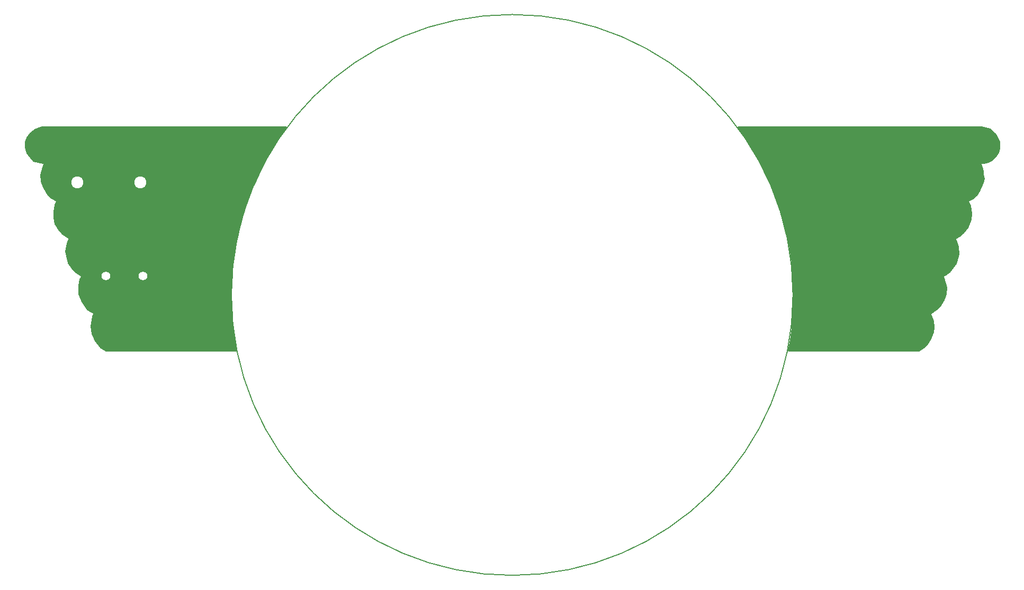
<source format=gbr>
G04 #@! TF.FileFunction,Legend,Bot*
%FSLAX46Y46*%
G04 Gerber Fmt 4.6, Leading zero omitted, Abs format (unit mm)*
G04 Created by KiCad (PCBNEW 4.0.6) date Mon Apr 24 00:01:32 2017*
%MOMM*%
%LPD*%
G01*
G04 APERTURE LIST*
%ADD10C,0.100000*%
%ADD11C,0.200000*%
%ADD12C,0.254000*%
%ADD13C,0.010000*%
%ADD14C,3.700000*%
%ADD15C,1.400000*%
%ADD16C,1.924000*%
G04 APERTURE END LIST*
D10*
D11*
X194907126Y-100000000D02*
G75*
G03X194907126Y-100000000I-44907126J0D01*
G01*
D12*
G36*
X226340240Y-73417078D02*
X227297165Y-74278309D01*
X227873000Y-75429980D01*
X227873000Y-76482211D01*
X227682485Y-77149014D01*
X227399142Y-77621252D01*
X226624768Y-78395626D01*
X226053765Y-78681127D01*
X225382211Y-78873000D01*
X225000000Y-78873000D01*
X224950590Y-78883006D01*
X224908965Y-78911447D01*
X224881685Y-78953841D01*
X224873048Y-79003509D01*
X224880646Y-79043401D01*
X225273000Y-80122375D01*
X225273000Y-80700000D01*
X225274276Y-80717961D01*
X225371497Y-81398507D01*
X225277243Y-81964034D01*
X224688677Y-83337354D01*
X224206149Y-84012892D01*
X223627287Y-84495277D01*
X222936990Y-84889733D01*
X222899055Y-84922935D01*
X222877025Y-84968280D01*
X222874373Y-85018623D01*
X222883269Y-85050028D01*
X223177243Y-85735966D01*
X223371947Y-86904193D01*
X223275330Y-87870360D01*
X222788213Y-89136866D01*
X222108166Y-90011212D01*
X221523909Y-90498093D01*
X220929553Y-90894330D01*
X220893992Y-90930063D01*
X220875134Y-90976816D01*
X220879517Y-91040161D01*
X221274573Y-92225330D01*
X221371407Y-93484169D01*
X220885555Y-94941724D01*
X219910186Y-96307242D01*
X219336132Y-96689944D01*
X218943204Y-96886408D01*
X218903485Y-96917454D01*
X218878974Y-96961507D01*
X218873533Y-97011626D01*
X218879517Y-97040161D01*
X219177976Y-97935538D01*
X219371693Y-98710406D01*
X219274703Y-99874280D01*
X218983250Y-100748641D01*
X218497621Y-101622773D01*
X217819086Y-102301308D01*
X216929553Y-102894330D01*
X216893992Y-102930063D01*
X216875134Y-102976816D01*
X216880646Y-103043401D01*
X217275014Y-104127914D01*
X217372281Y-105197848D01*
X217276010Y-105968015D01*
X216886293Y-106942307D01*
X216399971Y-107720423D01*
X215720423Y-108399971D01*
X214963576Y-108873000D01*
X194158320Y-108873000D01*
X194523976Y-107227550D01*
X194526302Y-107213295D01*
X194726302Y-105313295D01*
X194726561Y-105310547D01*
X194926561Y-102910547D01*
X194926942Y-102903847D01*
X195026942Y-99603847D01*
X195026880Y-99594483D01*
X194926880Y-97294483D01*
X194926596Y-97289872D01*
X194726596Y-94789872D01*
X194725724Y-94782039D01*
X194325724Y-91982039D01*
X194324825Y-91976595D01*
X194024825Y-90376595D01*
X194022525Y-90366584D01*
X193422525Y-88166584D01*
X193421767Y-88163921D01*
X192621767Y-85463921D01*
X192619094Y-85455891D01*
X191619094Y-82755891D01*
X191615617Y-82747447D01*
X190615617Y-80547447D01*
X190613592Y-80543204D01*
X189713592Y-78743204D01*
X189711279Y-78738796D01*
X188611279Y-76738796D01*
X188604931Y-76728456D01*
X187104931Y-74528456D01*
X187104653Y-74528051D01*
X186141430Y-73127000D01*
X224986545Y-73127000D01*
X226340240Y-73417078D01*
X226340240Y-73417078D01*
G37*
X226340240Y-73417078D02*
X227297165Y-74278309D01*
X227873000Y-75429980D01*
X227873000Y-76482211D01*
X227682485Y-77149014D01*
X227399142Y-77621252D01*
X226624768Y-78395626D01*
X226053765Y-78681127D01*
X225382211Y-78873000D01*
X225000000Y-78873000D01*
X224950590Y-78883006D01*
X224908965Y-78911447D01*
X224881685Y-78953841D01*
X224873048Y-79003509D01*
X224880646Y-79043401D01*
X225273000Y-80122375D01*
X225273000Y-80700000D01*
X225274276Y-80717961D01*
X225371497Y-81398507D01*
X225277243Y-81964034D01*
X224688677Y-83337354D01*
X224206149Y-84012892D01*
X223627287Y-84495277D01*
X222936990Y-84889733D01*
X222899055Y-84922935D01*
X222877025Y-84968280D01*
X222874373Y-85018623D01*
X222883269Y-85050028D01*
X223177243Y-85735966D01*
X223371947Y-86904193D01*
X223275330Y-87870360D01*
X222788213Y-89136866D01*
X222108166Y-90011212D01*
X221523909Y-90498093D01*
X220929553Y-90894330D01*
X220893992Y-90930063D01*
X220875134Y-90976816D01*
X220879517Y-91040161D01*
X221274573Y-92225330D01*
X221371407Y-93484169D01*
X220885555Y-94941724D01*
X219910186Y-96307242D01*
X219336132Y-96689944D01*
X218943204Y-96886408D01*
X218903485Y-96917454D01*
X218878974Y-96961507D01*
X218873533Y-97011626D01*
X218879517Y-97040161D01*
X219177976Y-97935538D01*
X219371693Y-98710406D01*
X219274703Y-99874280D01*
X218983250Y-100748641D01*
X218497621Y-101622773D01*
X217819086Y-102301308D01*
X216929553Y-102894330D01*
X216893992Y-102930063D01*
X216875134Y-102976816D01*
X216880646Y-103043401D01*
X217275014Y-104127914D01*
X217372281Y-105197848D01*
X217276010Y-105968015D01*
X216886293Y-106942307D01*
X216399971Y-107720423D01*
X215720423Y-108399971D01*
X214963576Y-108873000D01*
X194158320Y-108873000D01*
X194523976Y-107227550D01*
X194526302Y-107213295D01*
X194726302Y-105313295D01*
X194726561Y-105310547D01*
X194926561Y-102910547D01*
X194926942Y-102903847D01*
X195026942Y-99603847D01*
X195026880Y-99594483D01*
X194926880Y-97294483D01*
X194926596Y-97289872D01*
X194726596Y-94789872D01*
X194725724Y-94782039D01*
X194325724Y-91982039D01*
X194324825Y-91976595D01*
X194024825Y-90376595D01*
X194022525Y-90366584D01*
X193422525Y-88166584D01*
X193421767Y-88163921D01*
X192621767Y-85463921D01*
X192619094Y-85455891D01*
X191619094Y-82755891D01*
X191615617Y-82747447D01*
X190615617Y-80547447D01*
X190613592Y-80543204D01*
X189713592Y-78743204D01*
X189711279Y-78738796D01*
X188611279Y-76738796D01*
X188604931Y-76728456D01*
X187104931Y-74528456D01*
X187104653Y-74528051D01*
X186141430Y-73127000D01*
X224986545Y-73127000D01*
X226340240Y-73417078D01*
G36*
X112895347Y-74528051D02*
X112895186Y-74528285D01*
X111595186Y-76428285D01*
X111588721Y-76438796D01*
X110488721Y-78438796D01*
X110485088Y-78445924D01*
X109685728Y-80144564D01*
X108786408Y-81943204D01*
X108784689Y-81946780D01*
X108184689Y-83246780D01*
X108179938Y-83258599D01*
X107179938Y-86158599D01*
X107178080Y-86164440D01*
X106478080Y-88564440D01*
X106476376Y-88570912D01*
X106076576Y-90270062D01*
X105576792Y-92269198D01*
X105573870Y-92285161D01*
X105374106Y-93983152D01*
X105074405Y-95981161D01*
X105073000Y-96000000D01*
X105073000Y-97593965D01*
X104873572Y-99687959D01*
X104873374Y-99709740D01*
X105073311Y-102308921D01*
X105273263Y-105408177D01*
X105274371Y-105418612D01*
X105674371Y-108118612D01*
X105676024Y-108127550D01*
X105841680Y-108873000D01*
X85032909Y-108873000D01*
X84182911Y-108400779D01*
X83310075Y-107333979D01*
X82822864Y-106164673D01*
X82628969Y-105001303D01*
X82921548Y-103440885D01*
X83113592Y-103056796D01*
X83126740Y-103008128D01*
X83119916Y-102958178D01*
X83094198Y-102914819D01*
X83065341Y-102891098D01*
X82088827Y-102305190D01*
X81212065Y-101038756D01*
X80727000Y-99874600D01*
X80727000Y-98511449D01*
X80921705Y-97440569D01*
X81113592Y-97056796D01*
X81126740Y-97008128D01*
X81119916Y-96958178D01*
X81094198Y-96914819D01*
X81067310Y-96892304D01*
X80279577Y-96399971D01*
X79598692Y-95719086D01*
X79017873Y-94847857D01*
X78824210Y-94073205D01*
X78628763Y-92998249D01*
X78823074Y-91735227D01*
X79116731Y-91050028D01*
X79126998Y-91000671D01*
X79117254Y-90951209D01*
X79072830Y-90895958D01*
X78085982Y-90205164D01*
X77503393Y-89525477D01*
X76920220Y-88553522D01*
X76727000Y-87587423D01*
X76727000Y-86611449D01*
X76922663Y-85535302D01*
X77117917Y-85047167D01*
X77126977Y-84997574D01*
X77116029Y-84948364D01*
X77067310Y-84892304D01*
X76279577Y-84399971D01*
X75602734Y-83723128D01*
X75016908Y-82649113D01*
X74725143Y-81773820D01*
X74628426Y-80709930D01*
X74921116Y-79539169D01*
X75117917Y-79047167D01*
X75126977Y-78997574D01*
X75116029Y-78948364D01*
X75086799Y-78907291D01*
X75024907Y-78875466D01*
X74529192Y-78776323D01*
X73465955Y-78486349D01*
X72996182Y-78016576D01*
X72413966Y-77240288D01*
X72127000Y-76379390D01*
X72127000Y-75426067D01*
X72411323Y-74762646D01*
X72891921Y-74089809D01*
X73667040Y-73508470D01*
X74239715Y-73222133D01*
X74810511Y-73127000D01*
X113858570Y-73127000D01*
X112895347Y-74528051D01*
X112895347Y-74528051D01*
G37*
X112895347Y-74528051D02*
X112895186Y-74528285D01*
X111595186Y-76428285D01*
X111588721Y-76438796D01*
X110488721Y-78438796D01*
X110485088Y-78445924D01*
X109685728Y-80144564D01*
X108786408Y-81943204D01*
X108784689Y-81946780D01*
X108184689Y-83246780D01*
X108179938Y-83258599D01*
X107179938Y-86158599D01*
X107178080Y-86164440D01*
X106478080Y-88564440D01*
X106476376Y-88570912D01*
X106076576Y-90270062D01*
X105576792Y-92269198D01*
X105573870Y-92285161D01*
X105374106Y-93983152D01*
X105074405Y-95981161D01*
X105073000Y-96000000D01*
X105073000Y-97593965D01*
X104873572Y-99687959D01*
X104873374Y-99709740D01*
X105073311Y-102308921D01*
X105273263Y-105408177D01*
X105274371Y-105418612D01*
X105674371Y-108118612D01*
X105676024Y-108127550D01*
X105841680Y-108873000D01*
X85032909Y-108873000D01*
X84182911Y-108400779D01*
X83310075Y-107333979D01*
X82822864Y-106164673D01*
X82628969Y-105001303D01*
X82921548Y-103440885D01*
X83113592Y-103056796D01*
X83126740Y-103008128D01*
X83119916Y-102958178D01*
X83094198Y-102914819D01*
X83065341Y-102891098D01*
X82088827Y-102305190D01*
X81212065Y-101038756D01*
X80727000Y-99874600D01*
X80727000Y-98511449D01*
X80921705Y-97440569D01*
X81113592Y-97056796D01*
X81126740Y-97008128D01*
X81119916Y-96958178D01*
X81094198Y-96914819D01*
X81067310Y-96892304D01*
X80279577Y-96399971D01*
X79598692Y-95719086D01*
X79017873Y-94847857D01*
X78824210Y-94073205D01*
X78628763Y-92998249D01*
X78823074Y-91735227D01*
X79116731Y-91050028D01*
X79126998Y-91000671D01*
X79117254Y-90951209D01*
X79072830Y-90895958D01*
X78085982Y-90205164D01*
X77503393Y-89525477D01*
X76920220Y-88553522D01*
X76727000Y-87587423D01*
X76727000Y-86611449D01*
X76922663Y-85535302D01*
X77117917Y-85047167D01*
X77126977Y-84997574D01*
X77116029Y-84948364D01*
X77067310Y-84892304D01*
X76279577Y-84399971D01*
X75602734Y-83723128D01*
X75016908Y-82649113D01*
X74725143Y-81773820D01*
X74628426Y-80709930D01*
X74921116Y-79539169D01*
X75117917Y-79047167D01*
X75126977Y-78997574D01*
X75116029Y-78948364D01*
X75086799Y-78907291D01*
X75024907Y-78875466D01*
X74529192Y-78776323D01*
X73465955Y-78486349D01*
X72996182Y-78016576D01*
X72413966Y-77240288D01*
X72127000Y-76379390D01*
X72127000Y-75426067D01*
X72411323Y-74762646D01*
X72891921Y-74089809D01*
X73667040Y-73508470D01*
X74239715Y-73222133D01*
X74810511Y-73127000D01*
X113858570Y-73127000D01*
X112895347Y-74528051D01*
%LPC*%
D11*
X178500000Y-100000000D02*
G75*
G03X178500000Y-100000000I-28500000J0D01*
G01*
D13*
G36*
X180193388Y-69807558D02*
X180179182Y-69812075D01*
X180156019Y-69819629D01*
X180124232Y-69830106D01*
X180084155Y-69843395D01*
X180036119Y-69859384D01*
X179980457Y-69877961D01*
X179917504Y-69899015D01*
X179847593Y-69922433D01*
X179771054Y-69948104D01*
X179688222Y-69975916D01*
X179599431Y-70005756D01*
X179505012Y-70037514D01*
X179405299Y-70071076D01*
X179300625Y-70106331D01*
X179191323Y-70143168D01*
X179077725Y-70181475D01*
X178960165Y-70221139D01*
X178838976Y-70262048D01*
X178714490Y-70304091D01*
X178587041Y-70347157D01*
X178456961Y-70391132D01*
X178389640Y-70413900D01*
X178258295Y-70458312D01*
X178129386Y-70501878D01*
X178003248Y-70544485D01*
X177880214Y-70586021D01*
X177760619Y-70626372D01*
X177644798Y-70665428D01*
X177533083Y-70703076D01*
X177425811Y-70739203D01*
X177323314Y-70773698D01*
X177225927Y-70806448D01*
X177133984Y-70837341D01*
X177047819Y-70866265D01*
X176967767Y-70893109D01*
X176894162Y-70917758D01*
X176827338Y-70940101D01*
X176767628Y-70960028D01*
X176715368Y-70977423D01*
X176670892Y-70992176D01*
X176634532Y-71004174D01*
X176606625Y-71013306D01*
X176587504Y-71019459D01*
X176577503Y-71022520D01*
X176576025Y-71022856D01*
X176571478Y-71019696D01*
X176559082Y-71010659D01*
X176539124Y-70995961D01*
X176511889Y-70975812D01*
X176477661Y-70950425D01*
X176436725Y-70920014D01*
X176389367Y-70884792D01*
X176335874Y-70844969D01*
X176276528Y-70800762D01*
X176211617Y-70752380D01*
X176141426Y-70700039D01*
X176066238Y-70643949D01*
X175986341Y-70584324D01*
X175902019Y-70521378D01*
X175813558Y-70455323D01*
X175721242Y-70386370D01*
X175625358Y-70314733D01*
X175526190Y-70240625D01*
X175424023Y-70164260D01*
X175319145Y-70085849D01*
X175211837Y-70005605D01*
X175102387Y-69923743D01*
X175068827Y-69898638D01*
X174935085Y-69798587D01*
X174809239Y-69704444D01*
X174691049Y-69616027D01*
X174580275Y-69533160D01*
X174476677Y-69455664D01*
X174380014Y-69383359D01*
X174290047Y-69316068D01*
X174206535Y-69253612D01*
X174129239Y-69195813D01*
X174057918Y-69142490D01*
X173992333Y-69093467D01*
X173932242Y-69048563D01*
X173877406Y-69007602D01*
X173827585Y-68970404D01*
X173782539Y-68936790D01*
X173742027Y-68906583D01*
X173705810Y-68879602D01*
X173673648Y-68855670D01*
X173645300Y-68834608D01*
X173620526Y-68816238D01*
X173599085Y-68800381D01*
X173580739Y-68786857D01*
X173565248Y-68775490D01*
X173552370Y-68766100D01*
X173541866Y-68758507D01*
X173533496Y-68752535D01*
X173527018Y-68748003D01*
X173522195Y-68744734D01*
X173518784Y-68742550D01*
X173516548Y-68741271D01*
X173515244Y-68740718D01*
X173514632Y-68740713D01*
X173514474Y-68741079D01*
X173514530Y-68741634D01*
X173514557Y-68742202D01*
X173514513Y-68742378D01*
X173514466Y-68747666D01*
X173514541Y-68762754D01*
X173514734Y-68787280D01*
X173515040Y-68820886D01*
X173515456Y-68863210D01*
X173515977Y-68913892D01*
X173516600Y-68972573D01*
X173517320Y-69038891D01*
X173518133Y-69112486D01*
X173519035Y-69193001D01*
X173520022Y-69280072D01*
X173521090Y-69373341D01*
X173522235Y-69472447D01*
X173523453Y-69577031D01*
X173524738Y-69686730D01*
X173526089Y-69801187D01*
X173527499Y-69920040D01*
X173528966Y-70042929D01*
X173530485Y-70169494D01*
X173532052Y-70299376D01*
X173533662Y-70432214D01*
X173535299Y-70566469D01*
X173536963Y-70702811D01*
X173538597Y-70836981D01*
X173540196Y-70968598D01*
X173541757Y-71097281D01*
X173543273Y-71222645D01*
X173544741Y-71344308D01*
X173546156Y-71461888D01*
X173547514Y-71575002D01*
X173548811Y-71683267D01*
X173550040Y-71786301D01*
X173551199Y-71883721D01*
X173552282Y-71975145D01*
X173553285Y-72060188D01*
X173554203Y-72138470D01*
X173555033Y-72209608D01*
X173555769Y-72273218D01*
X173556406Y-72328917D01*
X173556941Y-72376325D01*
X173557368Y-72415058D01*
X173557684Y-72444732D01*
X173557883Y-72464965D01*
X173557958Y-72474646D01*
X173558373Y-72562318D01*
X172006692Y-73657900D01*
X171893600Y-73737748D01*
X171782589Y-73816121D01*
X171673949Y-73892815D01*
X171567969Y-73967626D01*
X171464941Y-74040348D01*
X171365153Y-74110778D01*
X171268896Y-74178711D01*
X171176458Y-74243942D01*
X171088132Y-74306268D01*
X171004204Y-74365484D01*
X170924967Y-74421383D01*
X170850711Y-74473765D01*
X170781723Y-74522422D01*
X170718296Y-74567151D01*
X170660717Y-74607746D01*
X170609277Y-74644005D01*
X170564266Y-74675723D01*
X170525976Y-74702694D01*
X170494693Y-74724714D01*
X170470709Y-74741578D01*
X170454314Y-74753084D01*
X170445798Y-74759025D01*
X170444612Y-74759829D01*
X170438003Y-74765708D01*
X170440364Y-74769950D01*
X170445609Y-74771720D01*
X170460219Y-74776406D01*
X170483854Y-74783902D01*
X170516180Y-74794104D01*
X170556858Y-74806906D01*
X170605554Y-74822202D01*
X170661929Y-74839887D01*
X170725646Y-74859857D01*
X170796370Y-74882004D01*
X170873761Y-74906225D01*
X170957486Y-74932414D01*
X171047207Y-74960467D01*
X171142586Y-74990275D01*
X171243286Y-75021736D01*
X171348971Y-75054745D01*
X171459306Y-75089194D01*
X171573951Y-75124979D01*
X171692571Y-75161995D01*
X171814828Y-75200136D01*
X171940386Y-75239299D01*
X172068909Y-75279375D01*
X172200059Y-75320260D01*
X172265578Y-75340683D01*
X174084640Y-75907640D01*
X174094052Y-75936213D01*
X174096234Y-75943122D01*
X174101317Y-75959389D01*
X174109193Y-75984673D01*
X174119756Y-76018625D01*
X174132898Y-76060902D01*
X174148512Y-76111159D01*
X174166493Y-76169049D01*
X174186730Y-76234230D01*
X174209120Y-76306355D01*
X174233553Y-76385080D01*
X174259924Y-76470060D01*
X174288124Y-76560950D01*
X174318047Y-76657403D01*
X174349587Y-76759077D01*
X174382636Y-76865625D01*
X174417086Y-76976703D01*
X174452831Y-77091965D01*
X174489764Y-77211067D01*
X174527778Y-77333663D01*
X174566766Y-77459409D01*
X174606618Y-77587960D01*
X174647233Y-77718970D01*
X174659774Y-77759428D01*
X174700511Y-77890835D01*
X174740485Y-78019756D01*
X174779590Y-78145853D01*
X174817720Y-78268787D01*
X174854771Y-78388223D01*
X174890639Y-78503819D01*
X174925216Y-78615239D01*
X174958399Y-78722144D01*
X174990083Y-78824195D01*
X175020162Y-78921055D01*
X175048532Y-79012384D01*
X175075086Y-79097845D01*
X175099722Y-79177101D01*
X175122331Y-79249810D01*
X175142811Y-79315638D01*
X175161055Y-79374244D01*
X175176959Y-79425292D01*
X175190419Y-79468441D01*
X175201327Y-79503353D01*
X175209580Y-79529692D01*
X175215071Y-79547118D01*
X175217698Y-79555293D01*
X175217919Y-79555906D01*
X175222480Y-79554593D01*
X175225243Y-79552253D01*
X175228548Y-79547753D01*
X175237520Y-79535249D01*
X175251955Y-79515030D01*
X175271647Y-79487385D01*
X175296394Y-79452600D01*
X175325991Y-79410966D01*
X175360232Y-79362769D01*
X175398914Y-79308297D01*
X175441832Y-79247840D01*
X175488782Y-79181686D01*
X175539557Y-79110122D01*
X175593957Y-79033436D01*
X175651774Y-78951918D01*
X175712805Y-78865856D01*
X175776846Y-78775536D01*
X175843690Y-78681248D01*
X175913136Y-78583281D01*
X175984977Y-78481921D01*
X176059011Y-78377458D01*
X176135030Y-78270178D01*
X176212833Y-78160372D01*
X176292213Y-78048326D01*
X176330228Y-77994663D01*
X176410243Y-77881713D01*
X176488754Y-77770886D01*
X176565559Y-77662470D01*
X176640453Y-77556753D01*
X176713235Y-77454020D01*
X176783699Y-77354561D01*
X176851643Y-77258661D01*
X176916863Y-77166608D01*
X176979156Y-77078689D01*
X177038318Y-76995190D01*
X177094147Y-76916400D01*
X177146439Y-76842604D01*
X177194989Y-76774089D01*
X177239596Y-76711144D01*
X177280054Y-76654056D01*
X177316162Y-76603110D01*
X177347714Y-76558595D01*
X177374510Y-76520797D01*
X177396344Y-76490004D01*
X177413014Y-76466502D01*
X177424315Y-76450578D01*
X177430044Y-76442521D01*
X177430756Y-76441531D01*
X177435853Y-76441524D01*
X177450758Y-76441653D01*
X177475119Y-76441912D01*
X177508588Y-76442297D01*
X177550811Y-76442802D01*
X177601439Y-76443424D01*
X177660121Y-76444158D01*
X177726506Y-76445000D01*
X177800243Y-76445945D01*
X177880980Y-76446987D01*
X177968368Y-76448123D01*
X178062055Y-76449349D01*
X178161690Y-76450659D01*
X178266923Y-76452049D01*
X178377401Y-76453514D01*
X178492777Y-76455050D01*
X178612696Y-76456652D01*
X178736809Y-76458315D01*
X178864765Y-76460036D01*
X178996214Y-76461809D01*
X179130803Y-76463631D01*
X179268182Y-76465495D01*
X179342411Y-76466504D01*
X179513201Y-76468820D01*
X179674096Y-76470986D01*
X179825356Y-76473002D01*
X179967245Y-76474871D01*
X180100026Y-76476596D01*
X180223960Y-76478179D01*
X180339309Y-76479623D01*
X180446337Y-76480929D01*
X180545306Y-76482100D01*
X180636478Y-76483138D01*
X180720117Y-76484047D01*
X180796483Y-76484826D01*
X180865840Y-76485481D01*
X180928451Y-76486012D01*
X180984577Y-76486422D01*
X181034481Y-76486713D01*
X181078427Y-76486888D01*
X181116675Y-76486948D01*
X181149489Y-76486897D01*
X181177130Y-76486736D01*
X181199863Y-76486468D01*
X181217948Y-76486096D01*
X181231649Y-76485621D01*
X181241228Y-76485046D01*
X181246947Y-76484373D01*
X181249069Y-76483604D01*
X181249074Y-76483411D01*
X181245782Y-76478718D01*
X181236627Y-76466164D01*
X181221820Y-76446034D01*
X181201574Y-76418611D01*
X181176097Y-76384180D01*
X181145604Y-76343023D01*
X181110304Y-76295426D01*
X181070407Y-76241673D01*
X181026127Y-76182047D01*
X180977673Y-76116832D01*
X180925257Y-76046314D01*
X180869090Y-75970774D01*
X180809383Y-75890498D01*
X180746347Y-75805769D01*
X180680194Y-75716872D01*
X180611135Y-75624091D01*
X180539379Y-75527708D01*
X180465141Y-75428010D01*
X180388629Y-75325279D01*
X180310056Y-75219799D01*
X180229632Y-75111855D01*
X180147569Y-75001731D01*
X180108710Y-74949591D01*
X180026003Y-74838617D01*
X179944855Y-74729726D01*
X179865477Y-74623202D01*
X179788079Y-74519324D01*
X179712871Y-74418376D01*
X179640063Y-74320641D01*
X179569866Y-74226401D01*
X179502489Y-74135936D01*
X179438143Y-74049531D01*
X179377036Y-73967467D01*
X179319381Y-73890027D01*
X179265387Y-73817493D01*
X179215263Y-73750146D01*
X179169221Y-73688270D01*
X179127470Y-73632146D01*
X179090220Y-73582057D01*
X179057681Y-73538285D01*
X179030064Y-73501112D01*
X179007579Y-73470820D01*
X178990435Y-73447693D01*
X178978844Y-73432012D01*
X178973014Y-73424058D01*
X178972324Y-73423069D01*
X178973943Y-73418183D01*
X178978719Y-73404012D01*
X178986541Y-73380886D01*
X178997296Y-73349139D01*
X179010870Y-73309105D01*
X179027150Y-73261117D01*
X179046024Y-73205505D01*
X179067378Y-73142603D01*
X179091098Y-73072745D01*
X179117073Y-72996261D01*
X179145190Y-72913487D01*
X179175334Y-72824753D01*
X179207394Y-72730394D01*
X179241255Y-72630741D01*
X179276806Y-72526126D01*
X179313933Y-72416885D01*
X179352523Y-72303349D01*
X179392463Y-72185849D01*
X179433639Y-72064720D01*
X179475939Y-71940294D01*
X179519251Y-71812903D01*
X179563460Y-71682882D01*
X179586414Y-71615376D01*
X179631036Y-71484125D01*
X179674806Y-71355329D01*
X179717611Y-71229319D01*
X179759341Y-71106429D01*
X179799881Y-70986992D01*
X179839120Y-70871340D01*
X179876943Y-70759808D01*
X179913239Y-70652728D01*
X179947896Y-70550432D01*
X179980800Y-70453254D01*
X180011840Y-70361528D01*
X180040901Y-70275586D01*
X180067872Y-70195761D01*
X180092641Y-70122386D01*
X180115092Y-70055794D01*
X180135117Y-69996319D01*
X180152600Y-69944294D01*
X180167429Y-69900050D01*
X180179493Y-69863922D01*
X180188678Y-69836242D01*
X180194871Y-69817345D01*
X180197960Y-69807561D01*
X180198304Y-69806188D01*
X180193388Y-69807558D01*
X180193388Y-69807558D01*
G37*
X180193388Y-69807558D02*
X180179182Y-69812075D01*
X180156019Y-69819629D01*
X180124232Y-69830106D01*
X180084155Y-69843395D01*
X180036119Y-69859384D01*
X179980457Y-69877961D01*
X179917504Y-69899015D01*
X179847593Y-69922433D01*
X179771054Y-69948104D01*
X179688222Y-69975916D01*
X179599431Y-70005756D01*
X179505012Y-70037514D01*
X179405299Y-70071076D01*
X179300625Y-70106331D01*
X179191323Y-70143168D01*
X179077725Y-70181475D01*
X178960165Y-70221139D01*
X178838976Y-70262048D01*
X178714490Y-70304091D01*
X178587041Y-70347157D01*
X178456961Y-70391132D01*
X178389640Y-70413900D01*
X178258295Y-70458312D01*
X178129386Y-70501878D01*
X178003248Y-70544485D01*
X177880214Y-70586021D01*
X177760619Y-70626372D01*
X177644798Y-70665428D01*
X177533083Y-70703076D01*
X177425811Y-70739203D01*
X177323314Y-70773698D01*
X177225927Y-70806448D01*
X177133984Y-70837341D01*
X177047819Y-70866265D01*
X176967767Y-70893109D01*
X176894162Y-70917758D01*
X176827338Y-70940101D01*
X176767628Y-70960028D01*
X176715368Y-70977423D01*
X176670892Y-70992176D01*
X176634532Y-71004174D01*
X176606625Y-71013306D01*
X176587504Y-71019459D01*
X176577503Y-71022520D01*
X176576025Y-71022856D01*
X176571478Y-71019696D01*
X176559082Y-71010659D01*
X176539124Y-70995961D01*
X176511889Y-70975812D01*
X176477661Y-70950425D01*
X176436725Y-70920014D01*
X176389367Y-70884792D01*
X176335874Y-70844969D01*
X176276528Y-70800762D01*
X176211617Y-70752380D01*
X176141426Y-70700039D01*
X176066238Y-70643949D01*
X175986341Y-70584324D01*
X175902019Y-70521378D01*
X175813558Y-70455323D01*
X175721242Y-70386370D01*
X175625358Y-70314733D01*
X175526190Y-70240625D01*
X175424023Y-70164260D01*
X175319145Y-70085849D01*
X175211837Y-70005605D01*
X175102387Y-69923743D01*
X175068827Y-69898638D01*
X174935085Y-69798587D01*
X174809239Y-69704444D01*
X174691049Y-69616027D01*
X174580275Y-69533160D01*
X174476677Y-69455664D01*
X174380014Y-69383359D01*
X174290047Y-69316068D01*
X174206535Y-69253612D01*
X174129239Y-69195813D01*
X174057918Y-69142490D01*
X173992333Y-69093467D01*
X173932242Y-69048563D01*
X173877406Y-69007602D01*
X173827585Y-68970404D01*
X173782539Y-68936790D01*
X173742027Y-68906583D01*
X173705810Y-68879602D01*
X173673648Y-68855670D01*
X173645300Y-68834608D01*
X173620526Y-68816238D01*
X173599085Y-68800381D01*
X173580739Y-68786857D01*
X173565248Y-68775490D01*
X173552370Y-68766100D01*
X173541866Y-68758507D01*
X173533496Y-68752535D01*
X173527018Y-68748003D01*
X173522195Y-68744734D01*
X173518784Y-68742550D01*
X173516548Y-68741271D01*
X173515244Y-68740718D01*
X173514632Y-68740713D01*
X173514474Y-68741079D01*
X173514530Y-68741634D01*
X173514557Y-68742202D01*
X173514513Y-68742378D01*
X173514466Y-68747666D01*
X173514541Y-68762754D01*
X173514734Y-68787280D01*
X173515040Y-68820886D01*
X173515456Y-68863210D01*
X173515977Y-68913892D01*
X173516600Y-68972573D01*
X173517320Y-69038891D01*
X173518133Y-69112486D01*
X173519035Y-69193001D01*
X173520022Y-69280072D01*
X173521090Y-69373341D01*
X173522235Y-69472447D01*
X173523453Y-69577031D01*
X173524738Y-69686730D01*
X173526089Y-69801187D01*
X173527499Y-69920040D01*
X173528966Y-70042929D01*
X173530485Y-70169494D01*
X173532052Y-70299376D01*
X173533662Y-70432214D01*
X173535299Y-70566469D01*
X173536963Y-70702811D01*
X173538597Y-70836981D01*
X173540196Y-70968598D01*
X173541757Y-71097281D01*
X173543273Y-71222645D01*
X173544741Y-71344308D01*
X173546156Y-71461888D01*
X173547514Y-71575002D01*
X173548811Y-71683267D01*
X173550040Y-71786301D01*
X173551199Y-71883721D01*
X173552282Y-71975145D01*
X173553285Y-72060188D01*
X173554203Y-72138470D01*
X173555033Y-72209608D01*
X173555769Y-72273218D01*
X173556406Y-72328917D01*
X173556941Y-72376325D01*
X173557368Y-72415058D01*
X173557684Y-72444732D01*
X173557883Y-72464965D01*
X173557958Y-72474646D01*
X173558373Y-72562318D01*
X172006692Y-73657900D01*
X171893600Y-73737748D01*
X171782589Y-73816121D01*
X171673949Y-73892815D01*
X171567969Y-73967626D01*
X171464941Y-74040348D01*
X171365153Y-74110778D01*
X171268896Y-74178711D01*
X171176458Y-74243942D01*
X171088132Y-74306268D01*
X171004204Y-74365484D01*
X170924967Y-74421383D01*
X170850711Y-74473765D01*
X170781723Y-74522422D01*
X170718296Y-74567151D01*
X170660717Y-74607746D01*
X170609277Y-74644005D01*
X170564266Y-74675723D01*
X170525976Y-74702694D01*
X170494693Y-74724714D01*
X170470709Y-74741578D01*
X170454314Y-74753084D01*
X170445798Y-74759025D01*
X170444612Y-74759829D01*
X170438003Y-74765708D01*
X170440364Y-74769950D01*
X170445609Y-74771720D01*
X170460219Y-74776406D01*
X170483854Y-74783902D01*
X170516180Y-74794104D01*
X170556858Y-74806906D01*
X170605554Y-74822202D01*
X170661929Y-74839887D01*
X170725646Y-74859857D01*
X170796370Y-74882004D01*
X170873761Y-74906225D01*
X170957486Y-74932414D01*
X171047207Y-74960467D01*
X171142586Y-74990275D01*
X171243286Y-75021736D01*
X171348971Y-75054745D01*
X171459306Y-75089194D01*
X171573951Y-75124979D01*
X171692571Y-75161995D01*
X171814828Y-75200136D01*
X171940386Y-75239299D01*
X172068909Y-75279375D01*
X172200059Y-75320260D01*
X172265578Y-75340683D01*
X174084640Y-75907640D01*
X174094052Y-75936213D01*
X174096234Y-75943122D01*
X174101317Y-75959389D01*
X174109193Y-75984673D01*
X174119756Y-76018625D01*
X174132898Y-76060902D01*
X174148512Y-76111159D01*
X174166493Y-76169049D01*
X174186730Y-76234230D01*
X174209120Y-76306355D01*
X174233553Y-76385080D01*
X174259924Y-76470060D01*
X174288124Y-76560950D01*
X174318047Y-76657403D01*
X174349587Y-76759077D01*
X174382636Y-76865625D01*
X174417086Y-76976703D01*
X174452831Y-77091965D01*
X174489764Y-77211067D01*
X174527778Y-77333663D01*
X174566766Y-77459409D01*
X174606618Y-77587960D01*
X174647233Y-77718970D01*
X174659774Y-77759428D01*
X174700511Y-77890835D01*
X174740485Y-78019756D01*
X174779590Y-78145853D01*
X174817720Y-78268787D01*
X174854771Y-78388223D01*
X174890639Y-78503819D01*
X174925216Y-78615239D01*
X174958399Y-78722144D01*
X174990083Y-78824195D01*
X175020162Y-78921055D01*
X175048532Y-79012384D01*
X175075086Y-79097845D01*
X175099722Y-79177101D01*
X175122331Y-79249810D01*
X175142811Y-79315638D01*
X175161055Y-79374244D01*
X175176959Y-79425292D01*
X175190419Y-79468441D01*
X175201327Y-79503353D01*
X175209580Y-79529692D01*
X175215071Y-79547118D01*
X175217698Y-79555293D01*
X175217919Y-79555906D01*
X175222480Y-79554593D01*
X175225243Y-79552253D01*
X175228548Y-79547753D01*
X175237520Y-79535249D01*
X175251955Y-79515030D01*
X175271647Y-79487385D01*
X175296394Y-79452600D01*
X175325991Y-79410966D01*
X175360232Y-79362769D01*
X175398914Y-79308297D01*
X175441832Y-79247840D01*
X175488782Y-79181686D01*
X175539557Y-79110122D01*
X175593957Y-79033436D01*
X175651774Y-78951918D01*
X175712805Y-78865856D01*
X175776846Y-78775536D01*
X175843690Y-78681248D01*
X175913136Y-78583281D01*
X175984977Y-78481921D01*
X176059011Y-78377458D01*
X176135030Y-78270178D01*
X176212833Y-78160372D01*
X176292213Y-78048326D01*
X176330228Y-77994663D01*
X176410243Y-77881713D01*
X176488754Y-77770886D01*
X176565559Y-77662470D01*
X176640453Y-77556753D01*
X176713235Y-77454020D01*
X176783699Y-77354561D01*
X176851643Y-77258661D01*
X176916863Y-77166608D01*
X176979156Y-77078689D01*
X177038318Y-76995190D01*
X177094147Y-76916400D01*
X177146439Y-76842604D01*
X177194989Y-76774089D01*
X177239596Y-76711144D01*
X177280054Y-76654056D01*
X177316162Y-76603110D01*
X177347714Y-76558595D01*
X177374510Y-76520797D01*
X177396344Y-76490004D01*
X177413014Y-76466502D01*
X177424315Y-76450578D01*
X177430044Y-76442521D01*
X177430756Y-76441531D01*
X177435853Y-76441524D01*
X177450758Y-76441653D01*
X177475119Y-76441912D01*
X177508588Y-76442297D01*
X177550811Y-76442802D01*
X177601439Y-76443424D01*
X177660121Y-76444158D01*
X177726506Y-76445000D01*
X177800243Y-76445945D01*
X177880980Y-76446987D01*
X177968368Y-76448123D01*
X178062055Y-76449349D01*
X178161690Y-76450659D01*
X178266923Y-76452049D01*
X178377401Y-76453514D01*
X178492777Y-76455050D01*
X178612696Y-76456652D01*
X178736809Y-76458315D01*
X178864765Y-76460036D01*
X178996214Y-76461809D01*
X179130803Y-76463631D01*
X179268182Y-76465495D01*
X179342411Y-76466504D01*
X179513201Y-76468820D01*
X179674096Y-76470986D01*
X179825356Y-76473002D01*
X179967245Y-76474871D01*
X180100026Y-76476596D01*
X180223960Y-76478179D01*
X180339309Y-76479623D01*
X180446337Y-76480929D01*
X180545306Y-76482100D01*
X180636478Y-76483138D01*
X180720117Y-76484047D01*
X180796483Y-76484826D01*
X180865840Y-76485481D01*
X180928451Y-76486012D01*
X180984577Y-76486422D01*
X181034481Y-76486713D01*
X181078427Y-76486888D01*
X181116675Y-76486948D01*
X181149489Y-76486897D01*
X181177130Y-76486736D01*
X181199863Y-76486468D01*
X181217948Y-76486096D01*
X181231649Y-76485621D01*
X181241228Y-76485046D01*
X181246947Y-76484373D01*
X181249069Y-76483604D01*
X181249074Y-76483411D01*
X181245782Y-76478718D01*
X181236627Y-76466164D01*
X181221820Y-76446034D01*
X181201574Y-76418611D01*
X181176097Y-76384180D01*
X181145604Y-76343023D01*
X181110304Y-76295426D01*
X181070407Y-76241673D01*
X181026127Y-76182047D01*
X180977673Y-76116832D01*
X180925257Y-76046314D01*
X180869090Y-75970774D01*
X180809383Y-75890498D01*
X180746347Y-75805769D01*
X180680194Y-75716872D01*
X180611135Y-75624091D01*
X180539379Y-75527708D01*
X180465141Y-75428010D01*
X180388629Y-75325279D01*
X180310056Y-75219799D01*
X180229632Y-75111855D01*
X180147569Y-75001731D01*
X180108710Y-74949591D01*
X180026003Y-74838617D01*
X179944855Y-74729726D01*
X179865477Y-74623202D01*
X179788079Y-74519324D01*
X179712871Y-74418376D01*
X179640063Y-74320641D01*
X179569866Y-74226401D01*
X179502489Y-74135936D01*
X179438143Y-74049531D01*
X179377036Y-73967467D01*
X179319381Y-73890027D01*
X179265387Y-73817493D01*
X179215263Y-73750146D01*
X179169221Y-73688270D01*
X179127470Y-73632146D01*
X179090220Y-73582057D01*
X179057681Y-73538285D01*
X179030064Y-73501112D01*
X179007579Y-73470820D01*
X178990435Y-73447693D01*
X178978844Y-73432012D01*
X178973014Y-73424058D01*
X178972324Y-73423069D01*
X178973943Y-73418183D01*
X178978719Y-73404012D01*
X178986541Y-73380886D01*
X178997296Y-73349139D01*
X179010870Y-73309105D01*
X179027150Y-73261117D01*
X179046024Y-73205505D01*
X179067378Y-73142603D01*
X179091098Y-73072745D01*
X179117073Y-72996261D01*
X179145190Y-72913487D01*
X179175334Y-72824753D01*
X179207394Y-72730394D01*
X179241255Y-72630741D01*
X179276806Y-72526126D01*
X179313933Y-72416885D01*
X179352523Y-72303349D01*
X179392463Y-72185849D01*
X179433639Y-72064720D01*
X179475939Y-71940294D01*
X179519251Y-71812903D01*
X179563460Y-71682882D01*
X179586414Y-71615376D01*
X179631036Y-71484125D01*
X179674806Y-71355329D01*
X179717611Y-71229319D01*
X179759341Y-71106429D01*
X179799881Y-70986992D01*
X179839120Y-70871340D01*
X179876943Y-70759808D01*
X179913239Y-70652728D01*
X179947896Y-70550432D01*
X179980800Y-70453254D01*
X180011840Y-70361528D01*
X180040901Y-70275586D01*
X180067872Y-70195761D01*
X180092641Y-70122386D01*
X180115092Y-70055794D01*
X180135117Y-69996319D01*
X180152600Y-69944294D01*
X180167429Y-69900050D01*
X180179493Y-69863922D01*
X180188678Y-69836242D01*
X180194871Y-69817345D01*
X180197960Y-69807561D01*
X180198304Y-69806188D01*
X180193388Y-69807558D01*
G36*
X192699230Y-100000669D02*
X192685991Y-99993818D01*
X192664271Y-99982780D01*
X192634386Y-99967712D01*
X192596650Y-99948770D01*
X192551378Y-99926109D01*
X192498883Y-99899887D01*
X192439481Y-99870260D01*
X192373487Y-99837384D01*
X192301214Y-99801415D01*
X192222977Y-99762510D01*
X192139092Y-99720825D01*
X192049872Y-99676517D01*
X191955632Y-99629741D01*
X191856687Y-99580655D01*
X191753351Y-99529414D01*
X191645938Y-99476175D01*
X191534764Y-99421094D01*
X191420143Y-99364328D01*
X191302389Y-99306032D01*
X191181817Y-99246364D01*
X191058742Y-99185479D01*
X190995040Y-99153975D01*
X190870760Y-99092504D01*
X190748802Y-99032158D01*
X190629481Y-98973092D01*
X190513113Y-98915464D01*
X190400014Y-98859430D01*
X190290499Y-98805149D01*
X190184884Y-98752776D01*
X190083485Y-98702469D01*
X189986617Y-98654384D01*
X189894596Y-98608679D01*
X189807738Y-98565510D01*
X189726358Y-98525035D01*
X189650771Y-98487411D01*
X189581295Y-98452794D01*
X189518244Y-98421341D01*
X189461933Y-98393210D01*
X189412679Y-98368557D01*
X189370798Y-98347539D01*
X189336604Y-98330313D01*
X189310413Y-98317037D01*
X189292542Y-98307867D01*
X189283306Y-98302960D01*
X189282023Y-98302152D01*
X189281042Y-98296703D01*
X189278667Y-98281548D01*
X189274948Y-98257042D01*
X189269937Y-98223536D01*
X189263685Y-98181382D01*
X189256243Y-98130932D01*
X189247662Y-98072539D01*
X189237995Y-98006555D01*
X189227291Y-97933332D01*
X189215603Y-97853222D01*
X189202981Y-97766578D01*
X189189477Y-97673751D01*
X189175142Y-97575094D01*
X189160027Y-97470960D01*
X189144184Y-97361700D01*
X189127664Y-97247666D01*
X189110518Y-97129211D01*
X189092798Y-97006686D01*
X189074554Y-96880445D01*
X189055838Y-96750840D01*
X189036701Y-96618221D01*
X189017194Y-96482943D01*
X189011215Y-96441460D01*
X188987392Y-96276144D01*
X188964975Y-96120588D01*
X188943922Y-95974495D01*
X188924189Y-95837570D01*
X188905732Y-95709517D01*
X188888508Y-95590039D01*
X188872474Y-95478841D01*
X188857585Y-95375626D01*
X188843799Y-95280099D01*
X188831072Y-95191963D01*
X188819361Y-95110922D01*
X188808622Y-95036680D01*
X188798811Y-94968941D01*
X188789885Y-94907409D01*
X188781801Y-94851788D01*
X188774515Y-94801782D01*
X188767984Y-94757095D01*
X188762164Y-94717430D01*
X188757012Y-94682492D01*
X188752484Y-94651984D01*
X188748536Y-94625611D01*
X188745126Y-94603076D01*
X188742210Y-94584084D01*
X188739744Y-94568338D01*
X188737685Y-94555542D01*
X188735989Y-94545400D01*
X188734613Y-94537615D01*
X188733514Y-94531893D01*
X188732647Y-94527937D01*
X188731970Y-94525451D01*
X188731439Y-94524138D01*
X188731010Y-94523702D01*
X188730640Y-94523849D01*
X188730286Y-94524281D01*
X188729904Y-94524702D01*
X188729749Y-94524795D01*
X188725976Y-94528501D01*
X188715360Y-94539223D01*
X188698154Y-94556702D01*
X188674608Y-94580681D01*
X188644974Y-94610903D01*
X188609505Y-94647109D01*
X188568452Y-94689043D01*
X188522067Y-94736446D01*
X188470602Y-94789061D01*
X188414307Y-94846631D01*
X188353437Y-94908898D01*
X188288241Y-94975604D01*
X188218972Y-95046492D01*
X188145881Y-95121305D01*
X188069221Y-95199783D01*
X187989243Y-95281671D01*
X187906198Y-95366710D01*
X187820340Y-95454643D01*
X187731919Y-95545213D01*
X187641187Y-95638161D01*
X187548395Y-95733230D01*
X187454619Y-95829320D01*
X187359388Y-95926905D01*
X187265671Y-96022933D01*
X187173734Y-96117131D01*
X187083845Y-96209227D01*
X186996271Y-96298945D01*
X186911280Y-96386012D01*
X186829140Y-96470154D01*
X186750116Y-96551098D01*
X186674478Y-96628570D01*
X186602491Y-96702295D01*
X186534424Y-96772001D01*
X186470544Y-96837413D01*
X186411118Y-96898257D01*
X186356414Y-96954260D01*
X186306699Y-97005149D01*
X186262240Y-97050648D01*
X186223305Y-97090484D01*
X186190161Y-97124385D01*
X186163075Y-97152075D01*
X186142315Y-97173281D01*
X186128149Y-97187729D01*
X186121357Y-97194627D01*
X186059657Y-97256914D01*
X184187759Y-96934404D01*
X184051330Y-96910897D01*
X183917415Y-96887818D01*
X183786364Y-96865229D01*
X183658526Y-96843189D01*
X183534252Y-96821759D01*
X183413889Y-96801000D01*
X183297789Y-96780972D01*
X183186301Y-96761734D01*
X183079773Y-96743349D01*
X182978556Y-96725875D01*
X182883000Y-96709373D01*
X182793453Y-96693905D01*
X182710266Y-96679529D01*
X182633788Y-96666307D01*
X182564368Y-96654298D01*
X182502356Y-96643564D01*
X182448101Y-96634164D01*
X182401954Y-96626160D01*
X182364263Y-96619610D01*
X182335379Y-96614576D01*
X182315650Y-96611119D01*
X182305427Y-96609298D01*
X182304020Y-96609028D01*
X182295190Y-96608511D01*
X182293860Y-96613181D01*
X182296317Y-96618141D01*
X182303334Y-96631785D01*
X182314746Y-96653798D01*
X182330390Y-96683870D01*
X182350102Y-96721686D01*
X182373719Y-96766935D01*
X182401077Y-96819303D01*
X182432011Y-96878479D01*
X182466360Y-96944149D01*
X182503957Y-97016000D01*
X182544641Y-97093721D01*
X182588247Y-97176999D01*
X182634612Y-97265520D01*
X182683572Y-97358972D01*
X182734962Y-97457043D01*
X182788621Y-97559421D01*
X182844383Y-97665791D01*
X182902086Y-97775842D01*
X182961565Y-97889261D01*
X183022656Y-98005736D01*
X183085197Y-98124954D01*
X183149024Y-98246601D01*
X183180912Y-98307371D01*
X184066284Y-99994541D01*
X184052735Y-100021401D01*
X184049393Y-100027829D01*
X184041484Y-100042926D01*
X184029175Y-100066373D01*
X184012636Y-100097850D01*
X183992035Y-100137037D01*
X183967539Y-100183615D01*
X183939318Y-100237264D01*
X183907538Y-100297664D01*
X183872370Y-100364496D01*
X183833980Y-100437440D01*
X183792537Y-100516177D01*
X183748209Y-100600386D01*
X183701165Y-100689748D01*
X183651573Y-100783944D01*
X183599601Y-100882654D01*
X183545417Y-100985558D01*
X183489190Y-101092336D01*
X183431088Y-101202669D01*
X183371279Y-101316238D01*
X183309932Y-101432722D01*
X183247213Y-101551801D01*
X183183293Y-101673158D01*
X183163553Y-101710634D01*
X183099440Y-101832358D01*
X183036545Y-101951785D01*
X182975032Y-102068600D01*
X182915066Y-102182490D01*
X182856812Y-102293143D01*
X182800435Y-102400244D01*
X182746099Y-102503480D01*
X182693970Y-102602537D01*
X182644213Y-102697102D01*
X182596992Y-102786861D01*
X182552473Y-102871501D01*
X182510819Y-102950708D01*
X182472197Y-103024170D01*
X182436771Y-103091571D01*
X182404705Y-103152600D01*
X182376165Y-103206941D01*
X182351315Y-103254283D01*
X182330321Y-103294311D01*
X182313348Y-103326711D01*
X182300559Y-103351171D01*
X182292120Y-103367376D01*
X182288197Y-103375014D01*
X182287920Y-103375604D01*
X182292073Y-103377901D01*
X182295681Y-103378200D01*
X182301200Y-103377355D01*
X182316386Y-103374857D01*
X182340890Y-103370767D01*
X182374363Y-103365144D01*
X182416458Y-103358046D01*
X182466826Y-103349534D01*
X182525119Y-103339666D01*
X182590988Y-103328501D01*
X182664085Y-103316099D01*
X182744062Y-103302519D01*
X182830569Y-103287820D01*
X182923260Y-103272061D01*
X183021785Y-103255302D01*
X183125796Y-103237602D01*
X183234945Y-103219020D01*
X183348883Y-103199615D01*
X183467262Y-103179447D01*
X183589734Y-103158574D01*
X183715950Y-103137057D01*
X183845562Y-103114953D01*
X183978222Y-103092323D01*
X184113580Y-103069225D01*
X184178406Y-103058160D01*
X184314853Y-103034871D01*
X184448735Y-103012020D01*
X184579706Y-102989668D01*
X184707418Y-102967873D01*
X184831525Y-102946694D01*
X184951679Y-102926192D01*
X185067534Y-102906424D01*
X185178743Y-102887450D01*
X185284959Y-102869330D01*
X185385836Y-102852121D01*
X185481026Y-102835885D01*
X185570183Y-102820679D01*
X185652961Y-102806562D01*
X185729011Y-102793595D01*
X185797987Y-102781836D01*
X185859543Y-102771344D01*
X185913331Y-102762178D01*
X185959006Y-102754398D01*
X185996219Y-102748063D01*
X186024624Y-102743232D01*
X186043875Y-102739963D01*
X186053624Y-102738317D01*
X186054827Y-102738120D01*
X186058436Y-102741720D01*
X186068884Y-102752350D01*
X186085927Y-102769759D01*
X186109321Y-102793697D01*
X186138820Y-102823911D01*
X186174180Y-102860150D01*
X186215155Y-102902164D01*
X186261501Y-102949700D01*
X186312973Y-103002508D01*
X186369326Y-103060335D01*
X186430315Y-103122931D01*
X186495695Y-103190044D01*
X186565221Y-103261423D01*
X186638649Y-103336817D01*
X186715733Y-103415973D01*
X186796230Y-103498642D01*
X186879893Y-103584570D01*
X186966478Y-103673508D01*
X187055740Y-103765203D01*
X187147434Y-103859405D01*
X187241315Y-103955862D01*
X187337139Y-104054322D01*
X187388913Y-104107523D01*
X187508042Y-104229928D01*
X187620280Y-104345229D01*
X187725812Y-104453612D01*
X187824821Y-104555264D01*
X187917491Y-104650374D01*
X188004006Y-104739128D01*
X188084549Y-104821713D01*
X188159306Y-104898317D01*
X188228460Y-104969127D01*
X188292194Y-105034329D01*
X188350693Y-105094113D01*
X188404141Y-105148663D01*
X188452721Y-105198169D01*
X188496618Y-105242817D01*
X188536016Y-105282794D01*
X188571097Y-105318287D01*
X188602048Y-105349485D01*
X188629051Y-105376573D01*
X188652290Y-105399740D01*
X188671949Y-105419172D01*
X188688213Y-105435057D01*
X188701264Y-105447582D01*
X188711288Y-105456934D01*
X188718468Y-105463301D01*
X188722988Y-105466869D01*
X188725032Y-105467826D01*
X188725172Y-105467693D01*
X188726163Y-105462046D01*
X188728566Y-105446696D01*
X188732330Y-105421992D01*
X188737405Y-105388284D01*
X188743737Y-105345923D01*
X188751277Y-105295259D01*
X188759972Y-105236642D01*
X188769770Y-105170422D01*
X188780621Y-105096949D01*
X188792473Y-105016573D01*
X188805273Y-104929645D01*
X188818972Y-104836514D01*
X188833516Y-104737531D01*
X188848856Y-104633046D01*
X188864938Y-104523409D01*
X188881712Y-104408970D01*
X188899126Y-104290079D01*
X188917129Y-104167087D01*
X188935669Y-104040343D01*
X188954695Y-103910198D01*
X188974154Y-103777002D01*
X188993996Y-103641105D01*
X189003387Y-103576759D01*
X189023375Y-103439806D01*
X189042992Y-103305428D01*
X189062188Y-103173975D01*
X189080912Y-103045794D01*
X189099113Y-102921233D01*
X189116739Y-102800641D01*
X189133740Y-102684366D01*
X189150065Y-102572755D01*
X189165663Y-102466158D01*
X189180482Y-102364921D01*
X189194472Y-102269394D01*
X189207582Y-102179925D01*
X189219761Y-102096861D01*
X189230957Y-102020551D01*
X189241120Y-101951343D01*
X189250199Y-101889585D01*
X189258142Y-101835625D01*
X189264899Y-101789812D01*
X189270419Y-101752493D01*
X189274650Y-101724017D01*
X189277542Y-101704732D01*
X189279044Y-101694986D01*
X189279255Y-101693799D01*
X189283855Y-101691488D01*
X189297253Y-101684845D01*
X189319136Y-101674024D01*
X189349189Y-101659180D01*
X189387096Y-101640470D01*
X189432541Y-101618049D01*
X189485210Y-101592071D01*
X189544788Y-101562692D01*
X189610958Y-101530068D01*
X189683407Y-101494353D01*
X189761819Y-101455704D01*
X189845878Y-101414275D01*
X189935270Y-101370223D01*
X190029679Y-101323701D01*
X190128791Y-101274866D01*
X190232289Y-101223873D01*
X190339858Y-101170878D01*
X190451185Y-101116035D01*
X190565952Y-101059500D01*
X190683845Y-101001428D01*
X190804550Y-100941975D01*
X190927750Y-100881297D01*
X190991715Y-100849794D01*
X191116075Y-100788538D01*
X191238098Y-100728415D01*
X191357468Y-100669581D01*
X191473872Y-100612192D01*
X191586993Y-100556403D01*
X191696517Y-100502371D01*
X191802127Y-100450251D01*
X191903510Y-100400199D01*
X192000350Y-100352371D01*
X192092332Y-100306923D01*
X192179140Y-100264011D01*
X192260460Y-100223790D01*
X192335976Y-100186417D01*
X192405374Y-100152047D01*
X192468337Y-100120835D01*
X192524552Y-100092939D01*
X192573702Y-100068514D01*
X192615473Y-100047715D01*
X192649550Y-100030699D01*
X192675617Y-100017621D01*
X192693359Y-100008638D01*
X192702461Y-100003904D01*
X192703675Y-100003176D01*
X192699230Y-100000669D01*
X192699230Y-100000669D01*
G37*
X192699230Y-100000669D02*
X192685991Y-99993818D01*
X192664271Y-99982780D01*
X192634386Y-99967712D01*
X192596650Y-99948770D01*
X192551378Y-99926109D01*
X192498883Y-99899887D01*
X192439481Y-99870260D01*
X192373487Y-99837384D01*
X192301214Y-99801415D01*
X192222977Y-99762510D01*
X192139092Y-99720825D01*
X192049872Y-99676517D01*
X191955632Y-99629741D01*
X191856687Y-99580655D01*
X191753351Y-99529414D01*
X191645938Y-99476175D01*
X191534764Y-99421094D01*
X191420143Y-99364328D01*
X191302389Y-99306032D01*
X191181817Y-99246364D01*
X191058742Y-99185479D01*
X190995040Y-99153975D01*
X190870760Y-99092504D01*
X190748802Y-99032158D01*
X190629481Y-98973092D01*
X190513113Y-98915464D01*
X190400014Y-98859430D01*
X190290499Y-98805149D01*
X190184884Y-98752776D01*
X190083485Y-98702469D01*
X189986617Y-98654384D01*
X189894596Y-98608679D01*
X189807738Y-98565510D01*
X189726358Y-98525035D01*
X189650771Y-98487411D01*
X189581295Y-98452794D01*
X189518244Y-98421341D01*
X189461933Y-98393210D01*
X189412679Y-98368557D01*
X189370798Y-98347539D01*
X189336604Y-98330313D01*
X189310413Y-98317037D01*
X189292542Y-98307867D01*
X189283306Y-98302960D01*
X189282023Y-98302152D01*
X189281042Y-98296703D01*
X189278667Y-98281548D01*
X189274948Y-98257042D01*
X189269937Y-98223536D01*
X189263685Y-98181382D01*
X189256243Y-98130932D01*
X189247662Y-98072539D01*
X189237995Y-98006555D01*
X189227291Y-97933332D01*
X189215603Y-97853222D01*
X189202981Y-97766578D01*
X189189477Y-97673751D01*
X189175142Y-97575094D01*
X189160027Y-97470960D01*
X189144184Y-97361700D01*
X189127664Y-97247666D01*
X189110518Y-97129211D01*
X189092798Y-97006686D01*
X189074554Y-96880445D01*
X189055838Y-96750840D01*
X189036701Y-96618221D01*
X189017194Y-96482943D01*
X189011215Y-96441460D01*
X188987392Y-96276144D01*
X188964975Y-96120588D01*
X188943922Y-95974495D01*
X188924189Y-95837570D01*
X188905732Y-95709517D01*
X188888508Y-95590039D01*
X188872474Y-95478841D01*
X188857585Y-95375626D01*
X188843799Y-95280099D01*
X188831072Y-95191963D01*
X188819361Y-95110922D01*
X188808622Y-95036680D01*
X188798811Y-94968941D01*
X188789885Y-94907409D01*
X188781801Y-94851788D01*
X188774515Y-94801782D01*
X188767984Y-94757095D01*
X188762164Y-94717430D01*
X188757012Y-94682492D01*
X188752484Y-94651984D01*
X188748536Y-94625611D01*
X188745126Y-94603076D01*
X188742210Y-94584084D01*
X188739744Y-94568338D01*
X188737685Y-94555542D01*
X188735989Y-94545400D01*
X188734613Y-94537615D01*
X188733514Y-94531893D01*
X188732647Y-94527937D01*
X188731970Y-94525451D01*
X188731439Y-94524138D01*
X188731010Y-94523702D01*
X188730640Y-94523849D01*
X188730286Y-94524281D01*
X188729904Y-94524702D01*
X188729749Y-94524795D01*
X188725976Y-94528501D01*
X188715360Y-94539223D01*
X188698154Y-94556702D01*
X188674608Y-94580681D01*
X188644974Y-94610903D01*
X188609505Y-94647109D01*
X188568452Y-94689043D01*
X188522067Y-94736446D01*
X188470602Y-94789061D01*
X188414307Y-94846631D01*
X188353437Y-94908898D01*
X188288241Y-94975604D01*
X188218972Y-95046492D01*
X188145881Y-95121305D01*
X188069221Y-95199783D01*
X187989243Y-95281671D01*
X187906198Y-95366710D01*
X187820340Y-95454643D01*
X187731919Y-95545213D01*
X187641187Y-95638161D01*
X187548395Y-95733230D01*
X187454619Y-95829320D01*
X187359388Y-95926905D01*
X187265671Y-96022933D01*
X187173734Y-96117131D01*
X187083845Y-96209227D01*
X186996271Y-96298945D01*
X186911280Y-96386012D01*
X186829140Y-96470154D01*
X186750116Y-96551098D01*
X186674478Y-96628570D01*
X186602491Y-96702295D01*
X186534424Y-96772001D01*
X186470544Y-96837413D01*
X186411118Y-96898257D01*
X186356414Y-96954260D01*
X186306699Y-97005149D01*
X186262240Y-97050648D01*
X186223305Y-97090484D01*
X186190161Y-97124385D01*
X186163075Y-97152075D01*
X186142315Y-97173281D01*
X186128149Y-97187729D01*
X186121357Y-97194627D01*
X186059657Y-97256914D01*
X184187759Y-96934404D01*
X184051330Y-96910897D01*
X183917415Y-96887818D01*
X183786364Y-96865229D01*
X183658526Y-96843189D01*
X183534252Y-96821759D01*
X183413889Y-96801000D01*
X183297789Y-96780972D01*
X183186301Y-96761734D01*
X183079773Y-96743349D01*
X182978556Y-96725875D01*
X182883000Y-96709373D01*
X182793453Y-96693905D01*
X182710266Y-96679529D01*
X182633788Y-96666307D01*
X182564368Y-96654298D01*
X182502356Y-96643564D01*
X182448101Y-96634164D01*
X182401954Y-96626160D01*
X182364263Y-96619610D01*
X182335379Y-96614576D01*
X182315650Y-96611119D01*
X182305427Y-96609298D01*
X182304020Y-96609028D01*
X182295190Y-96608511D01*
X182293860Y-96613181D01*
X182296317Y-96618141D01*
X182303334Y-96631785D01*
X182314746Y-96653798D01*
X182330390Y-96683870D01*
X182350102Y-96721686D01*
X182373719Y-96766935D01*
X182401077Y-96819303D01*
X182432011Y-96878479D01*
X182466360Y-96944149D01*
X182503957Y-97016000D01*
X182544641Y-97093721D01*
X182588247Y-97176999D01*
X182634612Y-97265520D01*
X182683572Y-97358972D01*
X182734962Y-97457043D01*
X182788621Y-97559421D01*
X182844383Y-97665791D01*
X182902086Y-97775842D01*
X182961565Y-97889261D01*
X183022656Y-98005736D01*
X183085197Y-98124954D01*
X183149024Y-98246601D01*
X183180912Y-98307371D01*
X184066284Y-99994541D01*
X184052735Y-100021401D01*
X184049393Y-100027829D01*
X184041484Y-100042926D01*
X184029175Y-100066373D01*
X184012636Y-100097850D01*
X183992035Y-100137037D01*
X183967539Y-100183615D01*
X183939318Y-100237264D01*
X183907538Y-100297664D01*
X183872370Y-100364496D01*
X183833980Y-100437440D01*
X183792537Y-100516177D01*
X183748209Y-100600386D01*
X183701165Y-100689748D01*
X183651573Y-100783944D01*
X183599601Y-100882654D01*
X183545417Y-100985558D01*
X183489190Y-101092336D01*
X183431088Y-101202669D01*
X183371279Y-101316238D01*
X183309932Y-101432722D01*
X183247213Y-101551801D01*
X183183293Y-101673158D01*
X183163553Y-101710634D01*
X183099440Y-101832358D01*
X183036545Y-101951785D01*
X182975032Y-102068600D01*
X182915066Y-102182490D01*
X182856812Y-102293143D01*
X182800435Y-102400244D01*
X182746099Y-102503480D01*
X182693970Y-102602537D01*
X182644213Y-102697102D01*
X182596992Y-102786861D01*
X182552473Y-102871501D01*
X182510819Y-102950708D01*
X182472197Y-103024170D01*
X182436771Y-103091571D01*
X182404705Y-103152600D01*
X182376165Y-103206941D01*
X182351315Y-103254283D01*
X182330321Y-103294311D01*
X182313348Y-103326711D01*
X182300559Y-103351171D01*
X182292120Y-103367376D01*
X182288197Y-103375014D01*
X182287920Y-103375604D01*
X182292073Y-103377901D01*
X182295681Y-103378200D01*
X182301200Y-103377355D01*
X182316386Y-103374857D01*
X182340890Y-103370767D01*
X182374363Y-103365144D01*
X182416458Y-103358046D01*
X182466826Y-103349534D01*
X182525119Y-103339666D01*
X182590988Y-103328501D01*
X182664085Y-103316099D01*
X182744062Y-103302519D01*
X182830569Y-103287820D01*
X182923260Y-103272061D01*
X183021785Y-103255302D01*
X183125796Y-103237602D01*
X183234945Y-103219020D01*
X183348883Y-103199615D01*
X183467262Y-103179447D01*
X183589734Y-103158574D01*
X183715950Y-103137057D01*
X183845562Y-103114953D01*
X183978222Y-103092323D01*
X184113580Y-103069225D01*
X184178406Y-103058160D01*
X184314853Y-103034871D01*
X184448735Y-103012020D01*
X184579706Y-102989668D01*
X184707418Y-102967873D01*
X184831525Y-102946694D01*
X184951679Y-102926192D01*
X185067534Y-102906424D01*
X185178743Y-102887450D01*
X185284959Y-102869330D01*
X185385836Y-102852121D01*
X185481026Y-102835885D01*
X185570183Y-102820679D01*
X185652961Y-102806562D01*
X185729011Y-102793595D01*
X185797987Y-102781836D01*
X185859543Y-102771344D01*
X185913331Y-102762178D01*
X185959006Y-102754398D01*
X185996219Y-102748063D01*
X186024624Y-102743232D01*
X186043875Y-102739963D01*
X186053624Y-102738317D01*
X186054827Y-102738120D01*
X186058436Y-102741720D01*
X186068884Y-102752350D01*
X186085927Y-102769759D01*
X186109321Y-102793697D01*
X186138820Y-102823911D01*
X186174180Y-102860150D01*
X186215155Y-102902164D01*
X186261501Y-102949700D01*
X186312973Y-103002508D01*
X186369326Y-103060335D01*
X186430315Y-103122931D01*
X186495695Y-103190044D01*
X186565221Y-103261423D01*
X186638649Y-103336817D01*
X186715733Y-103415973D01*
X186796230Y-103498642D01*
X186879893Y-103584570D01*
X186966478Y-103673508D01*
X187055740Y-103765203D01*
X187147434Y-103859405D01*
X187241315Y-103955862D01*
X187337139Y-104054322D01*
X187388913Y-104107523D01*
X187508042Y-104229928D01*
X187620280Y-104345229D01*
X187725812Y-104453612D01*
X187824821Y-104555264D01*
X187917491Y-104650374D01*
X188004006Y-104739128D01*
X188084549Y-104821713D01*
X188159306Y-104898317D01*
X188228460Y-104969127D01*
X188292194Y-105034329D01*
X188350693Y-105094113D01*
X188404141Y-105148663D01*
X188452721Y-105198169D01*
X188496618Y-105242817D01*
X188536016Y-105282794D01*
X188571097Y-105318287D01*
X188602048Y-105349485D01*
X188629051Y-105376573D01*
X188652290Y-105399740D01*
X188671949Y-105419172D01*
X188688213Y-105435057D01*
X188701264Y-105447582D01*
X188711288Y-105456934D01*
X188718468Y-105463301D01*
X188722988Y-105466869D01*
X188725032Y-105467826D01*
X188725172Y-105467693D01*
X188726163Y-105462046D01*
X188728566Y-105446696D01*
X188732330Y-105421992D01*
X188737405Y-105388284D01*
X188743737Y-105345923D01*
X188751277Y-105295259D01*
X188759972Y-105236642D01*
X188769770Y-105170422D01*
X188780621Y-105096949D01*
X188792473Y-105016573D01*
X188805273Y-104929645D01*
X188818972Y-104836514D01*
X188833516Y-104737531D01*
X188848856Y-104633046D01*
X188864938Y-104523409D01*
X188881712Y-104408970D01*
X188899126Y-104290079D01*
X188917129Y-104167087D01*
X188935669Y-104040343D01*
X188954695Y-103910198D01*
X188974154Y-103777002D01*
X188993996Y-103641105D01*
X189003387Y-103576759D01*
X189023375Y-103439806D01*
X189042992Y-103305428D01*
X189062188Y-103173975D01*
X189080912Y-103045794D01*
X189099113Y-102921233D01*
X189116739Y-102800641D01*
X189133740Y-102684366D01*
X189150065Y-102572755D01*
X189165663Y-102466158D01*
X189180482Y-102364921D01*
X189194472Y-102269394D01*
X189207582Y-102179925D01*
X189219761Y-102096861D01*
X189230957Y-102020551D01*
X189241120Y-101951343D01*
X189250199Y-101889585D01*
X189258142Y-101835625D01*
X189264899Y-101789812D01*
X189270419Y-101752493D01*
X189274650Y-101724017D01*
X189277542Y-101704732D01*
X189279044Y-101694986D01*
X189279255Y-101693799D01*
X189283855Y-101691488D01*
X189297253Y-101684845D01*
X189319136Y-101674024D01*
X189349189Y-101659180D01*
X189387096Y-101640470D01*
X189432541Y-101618049D01*
X189485210Y-101592071D01*
X189544788Y-101562692D01*
X189610958Y-101530068D01*
X189683407Y-101494353D01*
X189761819Y-101455704D01*
X189845878Y-101414275D01*
X189935270Y-101370223D01*
X190029679Y-101323701D01*
X190128791Y-101274866D01*
X190232289Y-101223873D01*
X190339858Y-101170878D01*
X190451185Y-101116035D01*
X190565952Y-101059500D01*
X190683845Y-101001428D01*
X190804550Y-100941975D01*
X190927750Y-100881297D01*
X190991715Y-100849794D01*
X191116075Y-100788538D01*
X191238098Y-100728415D01*
X191357468Y-100669581D01*
X191473872Y-100612192D01*
X191586993Y-100556403D01*
X191696517Y-100502371D01*
X191802127Y-100450251D01*
X191903510Y-100400199D01*
X192000350Y-100352371D01*
X192092332Y-100306923D01*
X192179140Y-100264011D01*
X192260460Y-100223790D01*
X192335976Y-100186417D01*
X192405374Y-100152047D01*
X192468337Y-100120835D01*
X192524552Y-100092939D01*
X192573702Y-100068514D01*
X192615473Y-100047715D01*
X192649550Y-100030699D01*
X192675617Y-100017621D01*
X192693359Y-100008638D01*
X192702461Y-100003904D01*
X192703675Y-100003176D01*
X192699230Y-100000669D01*
G36*
X180192442Y-130193388D02*
X180187925Y-130179182D01*
X180180371Y-130156019D01*
X180169894Y-130124232D01*
X180156605Y-130084155D01*
X180140616Y-130036119D01*
X180122039Y-129980457D01*
X180100985Y-129917504D01*
X180077567Y-129847593D01*
X180051896Y-129771054D01*
X180024084Y-129688222D01*
X179994244Y-129599431D01*
X179962486Y-129505012D01*
X179928924Y-129405299D01*
X179893669Y-129300625D01*
X179856832Y-129191323D01*
X179818525Y-129077725D01*
X179778861Y-128960165D01*
X179737952Y-128838976D01*
X179695909Y-128714490D01*
X179652843Y-128587041D01*
X179608868Y-128456961D01*
X179586100Y-128389640D01*
X179541688Y-128258295D01*
X179498122Y-128129386D01*
X179455515Y-128003248D01*
X179413979Y-127880214D01*
X179373628Y-127760619D01*
X179334572Y-127644798D01*
X179296924Y-127533083D01*
X179260797Y-127425811D01*
X179226302Y-127323314D01*
X179193552Y-127225927D01*
X179162659Y-127133984D01*
X179133735Y-127047819D01*
X179106891Y-126967767D01*
X179082242Y-126894162D01*
X179059899Y-126827338D01*
X179039972Y-126767628D01*
X179022577Y-126715368D01*
X179007824Y-126670892D01*
X178995826Y-126634532D01*
X178986694Y-126606625D01*
X178980541Y-126587504D01*
X178977480Y-126577503D01*
X178977144Y-126576025D01*
X178980304Y-126571478D01*
X178989341Y-126559082D01*
X179004039Y-126539124D01*
X179024188Y-126511889D01*
X179049575Y-126477661D01*
X179079986Y-126436725D01*
X179115208Y-126389367D01*
X179155031Y-126335874D01*
X179199238Y-126276528D01*
X179247620Y-126211617D01*
X179299961Y-126141426D01*
X179356051Y-126066238D01*
X179415676Y-125986341D01*
X179478622Y-125902019D01*
X179544677Y-125813558D01*
X179613630Y-125721242D01*
X179685267Y-125625358D01*
X179759375Y-125526190D01*
X179835740Y-125424023D01*
X179914151Y-125319145D01*
X179994395Y-125211837D01*
X180076257Y-125102387D01*
X180101362Y-125068827D01*
X180201413Y-124935085D01*
X180295556Y-124809239D01*
X180383973Y-124691049D01*
X180466840Y-124580275D01*
X180544336Y-124476677D01*
X180616641Y-124380014D01*
X180683932Y-124290047D01*
X180746388Y-124206535D01*
X180804187Y-124129239D01*
X180857510Y-124057918D01*
X180906533Y-123992333D01*
X180951437Y-123932242D01*
X180992398Y-123877406D01*
X181029596Y-123827585D01*
X181063210Y-123782539D01*
X181093417Y-123742027D01*
X181120398Y-123705810D01*
X181144330Y-123673648D01*
X181165392Y-123645300D01*
X181183762Y-123620526D01*
X181199619Y-123599085D01*
X181213143Y-123580739D01*
X181224510Y-123565248D01*
X181233900Y-123552370D01*
X181241493Y-123541866D01*
X181247465Y-123533496D01*
X181251997Y-123527018D01*
X181255266Y-123522195D01*
X181257450Y-123518784D01*
X181258729Y-123516548D01*
X181259282Y-123515244D01*
X181259287Y-123514632D01*
X181258921Y-123514474D01*
X181258366Y-123514530D01*
X181257798Y-123514557D01*
X181257622Y-123514513D01*
X181252334Y-123514466D01*
X181237246Y-123514541D01*
X181212720Y-123514734D01*
X181179114Y-123515040D01*
X181136790Y-123515456D01*
X181086108Y-123515977D01*
X181027427Y-123516600D01*
X180961109Y-123517320D01*
X180887514Y-123518133D01*
X180806999Y-123519035D01*
X180719928Y-123520022D01*
X180626659Y-123521090D01*
X180527553Y-123522235D01*
X180422969Y-123523453D01*
X180313270Y-123524738D01*
X180198813Y-123526089D01*
X180079960Y-123527499D01*
X179957071Y-123528966D01*
X179830506Y-123530485D01*
X179700624Y-123532052D01*
X179567786Y-123533662D01*
X179433531Y-123535299D01*
X179297189Y-123536963D01*
X179163019Y-123538597D01*
X179031402Y-123540196D01*
X178902719Y-123541757D01*
X178777355Y-123543273D01*
X178655692Y-123544741D01*
X178538112Y-123546156D01*
X178424998Y-123547514D01*
X178316733Y-123548811D01*
X178213699Y-123550040D01*
X178116279Y-123551199D01*
X178024855Y-123552282D01*
X177939812Y-123553285D01*
X177861530Y-123554203D01*
X177790392Y-123555033D01*
X177726782Y-123555769D01*
X177671083Y-123556406D01*
X177623675Y-123556941D01*
X177584942Y-123557368D01*
X177555268Y-123557684D01*
X177535035Y-123557883D01*
X177525354Y-123557958D01*
X177437682Y-123558373D01*
X176342100Y-122006692D01*
X176262252Y-121893600D01*
X176183879Y-121782589D01*
X176107185Y-121673949D01*
X176032374Y-121567969D01*
X175959652Y-121464941D01*
X175889222Y-121365153D01*
X175821289Y-121268896D01*
X175756058Y-121176458D01*
X175693732Y-121088132D01*
X175634516Y-121004204D01*
X175578617Y-120924967D01*
X175526235Y-120850711D01*
X175477578Y-120781723D01*
X175432849Y-120718296D01*
X175392254Y-120660717D01*
X175355995Y-120609277D01*
X175324277Y-120564266D01*
X175297306Y-120525976D01*
X175275286Y-120494693D01*
X175258422Y-120470709D01*
X175246916Y-120454314D01*
X175240975Y-120445798D01*
X175240171Y-120444612D01*
X175234292Y-120438003D01*
X175230050Y-120440364D01*
X175228280Y-120445609D01*
X175223594Y-120460219D01*
X175216098Y-120483854D01*
X175205896Y-120516180D01*
X175193094Y-120556858D01*
X175177798Y-120605554D01*
X175160113Y-120661929D01*
X175140143Y-120725646D01*
X175117996Y-120796370D01*
X175093775Y-120873761D01*
X175067586Y-120957486D01*
X175039533Y-121047207D01*
X175009725Y-121142586D01*
X174978264Y-121243286D01*
X174945255Y-121348971D01*
X174910806Y-121459306D01*
X174875021Y-121573951D01*
X174838005Y-121692571D01*
X174799864Y-121814828D01*
X174760701Y-121940386D01*
X174720625Y-122068909D01*
X174679740Y-122200059D01*
X174659317Y-122265578D01*
X174092360Y-124084640D01*
X174063787Y-124094052D01*
X174056878Y-124096234D01*
X174040611Y-124101317D01*
X174015327Y-124109193D01*
X173981375Y-124119756D01*
X173939098Y-124132898D01*
X173888841Y-124148512D01*
X173830951Y-124166493D01*
X173765770Y-124186730D01*
X173693645Y-124209120D01*
X173614920Y-124233553D01*
X173529940Y-124259924D01*
X173439050Y-124288124D01*
X173342597Y-124318047D01*
X173240923Y-124349587D01*
X173134375Y-124382636D01*
X173023297Y-124417086D01*
X172908035Y-124452831D01*
X172788933Y-124489764D01*
X172666337Y-124527778D01*
X172540591Y-124566766D01*
X172412040Y-124606618D01*
X172281030Y-124647233D01*
X172240572Y-124659774D01*
X172109165Y-124700511D01*
X171980244Y-124740485D01*
X171854147Y-124779590D01*
X171731213Y-124817720D01*
X171611777Y-124854771D01*
X171496181Y-124890639D01*
X171384761Y-124925216D01*
X171277856Y-124958399D01*
X171175805Y-124990083D01*
X171078945Y-125020162D01*
X170987616Y-125048532D01*
X170902155Y-125075086D01*
X170822899Y-125099722D01*
X170750190Y-125122331D01*
X170684362Y-125142811D01*
X170625756Y-125161055D01*
X170574708Y-125176959D01*
X170531559Y-125190419D01*
X170496647Y-125201327D01*
X170470308Y-125209580D01*
X170452882Y-125215071D01*
X170444707Y-125217698D01*
X170444094Y-125217919D01*
X170445407Y-125222480D01*
X170447747Y-125225243D01*
X170452247Y-125228548D01*
X170464751Y-125237520D01*
X170484970Y-125251955D01*
X170512615Y-125271647D01*
X170547400Y-125296394D01*
X170589034Y-125325991D01*
X170637231Y-125360232D01*
X170691703Y-125398914D01*
X170752160Y-125441832D01*
X170818314Y-125488782D01*
X170889878Y-125539557D01*
X170966564Y-125593957D01*
X171048082Y-125651774D01*
X171134144Y-125712805D01*
X171224464Y-125776846D01*
X171318752Y-125843690D01*
X171416719Y-125913136D01*
X171518079Y-125984977D01*
X171622542Y-126059011D01*
X171729822Y-126135030D01*
X171839628Y-126212833D01*
X171951674Y-126292213D01*
X172005337Y-126330228D01*
X172118287Y-126410243D01*
X172229114Y-126488754D01*
X172337530Y-126565559D01*
X172443247Y-126640453D01*
X172545980Y-126713235D01*
X172645439Y-126783699D01*
X172741339Y-126851643D01*
X172833392Y-126916863D01*
X172921311Y-126979156D01*
X173004810Y-127038318D01*
X173083600Y-127094147D01*
X173157396Y-127146439D01*
X173225911Y-127194989D01*
X173288856Y-127239596D01*
X173345944Y-127280054D01*
X173396890Y-127316162D01*
X173441405Y-127347714D01*
X173479203Y-127374510D01*
X173509996Y-127396344D01*
X173533498Y-127413014D01*
X173549422Y-127424315D01*
X173557479Y-127430044D01*
X173558469Y-127430756D01*
X173558476Y-127435853D01*
X173558347Y-127450758D01*
X173558088Y-127475119D01*
X173557703Y-127508588D01*
X173557198Y-127550811D01*
X173556576Y-127601439D01*
X173555842Y-127660121D01*
X173555000Y-127726506D01*
X173554055Y-127800243D01*
X173553013Y-127880980D01*
X173551877Y-127968368D01*
X173550651Y-128062055D01*
X173549341Y-128161690D01*
X173547951Y-128266923D01*
X173546486Y-128377401D01*
X173544950Y-128492777D01*
X173543348Y-128612696D01*
X173541685Y-128736809D01*
X173539964Y-128864765D01*
X173538191Y-128996214D01*
X173536369Y-129130803D01*
X173534505Y-129268182D01*
X173533496Y-129342411D01*
X173531180Y-129513201D01*
X173529014Y-129674096D01*
X173526998Y-129825356D01*
X173525129Y-129967245D01*
X173523404Y-130100026D01*
X173521821Y-130223960D01*
X173520377Y-130339309D01*
X173519071Y-130446337D01*
X173517900Y-130545306D01*
X173516862Y-130636478D01*
X173515953Y-130720117D01*
X173515174Y-130796483D01*
X173514519Y-130865840D01*
X173513988Y-130928451D01*
X173513578Y-130984577D01*
X173513287Y-131034481D01*
X173513112Y-131078427D01*
X173513052Y-131116675D01*
X173513103Y-131149489D01*
X173513264Y-131177130D01*
X173513532Y-131199863D01*
X173513904Y-131217948D01*
X173514379Y-131231649D01*
X173514954Y-131241228D01*
X173515627Y-131246947D01*
X173516396Y-131249069D01*
X173516589Y-131249074D01*
X173521282Y-131245782D01*
X173533836Y-131236627D01*
X173553966Y-131221820D01*
X173581389Y-131201574D01*
X173615820Y-131176097D01*
X173656977Y-131145604D01*
X173704574Y-131110304D01*
X173758327Y-131070407D01*
X173817953Y-131026127D01*
X173883168Y-130977673D01*
X173953686Y-130925257D01*
X174029226Y-130869090D01*
X174109502Y-130809383D01*
X174194231Y-130746347D01*
X174283128Y-130680194D01*
X174375909Y-130611135D01*
X174472292Y-130539379D01*
X174571990Y-130465141D01*
X174674721Y-130388629D01*
X174780201Y-130310056D01*
X174888145Y-130229632D01*
X174998269Y-130147569D01*
X175050409Y-130108710D01*
X175161383Y-130026003D01*
X175270274Y-129944855D01*
X175376798Y-129865477D01*
X175480676Y-129788079D01*
X175581624Y-129712871D01*
X175679359Y-129640063D01*
X175773599Y-129569866D01*
X175864064Y-129502489D01*
X175950469Y-129438143D01*
X176032533Y-129377036D01*
X176109973Y-129319381D01*
X176182507Y-129265387D01*
X176249854Y-129215263D01*
X176311730Y-129169221D01*
X176367854Y-129127470D01*
X176417943Y-129090220D01*
X176461715Y-129057681D01*
X176498888Y-129030064D01*
X176529180Y-129007579D01*
X176552307Y-128990435D01*
X176567988Y-128978844D01*
X176575942Y-128973014D01*
X176576931Y-128972324D01*
X176581817Y-128973943D01*
X176595988Y-128978719D01*
X176619114Y-128986541D01*
X176650861Y-128997296D01*
X176690895Y-129010870D01*
X176738883Y-129027150D01*
X176794495Y-129046024D01*
X176857397Y-129067378D01*
X176927255Y-129091098D01*
X177003739Y-129117073D01*
X177086513Y-129145190D01*
X177175247Y-129175334D01*
X177269606Y-129207394D01*
X177369259Y-129241255D01*
X177473874Y-129276806D01*
X177583115Y-129313933D01*
X177696651Y-129352523D01*
X177814151Y-129392463D01*
X177935280Y-129433639D01*
X178059706Y-129475939D01*
X178187097Y-129519251D01*
X178317118Y-129563460D01*
X178384624Y-129586414D01*
X178515875Y-129631036D01*
X178644671Y-129674806D01*
X178770681Y-129717611D01*
X178893571Y-129759341D01*
X179013008Y-129799881D01*
X179128660Y-129839120D01*
X179240192Y-129876943D01*
X179347272Y-129913239D01*
X179449568Y-129947896D01*
X179546746Y-129980800D01*
X179638472Y-130011840D01*
X179724414Y-130040901D01*
X179804239Y-130067872D01*
X179877614Y-130092641D01*
X179944206Y-130115092D01*
X180003681Y-130135117D01*
X180055706Y-130152600D01*
X180099950Y-130167429D01*
X180136078Y-130179493D01*
X180163758Y-130188678D01*
X180182655Y-130194871D01*
X180192439Y-130197960D01*
X180193812Y-130198304D01*
X180192442Y-130193388D01*
X180192442Y-130193388D01*
G37*
X180192442Y-130193388D02*
X180187925Y-130179182D01*
X180180371Y-130156019D01*
X180169894Y-130124232D01*
X180156605Y-130084155D01*
X180140616Y-130036119D01*
X180122039Y-129980457D01*
X180100985Y-129917504D01*
X180077567Y-129847593D01*
X180051896Y-129771054D01*
X180024084Y-129688222D01*
X179994244Y-129599431D01*
X179962486Y-129505012D01*
X179928924Y-129405299D01*
X179893669Y-129300625D01*
X179856832Y-129191323D01*
X179818525Y-129077725D01*
X179778861Y-128960165D01*
X179737952Y-128838976D01*
X179695909Y-128714490D01*
X179652843Y-128587041D01*
X179608868Y-128456961D01*
X179586100Y-128389640D01*
X179541688Y-128258295D01*
X179498122Y-128129386D01*
X179455515Y-128003248D01*
X179413979Y-127880214D01*
X179373628Y-127760619D01*
X179334572Y-127644798D01*
X179296924Y-127533083D01*
X179260797Y-127425811D01*
X179226302Y-127323314D01*
X179193552Y-127225927D01*
X179162659Y-127133984D01*
X179133735Y-127047819D01*
X179106891Y-126967767D01*
X179082242Y-126894162D01*
X179059899Y-126827338D01*
X179039972Y-126767628D01*
X179022577Y-126715368D01*
X179007824Y-126670892D01*
X178995826Y-126634532D01*
X178986694Y-126606625D01*
X178980541Y-126587504D01*
X178977480Y-126577503D01*
X178977144Y-126576025D01*
X178980304Y-126571478D01*
X178989341Y-126559082D01*
X179004039Y-126539124D01*
X179024188Y-126511889D01*
X179049575Y-126477661D01*
X179079986Y-126436725D01*
X179115208Y-126389367D01*
X179155031Y-126335874D01*
X179199238Y-126276528D01*
X179247620Y-126211617D01*
X179299961Y-126141426D01*
X179356051Y-126066238D01*
X179415676Y-125986341D01*
X179478622Y-125902019D01*
X179544677Y-125813558D01*
X179613630Y-125721242D01*
X179685267Y-125625358D01*
X179759375Y-125526190D01*
X179835740Y-125424023D01*
X179914151Y-125319145D01*
X179994395Y-125211837D01*
X180076257Y-125102387D01*
X180101362Y-125068827D01*
X180201413Y-124935085D01*
X180295556Y-124809239D01*
X180383973Y-124691049D01*
X180466840Y-124580275D01*
X180544336Y-124476677D01*
X180616641Y-124380014D01*
X180683932Y-124290047D01*
X180746388Y-124206535D01*
X180804187Y-124129239D01*
X180857510Y-124057918D01*
X180906533Y-123992333D01*
X180951437Y-123932242D01*
X180992398Y-123877406D01*
X181029596Y-123827585D01*
X181063210Y-123782539D01*
X181093417Y-123742027D01*
X181120398Y-123705810D01*
X181144330Y-123673648D01*
X181165392Y-123645300D01*
X181183762Y-123620526D01*
X181199619Y-123599085D01*
X181213143Y-123580739D01*
X181224510Y-123565248D01*
X181233900Y-123552370D01*
X181241493Y-123541866D01*
X181247465Y-123533496D01*
X181251997Y-123527018D01*
X181255266Y-123522195D01*
X181257450Y-123518784D01*
X181258729Y-123516548D01*
X181259282Y-123515244D01*
X181259287Y-123514632D01*
X181258921Y-123514474D01*
X181258366Y-123514530D01*
X181257798Y-123514557D01*
X181257622Y-123514513D01*
X181252334Y-123514466D01*
X181237246Y-123514541D01*
X181212720Y-123514734D01*
X181179114Y-123515040D01*
X181136790Y-123515456D01*
X181086108Y-123515977D01*
X181027427Y-123516600D01*
X180961109Y-123517320D01*
X180887514Y-123518133D01*
X180806999Y-123519035D01*
X180719928Y-123520022D01*
X180626659Y-123521090D01*
X180527553Y-123522235D01*
X180422969Y-123523453D01*
X180313270Y-123524738D01*
X180198813Y-123526089D01*
X180079960Y-123527499D01*
X179957071Y-123528966D01*
X179830506Y-123530485D01*
X179700624Y-123532052D01*
X179567786Y-123533662D01*
X179433531Y-123535299D01*
X179297189Y-123536963D01*
X179163019Y-123538597D01*
X179031402Y-123540196D01*
X178902719Y-123541757D01*
X178777355Y-123543273D01*
X178655692Y-123544741D01*
X178538112Y-123546156D01*
X178424998Y-123547514D01*
X178316733Y-123548811D01*
X178213699Y-123550040D01*
X178116279Y-123551199D01*
X178024855Y-123552282D01*
X177939812Y-123553285D01*
X177861530Y-123554203D01*
X177790392Y-123555033D01*
X177726782Y-123555769D01*
X177671083Y-123556406D01*
X177623675Y-123556941D01*
X177584942Y-123557368D01*
X177555268Y-123557684D01*
X177535035Y-123557883D01*
X177525354Y-123557958D01*
X177437682Y-123558373D01*
X176342100Y-122006692D01*
X176262252Y-121893600D01*
X176183879Y-121782589D01*
X176107185Y-121673949D01*
X176032374Y-121567969D01*
X175959652Y-121464941D01*
X175889222Y-121365153D01*
X175821289Y-121268896D01*
X175756058Y-121176458D01*
X175693732Y-121088132D01*
X175634516Y-121004204D01*
X175578617Y-120924967D01*
X175526235Y-120850711D01*
X175477578Y-120781723D01*
X175432849Y-120718296D01*
X175392254Y-120660717D01*
X175355995Y-120609277D01*
X175324277Y-120564266D01*
X175297306Y-120525976D01*
X175275286Y-120494693D01*
X175258422Y-120470709D01*
X175246916Y-120454314D01*
X175240975Y-120445798D01*
X175240171Y-120444612D01*
X175234292Y-120438003D01*
X175230050Y-120440364D01*
X175228280Y-120445609D01*
X175223594Y-120460219D01*
X175216098Y-120483854D01*
X175205896Y-120516180D01*
X175193094Y-120556858D01*
X175177798Y-120605554D01*
X175160113Y-120661929D01*
X175140143Y-120725646D01*
X175117996Y-120796370D01*
X175093775Y-120873761D01*
X175067586Y-120957486D01*
X175039533Y-121047207D01*
X175009725Y-121142586D01*
X174978264Y-121243286D01*
X174945255Y-121348971D01*
X174910806Y-121459306D01*
X174875021Y-121573951D01*
X174838005Y-121692571D01*
X174799864Y-121814828D01*
X174760701Y-121940386D01*
X174720625Y-122068909D01*
X174679740Y-122200059D01*
X174659317Y-122265578D01*
X174092360Y-124084640D01*
X174063787Y-124094052D01*
X174056878Y-124096234D01*
X174040611Y-124101317D01*
X174015327Y-124109193D01*
X173981375Y-124119756D01*
X173939098Y-124132898D01*
X173888841Y-124148512D01*
X173830951Y-124166493D01*
X173765770Y-124186730D01*
X173693645Y-124209120D01*
X173614920Y-124233553D01*
X173529940Y-124259924D01*
X173439050Y-124288124D01*
X173342597Y-124318047D01*
X173240923Y-124349587D01*
X173134375Y-124382636D01*
X173023297Y-124417086D01*
X172908035Y-124452831D01*
X172788933Y-124489764D01*
X172666337Y-124527778D01*
X172540591Y-124566766D01*
X172412040Y-124606618D01*
X172281030Y-124647233D01*
X172240572Y-124659774D01*
X172109165Y-124700511D01*
X171980244Y-124740485D01*
X171854147Y-124779590D01*
X171731213Y-124817720D01*
X171611777Y-124854771D01*
X171496181Y-124890639D01*
X171384761Y-124925216D01*
X171277856Y-124958399D01*
X171175805Y-124990083D01*
X171078945Y-125020162D01*
X170987616Y-125048532D01*
X170902155Y-125075086D01*
X170822899Y-125099722D01*
X170750190Y-125122331D01*
X170684362Y-125142811D01*
X170625756Y-125161055D01*
X170574708Y-125176959D01*
X170531559Y-125190419D01*
X170496647Y-125201327D01*
X170470308Y-125209580D01*
X170452882Y-125215071D01*
X170444707Y-125217698D01*
X170444094Y-125217919D01*
X170445407Y-125222480D01*
X170447747Y-125225243D01*
X170452247Y-125228548D01*
X170464751Y-125237520D01*
X170484970Y-125251955D01*
X170512615Y-125271647D01*
X170547400Y-125296394D01*
X170589034Y-125325991D01*
X170637231Y-125360232D01*
X170691703Y-125398914D01*
X170752160Y-125441832D01*
X170818314Y-125488782D01*
X170889878Y-125539557D01*
X170966564Y-125593957D01*
X171048082Y-125651774D01*
X171134144Y-125712805D01*
X171224464Y-125776846D01*
X171318752Y-125843690D01*
X171416719Y-125913136D01*
X171518079Y-125984977D01*
X171622542Y-126059011D01*
X171729822Y-126135030D01*
X171839628Y-126212833D01*
X171951674Y-126292213D01*
X172005337Y-126330228D01*
X172118287Y-126410243D01*
X172229114Y-126488754D01*
X172337530Y-126565559D01*
X172443247Y-126640453D01*
X172545980Y-126713235D01*
X172645439Y-126783699D01*
X172741339Y-126851643D01*
X172833392Y-126916863D01*
X172921311Y-126979156D01*
X173004810Y-127038318D01*
X173083600Y-127094147D01*
X173157396Y-127146439D01*
X173225911Y-127194989D01*
X173288856Y-127239596D01*
X173345944Y-127280054D01*
X173396890Y-127316162D01*
X173441405Y-127347714D01*
X173479203Y-127374510D01*
X173509996Y-127396344D01*
X173533498Y-127413014D01*
X173549422Y-127424315D01*
X173557479Y-127430044D01*
X173558469Y-127430756D01*
X173558476Y-127435853D01*
X173558347Y-127450758D01*
X173558088Y-127475119D01*
X173557703Y-127508588D01*
X173557198Y-127550811D01*
X173556576Y-127601439D01*
X173555842Y-127660121D01*
X173555000Y-127726506D01*
X173554055Y-127800243D01*
X173553013Y-127880980D01*
X173551877Y-127968368D01*
X173550651Y-128062055D01*
X173549341Y-128161690D01*
X173547951Y-128266923D01*
X173546486Y-128377401D01*
X173544950Y-128492777D01*
X173543348Y-128612696D01*
X173541685Y-128736809D01*
X173539964Y-128864765D01*
X173538191Y-128996214D01*
X173536369Y-129130803D01*
X173534505Y-129268182D01*
X173533496Y-129342411D01*
X173531180Y-129513201D01*
X173529014Y-129674096D01*
X173526998Y-129825356D01*
X173525129Y-129967245D01*
X173523404Y-130100026D01*
X173521821Y-130223960D01*
X173520377Y-130339309D01*
X173519071Y-130446337D01*
X173517900Y-130545306D01*
X173516862Y-130636478D01*
X173515953Y-130720117D01*
X173515174Y-130796483D01*
X173514519Y-130865840D01*
X173513988Y-130928451D01*
X173513578Y-130984577D01*
X173513287Y-131034481D01*
X173513112Y-131078427D01*
X173513052Y-131116675D01*
X173513103Y-131149489D01*
X173513264Y-131177130D01*
X173513532Y-131199863D01*
X173513904Y-131217948D01*
X173514379Y-131231649D01*
X173514954Y-131241228D01*
X173515627Y-131246947D01*
X173516396Y-131249069D01*
X173516589Y-131249074D01*
X173521282Y-131245782D01*
X173533836Y-131236627D01*
X173553966Y-131221820D01*
X173581389Y-131201574D01*
X173615820Y-131176097D01*
X173656977Y-131145604D01*
X173704574Y-131110304D01*
X173758327Y-131070407D01*
X173817953Y-131026127D01*
X173883168Y-130977673D01*
X173953686Y-130925257D01*
X174029226Y-130869090D01*
X174109502Y-130809383D01*
X174194231Y-130746347D01*
X174283128Y-130680194D01*
X174375909Y-130611135D01*
X174472292Y-130539379D01*
X174571990Y-130465141D01*
X174674721Y-130388629D01*
X174780201Y-130310056D01*
X174888145Y-130229632D01*
X174998269Y-130147569D01*
X175050409Y-130108710D01*
X175161383Y-130026003D01*
X175270274Y-129944855D01*
X175376798Y-129865477D01*
X175480676Y-129788079D01*
X175581624Y-129712871D01*
X175679359Y-129640063D01*
X175773599Y-129569866D01*
X175864064Y-129502489D01*
X175950469Y-129438143D01*
X176032533Y-129377036D01*
X176109973Y-129319381D01*
X176182507Y-129265387D01*
X176249854Y-129215263D01*
X176311730Y-129169221D01*
X176367854Y-129127470D01*
X176417943Y-129090220D01*
X176461715Y-129057681D01*
X176498888Y-129030064D01*
X176529180Y-129007579D01*
X176552307Y-128990435D01*
X176567988Y-128978844D01*
X176575942Y-128973014D01*
X176576931Y-128972324D01*
X176581817Y-128973943D01*
X176595988Y-128978719D01*
X176619114Y-128986541D01*
X176650861Y-128997296D01*
X176690895Y-129010870D01*
X176738883Y-129027150D01*
X176794495Y-129046024D01*
X176857397Y-129067378D01*
X176927255Y-129091098D01*
X177003739Y-129117073D01*
X177086513Y-129145190D01*
X177175247Y-129175334D01*
X177269606Y-129207394D01*
X177369259Y-129241255D01*
X177473874Y-129276806D01*
X177583115Y-129313933D01*
X177696651Y-129352523D01*
X177814151Y-129392463D01*
X177935280Y-129433639D01*
X178059706Y-129475939D01*
X178187097Y-129519251D01*
X178317118Y-129563460D01*
X178384624Y-129586414D01*
X178515875Y-129631036D01*
X178644671Y-129674806D01*
X178770681Y-129717611D01*
X178893571Y-129759341D01*
X179013008Y-129799881D01*
X179128660Y-129839120D01*
X179240192Y-129876943D01*
X179347272Y-129913239D01*
X179449568Y-129947896D01*
X179546746Y-129980800D01*
X179638472Y-130011840D01*
X179724414Y-130040901D01*
X179804239Y-130067872D01*
X179877614Y-130092641D01*
X179944206Y-130115092D01*
X180003681Y-130135117D01*
X180055706Y-130152600D01*
X180099950Y-130167429D01*
X180136078Y-130179493D01*
X180163758Y-130188678D01*
X180182655Y-130194871D01*
X180192439Y-130197960D01*
X180193812Y-130198304D01*
X180192442Y-130193388D01*
G36*
X149999331Y-142699230D02*
X150006182Y-142685991D01*
X150017220Y-142664271D01*
X150032288Y-142634386D01*
X150051230Y-142596650D01*
X150073891Y-142551378D01*
X150100113Y-142498883D01*
X150129740Y-142439481D01*
X150162616Y-142373487D01*
X150198585Y-142301214D01*
X150237490Y-142222977D01*
X150279175Y-142139092D01*
X150323483Y-142049872D01*
X150370259Y-141955632D01*
X150419345Y-141856687D01*
X150470586Y-141753351D01*
X150523825Y-141645938D01*
X150578906Y-141534764D01*
X150635672Y-141420143D01*
X150693968Y-141302389D01*
X150753636Y-141181817D01*
X150814521Y-141058742D01*
X150846025Y-140995040D01*
X150907496Y-140870760D01*
X150967842Y-140748802D01*
X151026908Y-140629481D01*
X151084536Y-140513113D01*
X151140570Y-140400014D01*
X151194851Y-140290499D01*
X151247224Y-140184884D01*
X151297531Y-140083485D01*
X151345616Y-139986617D01*
X151391321Y-139894596D01*
X151434490Y-139807738D01*
X151474965Y-139726358D01*
X151512589Y-139650771D01*
X151547206Y-139581295D01*
X151578659Y-139518244D01*
X151606790Y-139461933D01*
X151631443Y-139412679D01*
X151652461Y-139370798D01*
X151669687Y-139336604D01*
X151682963Y-139310413D01*
X151692133Y-139292542D01*
X151697040Y-139283306D01*
X151697848Y-139282023D01*
X151703297Y-139281042D01*
X151718452Y-139278667D01*
X151742958Y-139274948D01*
X151776464Y-139269937D01*
X151818618Y-139263685D01*
X151869068Y-139256243D01*
X151927461Y-139247662D01*
X151993445Y-139237995D01*
X152066668Y-139227291D01*
X152146778Y-139215603D01*
X152233422Y-139202981D01*
X152326249Y-139189477D01*
X152424906Y-139175142D01*
X152529040Y-139160027D01*
X152638300Y-139144184D01*
X152752334Y-139127664D01*
X152870789Y-139110518D01*
X152993314Y-139092798D01*
X153119555Y-139074554D01*
X153249160Y-139055838D01*
X153381779Y-139036701D01*
X153517057Y-139017194D01*
X153558540Y-139011215D01*
X153723856Y-138987392D01*
X153879412Y-138964975D01*
X154025505Y-138943922D01*
X154162430Y-138924189D01*
X154290483Y-138905732D01*
X154409961Y-138888508D01*
X154521159Y-138872474D01*
X154624374Y-138857585D01*
X154719901Y-138843799D01*
X154808037Y-138831072D01*
X154889078Y-138819361D01*
X154963320Y-138808622D01*
X155031059Y-138798811D01*
X155092591Y-138789885D01*
X155148212Y-138781801D01*
X155198218Y-138774515D01*
X155242905Y-138767984D01*
X155282570Y-138762164D01*
X155317508Y-138757012D01*
X155348016Y-138752484D01*
X155374389Y-138748536D01*
X155396924Y-138745126D01*
X155415916Y-138742210D01*
X155431662Y-138739744D01*
X155444458Y-138737685D01*
X155454600Y-138735989D01*
X155462385Y-138734613D01*
X155468107Y-138733514D01*
X155472063Y-138732647D01*
X155474549Y-138731970D01*
X155475862Y-138731439D01*
X155476298Y-138731010D01*
X155476151Y-138730640D01*
X155475719Y-138730286D01*
X155475298Y-138729904D01*
X155475205Y-138729749D01*
X155471499Y-138725976D01*
X155460777Y-138715360D01*
X155443298Y-138698154D01*
X155419319Y-138674608D01*
X155389097Y-138644974D01*
X155352891Y-138609505D01*
X155310957Y-138568452D01*
X155263554Y-138522067D01*
X155210939Y-138470602D01*
X155153369Y-138414307D01*
X155091102Y-138353437D01*
X155024396Y-138288241D01*
X154953508Y-138218972D01*
X154878695Y-138145881D01*
X154800217Y-138069221D01*
X154718329Y-137989243D01*
X154633290Y-137906198D01*
X154545357Y-137820340D01*
X154454787Y-137731919D01*
X154361839Y-137641187D01*
X154266770Y-137548395D01*
X154170680Y-137454619D01*
X154073095Y-137359388D01*
X153977067Y-137265671D01*
X153882869Y-137173734D01*
X153790773Y-137083845D01*
X153701055Y-136996271D01*
X153613988Y-136911280D01*
X153529846Y-136829140D01*
X153448902Y-136750116D01*
X153371430Y-136674478D01*
X153297705Y-136602491D01*
X153227999Y-136534424D01*
X153162587Y-136470544D01*
X153101743Y-136411118D01*
X153045740Y-136356414D01*
X152994851Y-136306699D01*
X152949352Y-136262240D01*
X152909516Y-136223305D01*
X152875615Y-136190161D01*
X152847925Y-136163075D01*
X152826719Y-136142315D01*
X152812271Y-136128149D01*
X152805373Y-136121357D01*
X152743086Y-136059657D01*
X153065596Y-134187759D01*
X153089103Y-134051330D01*
X153112182Y-133917415D01*
X153134771Y-133786364D01*
X153156811Y-133658526D01*
X153178241Y-133534252D01*
X153199000Y-133413889D01*
X153219028Y-133297789D01*
X153238266Y-133186301D01*
X153256651Y-133079773D01*
X153274125Y-132978556D01*
X153290627Y-132883000D01*
X153306095Y-132793453D01*
X153320471Y-132710266D01*
X153333693Y-132633788D01*
X153345702Y-132564368D01*
X153356436Y-132502356D01*
X153365836Y-132448101D01*
X153373840Y-132401954D01*
X153380390Y-132364263D01*
X153385424Y-132335379D01*
X153388881Y-132315650D01*
X153390702Y-132305427D01*
X153390972Y-132304020D01*
X153391489Y-132295190D01*
X153386819Y-132293860D01*
X153381859Y-132296317D01*
X153368215Y-132303334D01*
X153346202Y-132314746D01*
X153316130Y-132330390D01*
X153278314Y-132350102D01*
X153233065Y-132373719D01*
X153180697Y-132401077D01*
X153121521Y-132432011D01*
X153055851Y-132466360D01*
X152984000Y-132503957D01*
X152906279Y-132544641D01*
X152823001Y-132588247D01*
X152734480Y-132634612D01*
X152641028Y-132683572D01*
X152542957Y-132734962D01*
X152440579Y-132788621D01*
X152334209Y-132844383D01*
X152224158Y-132902086D01*
X152110739Y-132961565D01*
X151994264Y-133022656D01*
X151875046Y-133085197D01*
X151753399Y-133149024D01*
X151692629Y-133180912D01*
X150005459Y-134066284D01*
X149978599Y-134052735D01*
X149972171Y-134049393D01*
X149957074Y-134041484D01*
X149933627Y-134029175D01*
X149902150Y-134012636D01*
X149862963Y-133992035D01*
X149816385Y-133967539D01*
X149762736Y-133939318D01*
X149702336Y-133907538D01*
X149635504Y-133872370D01*
X149562560Y-133833980D01*
X149483823Y-133792537D01*
X149399614Y-133748209D01*
X149310252Y-133701165D01*
X149216056Y-133651573D01*
X149117346Y-133599601D01*
X149014442Y-133545417D01*
X148907664Y-133489190D01*
X148797331Y-133431088D01*
X148683762Y-133371279D01*
X148567278Y-133309932D01*
X148448199Y-133247213D01*
X148326842Y-133183293D01*
X148289366Y-133163553D01*
X148167642Y-133099440D01*
X148048215Y-133036545D01*
X147931400Y-132975032D01*
X147817510Y-132915066D01*
X147706857Y-132856812D01*
X147599756Y-132800435D01*
X147496520Y-132746099D01*
X147397463Y-132693970D01*
X147302898Y-132644213D01*
X147213139Y-132596992D01*
X147128499Y-132552473D01*
X147049292Y-132510819D01*
X146975830Y-132472197D01*
X146908429Y-132436771D01*
X146847400Y-132404705D01*
X146793059Y-132376165D01*
X146745717Y-132351315D01*
X146705689Y-132330321D01*
X146673289Y-132313348D01*
X146648829Y-132300559D01*
X146632624Y-132292120D01*
X146624986Y-132288197D01*
X146624396Y-132287920D01*
X146622099Y-132292073D01*
X146621800Y-132295681D01*
X146622645Y-132301200D01*
X146625143Y-132316386D01*
X146629233Y-132340890D01*
X146634856Y-132374363D01*
X146641954Y-132416458D01*
X146650466Y-132466826D01*
X146660334Y-132525119D01*
X146671499Y-132590988D01*
X146683901Y-132664085D01*
X146697481Y-132744062D01*
X146712180Y-132830569D01*
X146727939Y-132923260D01*
X146744698Y-133021785D01*
X146762398Y-133125796D01*
X146780980Y-133234945D01*
X146800385Y-133348883D01*
X146820553Y-133467262D01*
X146841426Y-133589734D01*
X146862943Y-133715950D01*
X146885047Y-133845562D01*
X146907677Y-133978222D01*
X146930775Y-134113580D01*
X146941840Y-134178406D01*
X146965129Y-134314853D01*
X146987980Y-134448735D01*
X147010332Y-134579706D01*
X147032127Y-134707418D01*
X147053306Y-134831525D01*
X147073808Y-134951679D01*
X147093576Y-135067534D01*
X147112550Y-135178743D01*
X147130670Y-135284959D01*
X147147879Y-135385836D01*
X147164115Y-135481026D01*
X147179321Y-135570183D01*
X147193438Y-135652961D01*
X147206405Y-135729011D01*
X147218164Y-135797987D01*
X147228656Y-135859543D01*
X147237822Y-135913331D01*
X147245602Y-135959006D01*
X147251937Y-135996219D01*
X147256768Y-136024624D01*
X147260037Y-136043875D01*
X147261683Y-136053624D01*
X147261880Y-136054827D01*
X147258280Y-136058436D01*
X147247650Y-136068884D01*
X147230241Y-136085927D01*
X147206303Y-136109321D01*
X147176089Y-136138820D01*
X147139850Y-136174180D01*
X147097836Y-136215155D01*
X147050300Y-136261501D01*
X146997492Y-136312973D01*
X146939665Y-136369326D01*
X146877069Y-136430315D01*
X146809956Y-136495695D01*
X146738577Y-136565221D01*
X146663183Y-136638649D01*
X146584027Y-136715733D01*
X146501358Y-136796230D01*
X146415430Y-136879893D01*
X146326492Y-136966478D01*
X146234797Y-137055740D01*
X146140595Y-137147434D01*
X146044138Y-137241315D01*
X145945678Y-137337139D01*
X145892477Y-137388913D01*
X145770072Y-137508042D01*
X145654771Y-137620280D01*
X145546388Y-137725812D01*
X145444736Y-137824821D01*
X145349626Y-137917491D01*
X145260872Y-138004006D01*
X145178287Y-138084549D01*
X145101683Y-138159306D01*
X145030873Y-138228460D01*
X144965671Y-138292194D01*
X144905887Y-138350693D01*
X144851337Y-138404141D01*
X144801831Y-138452721D01*
X144757183Y-138496618D01*
X144717206Y-138536016D01*
X144681713Y-138571097D01*
X144650515Y-138602048D01*
X144623427Y-138629051D01*
X144600260Y-138652290D01*
X144580828Y-138671949D01*
X144564943Y-138688213D01*
X144552418Y-138701264D01*
X144543066Y-138711288D01*
X144536699Y-138718468D01*
X144533131Y-138722988D01*
X144532174Y-138725032D01*
X144532307Y-138725172D01*
X144537954Y-138726163D01*
X144553304Y-138728566D01*
X144578008Y-138732330D01*
X144611716Y-138737405D01*
X144654077Y-138743737D01*
X144704741Y-138751277D01*
X144763358Y-138759972D01*
X144829578Y-138769770D01*
X144903051Y-138780621D01*
X144983427Y-138792473D01*
X145070355Y-138805273D01*
X145163486Y-138818972D01*
X145262469Y-138833516D01*
X145366954Y-138848856D01*
X145476591Y-138864938D01*
X145591030Y-138881712D01*
X145709921Y-138899126D01*
X145832913Y-138917129D01*
X145959657Y-138935669D01*
X146089802Y-138954695D01*
X146222998Y-138974154D01*
X146358895Y-138993996D01*
X146423241Y-139003387D01*
X146560194Y-139023375D01*
X146694572Y-139042992D01*
X146826025Y-139062188D01*
X146954206Y-139080912D01*
X147078767Y-139099113D01*
X147199359Y-139116739D01*
X147315634Y-139133740D01*
X147427245Y-139150065D01*
X147533842Y-139165663D01*
X147635079Y-139180482D01*
X147730606Y-139194472D01*
X147820075Y-139207582D01*
X147903139Y-139219761D01*
X147979449Y-139230957D01*
X148048657Y-139241120D01*
X148110415Y-139250199D01*
X148164375Y-139258142D01*
X148210188Y-139264899D01*
X148247507Y-139270419D01*
X148275983Y-139274650D01*
X148295268Y-139277542D01*
X148305014Y-139279044D01*
X148306201Y-139279255D01*
X148308512Y-139283855D01*
X148315155Y-139297253D01*
X148325976Y-139319136D01*
X148340820Y-139349189D01*
X148359530Y-139387096D01*
X148381951Y-139432541D01*
X148407929Y-139485210D01*
X148437308Y-139544788D01*
X148469932Y-139610958D01*
X148505647Y-139683407D01*
X148544296Y-139761819D01*
X148585725Y-139845878D01*
X148629777Y-139935270D01*
X148676299Y-140029679D01*
X148725134Y-140128791D01*
X148776127Y-140232289D01*
X148829122Y-140339858D01*
X148883965Y-140451185D01*
X148940500Y-140565952D01*
X148998572Y-140683845D01*
X149058025Y-140804550D01*
X149118703Y-140927750D01*
X149150206Y-140991715D01*
X149211462Y-141116075D01*
X149271585Y-141238098D01*
X149330419Y-141357468D01*
X149387808Y-141473872D01*
X149443597Y-141586993D01*
X149497629Y-141696517D01*
X149549749Y-141802127D01*
X149599801Y-141903510D01*
X149647629Y-142000350D01*
X149693077Y-142092332D01*
X149735989Y-142179140D01*
X149776210Y-142260460D01*
X149813583Y-142335976D01*
X149847953Y-142405374D01*
X149879165Y-142468337D01*
X149907061Y-142524552D01*
X149931486Y-142573702D01*
X149952285Y-142615473D01*
X149969301Y-142649550D01*
X149982379Y-142675617D01*
X149991362Y-142693359D01*
X149996096Y-142702461D01*
X149996824Y-142703675D01*
X149999331Y-142699230D01*
X149999331Y-142699230D01*
G37*
X149999331Y-142699230D02*
X150006182Y-142685991D01*
X150017220Y-142664271D01*
X150032288Y-142634386D01*
X150051230Y-142596650D01*
X150073891Y-142551378D01*
X150100113Y-142498883D01*
X150129740Y-142439481D01*
X150162616Y-142373487D01*
X150198585Y-142301214D01*
X150237490Y-142222977D01*
X150279175Y-142139092D01*
X150323483Y-142049872D01*
X150370259Y-141955632D01*
X150419345Y-141856687D01*
X150470586Y-141753351D01*
X150523825Y-141645938D01*
X150578906Y-141534764D01*
X150635672Y-141420143D01*
X150693968Y-141302389D01*
X150753636Y-141181817D01*
X150814521Y-141058742D01*
X150846025Y-140995040D01*
X150907496Y-140870760D01*
X150967842Y-140748802D01*
X151026908Y-140629481D01*
X151084536Y-140513113D01*
X151140570Y-140400014D01*
X151194851Y-140290499D01*
X151247224Y-140184884D01*
X151297531Y-140083485D01*
X151345616Y-139986617D01*
X151391321Y-139894596D01*
X151434490Y-139807738D01*
X151474965Y-139726358D01*
X151512589Y-139650771D01*
X151547206Y-139581295D01*
X151578659Y-139518244D01*
X151606790Y-139461933D01*
X151631443Y-139412679D01*
X151652461Y-139370798D01*
X151669687Y-139336604D01*
X151682963Y-139310413D01*
X151692133Y-139292542D01*
X151697040Y-139283306D01*
X151697848Y-139282023D01*
X151703297Y-139281042D01*
X151718452Y-139278667D01*
X151742958Y-139274948D01*
X151776464Y-139269937D01*
X151818618Y-139263685D01*
X151869068Y-139256243D01*
X151927461Y-139247662D01*
X151993445Y-139237995D01*
X152066668Y-139227291D01*
X152146778Y-139215603D01*
X152233422Y-139202981D01*
X152326249Y-139189477D01*
X152424906Y-139175142D01*
X152529040Y-139160027D01*
X152638300Y-139144184D01*
X152752334Y-139127664D01*
X152870789Y-139110518D01*
X152993314Y-139092798D01*
X153119555Y-139074554D01*
X153249160Y-139055838D01*
X153381779Y-139036701D01*
X153517057Y-139017194D01*
X153558540Y-139011215D01*
X153723856Y-138987392D01*
X153879412Y-138964975D01*
X154025505Y-138943922D01*
X154162430Y-138924189D01*
X154290483Y-138905732D01*
X154409961Y-138888508D01*
X154521159Y-138872474D01*
X154624374Y-138857585D01*
X154719901Y-138843799D01*
X154808037Y-138831072D01*
X154889078Y-138819361D01*
X154963320Y-138808622D01*
X155031059Y-138798811D01*
X155092591Y-138789885D01*
X155148212Y-138781801D01*
X155198218Y-138774515D01*
X155242905Y-138767984D01*
X155282570Y-138762164D01*
X155317508Y-138757012D01*
X155348016Y-138752484D01*
X155374389Y-138748536D01*
X155396924Y-138745126D01*
X155415916Y-138742210D01*
X155431662Y-138739744D01*
X155444458Y-138737685D01*
X155454600Y-138735989D01*
X155462385Y-138734613D01*
X155468107Y-138733514D01*
X155472063Y-138732647D01*
X155474549Y-138731970D01*
X155475862Y-138731439D01*
X155476298Y-138731010D01*
X155476151Y-138730640D01*
X155475719Y-138730286D01*
X155475298Y-138729904D01*
X155475205Y-138729749D01*
X155471499Y-138725976D01*
X155460777Y-138715360D01*
X155443298Y-138698154D01*
X155419319Y-138674608D01*
X155389097Y-138644974D01*
X155352891Y-138609505D01*
X155310957Y-138568452D01*
X155263554Y-138522067D01*
X155210939Y-138470602D01*
X155153369Y-138414307D01*
X155091102Y-138353437D01*
X155024396Y-138288241D01*
X154953508Y-138218972D01*
X154878695Y-138145881D01*
X154800217Y-138069221D01*
X154718329Y-137989243D01*
X154633290Y-137906198D01*
X154545357Y-137820340D01*
X154454787Y-137731919D01*
X154361839Y-137641187D01*
X154266770Y-137548395D01*
X154170680Y-137454619D01*
X154073095Y-137359388D01*
X153977067Y-137265671D01*
X153882869Y-137173734D01*
X153790773Y-137083845D01*
X153701055Y-136996271D01*
X153613988Y-136911280D01*
X153529846Y-136829140D01*
X153448902Y-136750116D01*
X153371430Y-136674478D01*
X153297705Y-136602491D01*
X153227999Y-136534424D01*
X153162587Y-136470544D01*
X153101743Y-136411118D01*
X153045740Y-136356414D01*
X152994851Y-136306699D01*
X152949352Y-136262240D01*
X152909516Y-136223305D01*
X152875615Y-136190161D01*
X152847925Y-136163075D01*
X152826719Y-136142315D01*
X152812271Y-136128149D01*
X152805373Y-136121357D01*
X152743086Y-136059657D01*
X153065596Y-134187759D01*
X153089103Y-134051330D01*
X153112182Y-133917415D01*
X153134771Y-133786364D01*
X153156811Y-133658526D01*
X153178241Y-133534252D01*
X153199000Y-133413889D01*
X153219028Y-133297789D01*
X153238266Y-133186301D01*
X153256651Y-133079773D01*
X153274125Y-132978556D01*
X153290627Y-132883000D01*
X153306095Y-132793453D01*
X153320471Y-132710266D01*
X153333693Y-132633788D01*
X153345702Y-132564368D01*
X153356436Y-132502356D01*
X153365836Y-132448101D01*
X153373840Y-132401954D01*
X153380390Y-132364263D01*
X153385424Y-132335379D01*
X153388881Y-132315650D01*
X153390702Y-132305427D01*
X153390972Y-132304020D01*
X153391489Y-132295190D01*
X153386819Y-132293860D01*
X153381859Y-132296317D01*
X153368215Y-132303334D01*
X153346202Y-132314746D01*
X153316130Y-132330390D01*
X153278314Y-132350102D01*
X153233065Y-132373719D01*
X153180697Y-132401077D01*
X153121521Y-132432011D01*
X153055851Y-132466360D01*
X152984000Y-132503957D01*
X152906279Y-132544641D01*
X152823001Y-132588247D01*
X152734480Y-132634612D01*
X152641028Y-132683572D01*
X152542957Y-132734962D01*
X152440579Y-132788621D01*
X152334209Y-132844383D01*
X152224158Y-132902086D01*
X152110739Y-132961565D01*
X151994264Y-133022656D01*
X151875046Y-133085197D01*
X151753399Y-133149024D01*
X151692629Y-133180912D01*
X150005459Y-134066284D01*
X149978599Y-134052735D01*
X149972171Y-134049393D01*
X149957074Y-134041484D01*
X149933627Y-134029175D01*
X149902150Y-134012636D01*
X149862963Y-133992035D01*
X149816385Y-133967539D01*
X149762736Y-133939318D01*
X149702336Y-133907538D01*
X149635504Y-133872370D01*
X149562560Y-133833980D01*
X149483823Y-133792537D01*
X149399614Y-133748209D01*
X149310252Y-133701165D01*
X149216056Y-133651573D01*
X149117346Y-133599601D01*
X149014442Y-133545417D01*
X148907664Y-133489190D01*
X148797331Y-133431088D01*
X148683762Y-133371279D01*
X148567278Y-133309932D01*
X148448199Y-133247213D01*
X148326842Y-133183293D01*
X148289366Y-133163553D01*
X148167642Y-133099440D01*
X148048215Y-133036545D01*
X147931400Y-132975032D01*
X147817510Y-132915066D01*
X147706857Y-132856812D01*
X147599756Y-132800435D01*
X147496520Y-132746099D01*
X147397463Y-132693970D01*
X147302898Y-132644213D01*
X147213139Y-132596992D01*
X147128499Y-132552473D01*
X147049292Y-132510819D01*
X146975830Y-132472197D01*
X146908429Y-132436771D01*
X146847400Y-132404705D01*
X146793059Y-132376165D01*
X146745717Y-132351315D01*
X146705689Y-132330321D01*
X146673289Y-132313348D01*
X146648829Y-132300559D01*
X146632624Y-132292120D01*
X146624986Y-132288197D01*
X146624396Y-132287920D01*
X146622099Y-132292073D01*
X146621800Y-132295681D01*
X146622645Y-132301200D01*
X146625143Y-132316386D01*
X146629233Y-132340890D01*
X146634856Y-132374363D01*
X146641954Y-132416458D01*
X146650466Y-132466826D01*
X146660334Y-132525119D01*
X146671499Y-132590988D01*
X146683901Y-132664085D01*
X146697481Y-132744062D01*
X146712180Y-132830569D01*
X146727939Y-132923260D01*
X146744698Y-133021785D01*
X146762398Y-133125796D01*
X146780980Y-133234945D01*
X146800385Y-133348883D01*
X146820553Y-133467262D01*
X146841426Y-133589734D01*
X146862943Y-133715950D01*
X146885047Y-133845562D01*
X146907677Y-133978222D01*
X146930775Y-134113580D01*
X146941840Y-134178406D01*
X146965129Y-134314853D01*
X146987980Y-134448735D01*
X147010332Y-134579706D01*
X147032127Y-134707418D01*
X147053306Y-134831525D01*
X147073808Y-134951679D01*
X147093576Y-135067534D01*
X147112550Y-135178743D01*
X147130670Y-135284959D01*
X147147879Y-135385836D01*
X147164115Y-135481026D01*
X147179321Y-135570183D01*
X147193438Y-135652961D01*
X147206405Y-135729011D01*
X147218164Y-135797987D01*
X147228656Y-135859543D01*
X147237822Y-135913331D01*
X147245602Y-135959006D01*
X147251937Y-135996219D01*
X147256768Y-136024624D01*
X147260037Y-136043875D01*
X147261683Y-136053624D01*
X147261880Y-136054827D01*
X147258280Y-136058436D01*
X147247650Y-136068884D01*
X147230241Y-136085927D01*
X147206303Y-136109321D01*
X147176089Y-136138820D01*
X147139850Y-136174180D01*
X147097836Y-136215155D01*
X147050300Y-136261501D01*
X146997492Y-136312973D01*
X146939665Y-136369326D01*
X146877069Y-136430315D01*
X146809956Y-136495695D01*
X146738577Y-136565221D01*
X146663183Y-136638649D01*
X146584027Y-136715733D01*
X146501358Y-136796230D01*
X146415430Y-136879893D01*
X146326492Y-136966478D01*
X146234797Y-137055740D01*
X146140595Y-137147434D01*
X146044138Y-137241315D01*
X145945678Y-137337139D01*
X145892477Y-137388913D01*
X145770072Y-137508042D01*
X145654771Y-137620280D01*
X145546388Y-137725812D01*
X145444736Y-137824821D01*
X145349626Y-137917491D01*
X145260872Y-138004006D01*
X145178287Y-138084549D01*
X145101683Y-138159306D01*
X145030873Y-138228460D01*
X144965671Y-138292194D01*
X144905887Y-138350693D01*
X144851337Y-138404141D01*
X144801831Y-138452721D01*
X144757183Y-138496618D01*
X144717206Y-138536016D01*
X144681713Y-138571097D01*
X144650515Y-138602048D01*
X144623427Y-138629051D01*
X144600260Y-138652290D01*
X144580828Y-138671949D01*
X144564943Y-138688213D01*
X144552418Y-138701264D01*
X144543066Y-138711288D01*
X144536699Y-138718468D01*
X144533131Y-138722988D01*
X144532174Y-138725032D01*
X144532307Y-138725172D01*
X144537954Y-138726163D01*
X144553304Y-138728566D01*
X144578008Y-138732330D01*
X144611716Y-138737405D01*
X144654077Y-138743737D01*
X144704741Y-138751277D01*
X144763358Y-138759972D01*
X144829578Y-138769770D01*
X144903051Y-138780621D01*
X144983427Y-138792473D01*
X145070355Y-138805273D01*
X145163486Y-138818972D01*
X145262469Y-138833516D01*
X145366954Y-138848856D01*
X145476591Y-138864938D01*
X145591030Y-138881712D01*
X145709921Y-138899126D01*
X145832913Y-138917129D01*
X145959657Y-138935669D01*
X146089802Y-138954695D01*
X146222998Y-138974154D01*
X146358895Y-138993996D01*
X146423241Y-139003387D01*
X146560194Y-139023375D01*
X146694572Y-139042992D01*
X146826025Y-139062188D01*
X146954206Y-139080912D01*
X147078767Y-139099113D01*
X147199359Y-139116739D01*
X147315634Y-139133740D01*
X147427245Y-139150065D01*
X147533842Y-139165663D01*
X147635079Y-139180482D01*
X147730606Y-139194472D01*
X147820075Y-139207582D01*
X147903139Y-139219761D01*
X147979449Y-139230957D01*
X148048657Y-139241120D01*
X148110415Y-139250199D01*
X148164375Y-139258142D01*
X148210188Y-139264899D01*
X148247507Y-139270419D01*
X148275983Y-139274650D01*
X148295268Y-139277542D01*
X148305014Y-139279044D01*
X148306201Y-139279255D01*
X148308512Y-139283855D01*
X148315155Y-139297253D01*
X148325976Y-139319136D01*
X148340820Y-139349189D01*
X148359530Y-139387096D01*
X148381951Y-139432541D01*
X148407929Y-139485210D01*
X148437308Y-139544788D01*
X148469932Y-139610958D01*
X148505647Y-139683407D01*
X148544296Y-139761819D01*
X148585725Y-139845878D01*
X148629777Y-139935270D01*
X148676299Y-140029679D01*
X148725134Y-140128791D01*
X148776127Y-140232289D01*
X148829122Y-140339858D01*
X148883965Y-140451185D01*
X148940500Y-140565952D01*
X148998572Y-140683845D01*
X149058025Y-140804550D01*
X149118703Y-140927750D01*
X149150206Y-140991715D01*
X149211462Y-141116075D01*
X149271585Y-141238098D01*
X149330419Y-141357468D01*
X149387808Y-141473872D01*
X149443597Y-141586993D01*
X149497629Y-141696517D01*
X149549749Y-141802127D01*
X149599801Y-141903510D01*
X149647629Y-142000350D01*
X149693077Y-142092332D01*
X149735989Y-142179140D01*
X149776210Y-142260460D01*
X149813583Y-142335976D01*
X149847953Y-142405374D01*
X149879165Y-142468337D01*
X149907061Y-142524552D01*
X149931486Y-142573702D01*
X149952285Y-142615473D01*
X149969301Y-142649550D01*
X149982379Y-142675617D01*
X149991362Y-142693359D01*
X149996096Y-142702461D01*
X149996824Y-142703675D01*
X149999331Y-142699230D01*
G36*
X119806612Y-130192442D02*
X119820818Y-130187925D01*
X119843981Y-130180371D01*
X119875768Y-130169894D01*
X119915845Y-130156605D01*
X119963881Y-130140616D01*
X120019543Y-130122039D01*
X120082496Y-130100985D01*
X120152407Y-130077567D01*
X120228946Y-130051896D01*
X120311778Y-130024084D01*
X120400569Y-129994244D01*
X120494988Y-129962486D01*
X120594701Y-129928924D01*
X120699375Y-129893669D01*
X120808677Y-129856832D01*
X120922275Y-129818525D01*
X121039835Y-129778861D01*
X121161024Y-129737952D01*
X121285510Y-129695909D01*
X121412959Y-129652843D01*
X121543039Y-129608868D01*
X121610360Y-129586100D01*
X121741705Y-129541688D01*
X121870614Y-129498122D01*
X121996752Y-129455515D01*
X122119786Y-129413979D01*
X122239381Y-129373628D01*
X122355202Y-129334572D01*
X122466917Y-129296924D01*
X122574189Y-129260797D01*
X122676686Y-129226302D01*
X122774073Y-129193552D01*
X122866016Y-129162659D01*
X122952181Y-129133735D01*
X123032233Y-129106891D01*
X123105838Y-129082242D01*
X123172662Y-129059899D01*
X123232372Y-129039972D01*
X123284632Y-129022577D01*
X123329108Y-129007824D01*
X123365468Y-128995826D01*
X123393375Y-128986694D01*
X123412496Y-128980541D01*
X123422497Y-128977480D01*
X123423975Y-128977144D01*
X123428522Y-128980304D01*
X123440918Y-128989341D01*
X123460876Y-129004039D01*
X123488111Y-129024188D01*
X123522339Y-129049575D01*
X123563275Y-129079986D01*
X123610633Y-129115208D01*
X123664126Y-129155031D01*
X123723472Y-129199238D01*
X123788383Y-129247620D01*
X123858574Y-129299961D01*
X123933762Y-129356051D01*
X124013659Y-129415676D01*
X124097981Y-129478622D01*
X124186442Y-129544677D01*
X124278758Y-129613630D01*
X124374642Y-129685267D01*
X124473810Y-129759375D01*
X124575977Y-129835740D01*
X124680855Y-129914151D01*
X124788163Y-129994395D01*
X124897613Y-130076257D01*
X124931173Y-130101362D01*
X125064915Y-130201413D01*
X125190761Y-130295556D01*
X125308951Y-130383973D01*
X125419725Y-130466840D01*
X125523323Y-130544336D01*
X125619986Y-130616641D01*
X125709953Y-130683932D01*
X125793465Y-130746388D01*
X125870761Y-130804187D01*
X125942082Y-130857510D01*
X126007667Y-130906533D01*
X126067758Y-130951437D01*
X126122594Y-130992398D01*
X126172415Y-131029596D01*
X126217461Y-131063210D01*
X126257973Y-131093417D01*
X126294190Y-131120398D01*
X126326352Y-131144330D01*
X126354700Y-131165392D01*
X126379474Y-131183762D01*
X126400915Y-131199619D01*
X126419261Y-131213143D01*
X126434752Y-131224510D01*
X126447630Y-131233900D01*
X126458134Y-131241493D01*
X126466504Y-131247465D01*
X126472982Y-131251997D01*
X126477805Y-131255266D01*
X126481216Y-131257450D01*
X126483452Y-131258729D01*
X126484756Y-131259282D01*
X126485368Y-131259287D01*
X126485526Y-131258921D01*
X126485470Y-131258366D01*
X126485443Y-131257798D01*
X126485487Y-131257622D01*
X126485534Y-131252334D01*
X126485459Y-131237246D01*
X126485266Y-131212720D01*
X126484960Y-131179114D01*
X126484544Y-131136790D01*
X126484023Y-131086108D01*
X126483400Y-131027427D01*
X126482680Y-130961109D01*
X126481867Y-130887514D01*
X126480965Y-130806999D01*
X126479978Y-130719928D01*
X126478910Y-130626659D01*
X126477765Y-130527553D01*
X126476547Y-130422969D01*
X126475262Y-130313270D01*
X126473911Y-130198813D01*
X126472501Y-130079960D01*
X126471034Y-129957071D01*
X126469515Y-129830506D01*
X126467948Y-129700624D01*
X126466338Y-129567786D01*
X126464701Y-129433531D01*
X126463037Y-129297189D01*
X126461403Y-129163019D01*
X126459804Y-129031402D01*
X126458243Y-128902719D01*
X126456727Y-128777355D01*
X126455259Y-128655692D01*
X126453844Y-128538112D01*
X126452486Y-128424998D01*
X126451189Y-128316733D01*
X126449960Y-128213699D01*
X126448801Y-128116279D01*
X126447718Y-128024855D01*
X126446715Y-127939812D01*
X126445797Y-127861530D01*
X126444967Y-127790392D01*
X126444231Y-127726782D01*
X126443594Y-127671083D01*
X126443059Y-127623675D01*
X126442632Y-127584942D01*
X126442316Y-127555268D01*
X126442117Y-127535035D01*
X126442042Y-127525354D01*
X126441627Y-127437682D01*
X127993308Y-126342100D01*
X128106400Y-126262252D01*
X128217411Y-126183879D01*
X128326051Y-126107185D01*
X128432031Y-126032374D01*
X128535059Y-125959652D01*
X128634847Y-125889222D01*
X128731104Y-125821289D01*
X128823542Y-125756058D01*
X128911868Y-125693732D01*
X128995796Y-125634516D01*
X129075033Y-125578617D01*
X129149289Y-125526235D01*
X129218277Y-125477578D01*
X129281704Y-125432849D01*
X129339283Y-125392254D01*
X129390723Y-125355995D01*
X129435734Y-125324277D01*
X129474024Y-125297306D01*
X129505307Y-125275286D01*
X129529291Y-125258422D01*
X129545686Y-125246916D01*
X129554202Y-125240975D01*
X129555388Y-125240171D01*
X129561997Y-125234292D01*
X129559636Y-125230050D01*
X129554391Y-125228280D01*
X129539781Y-125223594D01*
X129516146Y-125216098D01*
X129483820Y-125205896D01*
X129443142Y-125193094D01*
X129394446Y-125177798D01*
X129338071Y-125160113D01*
X129274354Y-125140143D01*
X129203630Y-125117996D01*
X129126239Y-125093775D01*
X129042514Y-125067586D01*
X128952793Y-125039533D01*
X128857414Y-125009725D01*
X128756714Y-124978264D01*
X128651029Y-124945255D01*
X128540694Y-124910806D01*
X128426049Y-124875021D01*
X128307429Y-124838005D01*
X128185172Y-124799864D01*
X128059614Y-124760701D01*
X127931091Y-124720625D01*
X127799941Y-124679740D01*
X127734422Y-124659317D01*
X125915360Y-124092360D01*
X125905948Y-124063787D01*
X125903766Y-124056878D01*
X125898683Y-124040611D01*
X125890807Y-124015327D01*
X125880244Y-123981375D01*
X125867102Y-123939098D01*
X125851488Y-123888841D01*
X125833507Y-123830951D01*
X125813270Y-123765770D01*
X125790880Y-123693645D01*
X125766447Y-123614920D01*
X125740076Y-123529940D01*
X125711876Y-123439050D01*
X125681953Y-123342597D01*
X125650413Y-123240923D01*
X125617364Y-123134375D01*
X125582914Y-123023297D01*
X125547169Y-122908035D01*
X125510236Y-122788933D01*
X125472222Y-122666337D01*
X125433234Y-122540591D01*
X125393382Y-122412040D01*
X125352767Y-122281030D01*
X125340226Y-122240572D01*
X125299489Y-122109165D01*
X125259515Y-121980244D01*
X125220410Y-121854147D01*
X125182280Y-121731213D01*
X125145229Y-121611777D01*
X125109361Y-121496181D01*
X125074784Y-121384761D01*
X125041601Y-121277856D01*
X125009917Y-121175805D01*
X124979838Y-121078945D01*
X124951468Y-120987616D01*
X124924914Y-120902155D01*
X124900278Y-120822899D01*
X124877669Y-120750190D01*
X124857189Y-120684362D01*
X124838945Y-120625756D01*
X124823041Y-120574708D01*
X124809581Y-120531559D01*
X124798673Y-120496647D01*
X124790420Y-120470308D01*
X124784929Y-120452882D01*
X124782302Y-120444707D01*
X124782081Y-120444094D01*
X124777520Y-120445407D01*
X124774757Y-120447747D01*
X124771452Y-120452247D01*
X124762480Y-120464751D01*
X124748045Y-120484970D01*
X124728353Y-120512615D01*
X124703606Y-120547400D01*
X124674009Y-120589034D01*
X124639768Y-120637231D01*
X124601086Y-120691703D01*
X124558168Y-120752160D01*
X124511218Y-120818314D01*
X124460443Y-120889878D01*
X124406043Y-120966564D01*
X124348226Y-121048082D01*
X124287195Y-121134144D01*
X124223154Y-121224464D01*
X124156310Y-121318752D01*
X124086864Y-121416719D01*
X124015023Y-121518079D01*
X123940989Y-121622542D01*
X123864970Y-121729822D01*
X123787167Y-121839628D01*
X123707787Y-121951674D01*
X123669772Y-122005337D01*
X123589757Y-122118287D01*
X123511246Y-122229114D01*
X123434441Y-122337530D01*
X123359547Y-122443247D01*
X123286765Y-122545980D01*
X123216301Y-122645439D01*
X123148357Y-122741339D01*
X123083137Y-122833392D01*
X123020844Y-122921311D01*
X122961682Y-123004810D01*
X122905853Y-123083600D01*
X122853561Y-123157396D01*
X122805011Y-123225911D01*
X122760404Y-123288856D01*
X122719946Y-123345944D01*
X122683838Y-123396890D01*
X122652286Y-123441405D01*
X122625490Y-123479203D01*
X122603656Y-123509996D01*
X122586986Y-123533498D01*
X122575685Y-123549422D01*
X122569956Y-123557479D01*
X122569244Y-123558469D01*
X122564147Y-123558476D01*
X122549242Y-123558347D01*
X122524881Y-123558088D01*
X122491412Y-123557703D01*
X122449189Y-123557198D01*
X122398561Y-123556576D01*
X122339879Y-123555842D01*
X122273494Y-123555000D01*
X122199757Y-123554055D01*
X122119020Y-123553013D01*
X122031632Y-123551877D01*
X121937945Y-123550651D01*
X121838310Y-123549341D01*
X121733077Y-123547951D01*
X121622599Y-123546486D01*
X121507223Y-123544950D01*
X121387304Y-123543348D01*
X121263191Y-123541685D01*
X121135235Y-123539964D01*
X121003786Y-123538191D01*
X120869197Y-123536369D01*
X120731818Y-123534505D01*
X120657589Y-123533496D01*
X120486799Y-123531180D01*
X120325904Y-123529014D01*
X120174644Y-123526998D01*
X120032755Y-123525129D01*
X119899974Y-123523404D01*
X119776040Y-123521821D01*
X119660691Y-123520377D01*
X119553663Y-123519071D01*
X119454694Y-123517900D01*
X119363522Y-123516862D01*
X119279883Y-123515953D01*
X119203517Y-123515174D01*
X119134160Y-123514519D01*
X119071549Y-123513988D01*
X119015423Y-123513578D01*
X118965519Y-123513287D01*
X118921573Y-123513112D01*
X118883325Y-123513052D01*
X118850511Y-123513103D01*
X118822870Y-123513264D01*
X118800137Y-123513532D01*
X118782052Y-123513904D01*
X118768351Y-123514379D01*
X118758772Y-123514954D01*
X118753053Y-123515627D01*
X118750931Y-123516396D01*
X118750926Y-123516589D01*
X118754218Y-123521282D01*
X118763373Y-123533836D01*
X118778180Y-123553966D01*
X118798426Y-123581389D01*
X118823903Y-123615820D01*
X118854396Y-123656977D01*
X118889696Y-123704574D01*
X118929593Y-123758327D01*
X118973873Y-123817953D01*
X119022327Y-123883168D01*
X119074743Y-123953686D01*
X119130910Y-124029226D01*
X119190617Y-124109502D01*
X119253653Y-124194231D01*
X119319806Y-124283128D01*
X119388865Y-124375909D01*
X119460621Y-124472292D01*
X119534859Y-124571990D01*
X119611371Y-124674721D01*
X119689944Y-124780201D01*
X119770368Y-124888145D01*
X119852431Y-124998269D01*
X119891290Y-125050409D01*
X119973997Y-125161383D01*
X120055145Y-125270274D01*
X120134523Y-125376798D01*
X120211921Y-125480676D01*
X120287129Y-125581624D01*
X120359937Y-125679359D01*
X120430134Y-125773599D01*
X120497511Y-125864064D01*
X120561857Y-125950469D01*
X120622964Y-126032533D01*
X120680619Y-126109973D01*
X120734613Y-126182507D01*
X120784737Y-126249854D01*
X120830779Y-126311730D01*
X120872530Y-126367854D01*
X120909780Y-126417943D01*
X120942319Y-126461715D01*
X120969936Y-126498888D01*
X120992421Y-126529180D01*
X121009565Y-126552307D01*
X121021156Y-126567988D01*
X121026986Y-126575942D01*
X121027676Y-126576931D01*
X121026057Y-126581817D01*
X121021281Y-126595988D01*
X121013459Y-126619114D01*
X121002704Y-126650861D01*
X120989130Y-126690895D01*
X120972850Y-126738883D01*
X120953976Y-126794495D01*
X120932622Y-126857397D01*
X120908902Y-126927255D01*
X120882927Y-127003739D01*
X120854810Y-127086513D01*
X120824666Y-127175247D01*
X120792606Y-127269606D01*
X120758745Y-127369259D01*
X120723194Y-127473874D01*
X120686067Y-127583115D01*
X120647477Y-127696651D01*
X120607537Y-127814151D01*
X120566361Y-127935280D01*
X120524061Y-128059706D01*
X120480749Y-128187097D01*
X120436540Y-128317118D01*
X120413586Y-128384624D01*
X120368964Y-128515875D01*
X120325194Y-128644671D01*
X120282389Y-128770681D01*
X120240659Y-128893571D01*
X120200119Y-129013008D01*
X120160880Y-129128660D01*
X120123057Y-129240192D01*
X120086761Y-129347272D01*
X120052104Y-129449568D01*
X120019200Y-129546746D01*
X119988160Y-129638472D01*
X119959099Y-129724414D01*
X119932128Y-129804239D01*
X119907359Y-129877614D01*
X119884908Y-129944206D01*
X119864883Y-130003681D01*
X119847400Y-130055706D01*
X119832571Y-130099950D01*
X119820507Y-130136078D01*
X119811322Y-130163758D01*
X119805129Y-130182655D01*
X119802040Y-130192439D01*
X119801696Y-130193812D01*
X119806612Y-130192442D01*
X119806612Y-130192442D01*
G37*
X119806612Y-130192442D02*
X119820818Y-130187925D01*
X119843981Y-130180371D01*
X119875768Y-130169894D01*
X119915845Y-130156605D01*
X119963881Y-130140616D01*
X120019543Y-130122039D01*
X120082496Y-130100985D01*
X120152407Y-130077567D01*
X120228946Y-130051896D01*
X120311778Y-130024084D01*
X120400569Y-129994244D01*
X120494988Y-129962486D01*
X120594701Y-129928924D01*
X120699375Y-129893669D01*
X120808677Y-129856832D01*
X120922275Y-129818525D01*
X121039835Y-129778861D01*
X121161024Y-129737952D01*
X121285510Y-129695909D01*
X121412959Y-129652843D01*
X121543039Y-129608868D01*
X121610360Y-129586100D01*
X121741705Y-129541688D01*
X121870614Y-129498122D01*
X121996752Y-129455515D01*
X122119786Y-129413979D01*
X122239381Y-129373628D01*
X122355202Y-129334572D01*
X122466917Y-129296924D01*
X122574189Y-129260797D01*
X122676686Y-129226302D01*
X122774073Y-129193552D01*
X122866016Y-129162659D01*
X122952181Y-129133735D01*
X123032233Y-129106891D01*
X123105838Y-129082242D01*
X123172662Y-129059899D01*
X123232372Y-129039972D01*
X123284632Y-129022577D01*
X123329108Y-129007824D01*
X123365468Y-128995826D01*
X123393375Y-128986694D01*
X123412496Y-128980541D01*
X123422497Y-128977480D01*
X123423975Y-128977144D01*
X123428522Y-128980304D01*
X123440918Y-128989341D01*
X123460876Y-129004039D01*
X123488111Y-129024188D01*
X123522339Y-129049575D01*
X123563275Y-129079986D01*
X123610633Y-129115208D01*
X123664126Y-129155031D01*
X123723472Y-129199238D01*
X123788383Y-129247620D01*
X123858574Y-129299961D01*
X123933762Y-129356051D01*
X124013659Y-129415676D01*
X124097981Y-129478622D01*
X124186442Y-129544677D01*
X124278758Y-129613630D01*
X124374642Y-129685267D01*
X124473810Y-129759375D01*
X124575977Y-129835740D01*
X124680855Y-129914151D01*
X124788163Y-129994395D01*
X124897613Y-130076257D01*
X124931173Y-130101362D01*
X125064915Y-130201413D01*
X125190761Y-130295556D01*
X125308951Y-130383973D01*
X125419725Y-130466840D01*
X125523323Y-130544336D01*
X125619986Y-130616641D01*
X125709953Y-130683932D01*
X125793465Y-130746388D01*
X125870761Y-130804187D01*
X125942082Y-130857510D01*
X126007667Y-130906533D01*
X126067758Y-130951437D01*
X126122594Y-130992398D01*
X126172415Y-131029596D01*
X126217461Y-131063210D01*
X126257973Y-131093417D01*
X126294190Y-131120398D01*
X126326352Y-131144330D01*
X126354700Y-131165392D01*
X126379474Y-131183762D01*
X126400915Y-131199619D01*
X126419261Y-131213143D01*
X126434752Y-131224510D01*
X126447630Y-131233900D01*
X126458134Y-131241493D01*
X126466504Y-131247465D01*
X126472982Y-131251997D01*
X126477805Y-131255266D01*
X126481216Y-131257450D01*
X126483452Y-131258729D01*
X126484756Y-131259282D01*
X126485368Y-131259287D01*
X126485526Y-131258921D01*
X126485470Y-131258366D01*
X126485443Y-131257798D01*
X126485487Y-131257622D01*
X126485534Y-131252334D01*
X126485459Y-131237246D01*
X126485266Y-131212720D01*
X126484960Y-131179114D01*
X126484544Y-131136790D01*
X126484023Y-131086108D01*
X126483400Y-131027427D01*
X126482680Y-130961109D01*
X126481867Y-130887514D01*
X126480965Y-130806999D01*
X126479978Y-130719928D01*
X126478910Y-130626659D01*
X126477765Y-130527553D01*
X126476547Y-130422969D01*
X126475262Y-130313270D01*
X126473911Y-130198813D01*
X126472501Y-130079960D01*
X126471034Y-129957071D01*
X126469515Y-129830506D01*
X126467948Y-129700624D01*
X126466338Y-129567786D01*
X126464701Y-129433531D01*
X126463037Y-129297189D01*
X126461403Y-129163019D01*
X126459804Y-129031402D01*
X126458243Y-128902719D01*
X126456727Y-128777355D01*
X126455259Y-128655692D01*
X126453844Y-128538112D01*
X126452486Y-128424998D01*
X126451189Y-128316733D01*
X126449960Y-128213699D01*
X126448801Y-128116279D01*
X126447718Y-128024855D01*
X126446715Y-127939812D01*
X126445797Y-127861530D01*
X126444967Y-127790392D01*
X126444231Y-127726782D01*
X126443594Y-127671083D01*
X126443059Y-127623675D01*
X126442632Y-127584942D01*
X126442316Y-127555268D01*
X126442117Y-127535035D01*
X126442042Y-127525354D01*
X126441627Y-127437682D01*
X127993308Y-126342100D01*
X128106400Y-126262252D01*
X128217411Y-126183879D01*
X128326051Y-126107185D01*
X128432031Y-126032374D01*
X128535059Y-125959652D01*
X128634847Y-125889222D01*
X128731104Y-125821289D01*
X128823542Y-125756058D01*
X128911868Y-125693732D01*
X128995796Y-125634516D01*
X129075033Y-125578617D01*
X129149289Y-125526235D01*
X129218277Y-125477578D01*
X129281704Y-125432849D01*
X129339283Y-125392254D01*
X129390723Y-125355995D01*
X129435734Y-125324277D01*
X129474024Y-125297306D01*
X129505307Y-125275286D01*
X129529291Y-125258422D01*
X129545686Y-125246916D01*
X129554202Y-125240975D01*
X129555388Y-125240171D01*
X129561997Y-125234292D01*
X129559636Y-125230050D01*
X129554391Y-125228280D01*
X129539781Y-125223594D01*
X129516146Y-125216098D01*
X129483820Y-125205896D01*
X129443142Y-125193094D01*
X129394446Y-125177798D01*
X129338071Y-125160113D01*
X129274354Y-125140143D01*
X129203630Y-125117996D01*
X129126239Y-125093775D01*
X129042514Y-125067586D01*
X128952793Y-125039533D01*
X128857414Y-125009725D01*
X128756714Y-124978264D01*
X128651029Y-124945255D01*
X128540694Y-124910806D01*
X128426049Y-124875021D01*
X128307429Y-124838005D01*
X128185172Y-124799864D01*
X128059614Y-124760701D01*
X127931091Y-124720625D01*
X127799941Y-124679740D01*
X127734422Y-124659317D01*
X125915360Y-124092360D01*
X125905948Y-124063787D01*
X125903766Y-124056878D01*
X125898683Y-124040611D01*
X125890807Y-124015327D01*
X125880244Y-123981375D01*
X125867102Y-123939098D01*
X125851488Y-123888841D01*
X125833507Y-123830951D01*
X125813270Y-123765770D01*
X125790880Y-123693645D01*
X125766447Y-123614920D01*
X125740076Y-123529940D01*
X125711876Y-123439050D01*
X125681953Y-123342597D01*
X125650413Y-123240923D01*
X125617364Y-123134375D01*
X125582914Y-123023297D01*
X125547169Y-122908035D01*
X125510236Y-122788933D01*
X125472222Y-122666337D01*
X125433234Y-122540591D01*
X125393382Y-122412040D01*
X125352767Y-122281030D01*
X125340226Y-122240572D01*
X125299489Y-122109165D01*
X125259515Y-121980244D01*
X125220410Y-121854147D01*
X125182280Y-121731213D01*
X125145229Y-121611777D01*
X125109361Y-121496181D01*
X125074784Y-121384761D01*
X125041601Y-121277856D01*
X125009917Y-121175805D01*
X124979838Y-121078945D01*
X124951468Y-120987616D01*
X124924914Y-120902155D01*
X124900278Y-120822899D01*
X124877669Y-120750190D01*
X124857189Y-120684362D01*
X124838945Y-120625756D01*
X124823041Y-120574708D01*
X124809581Y-120531559D01*
X124798673Y-120496647D01*
X124790420Y-120470308D01*
X124784929Y-120452882D01*
X124782302Y-120444707D01*
X124782081Y-120444094D01*
X124777520Y-120445407D01*
X124774757Y-120447747D01*
X124771452Y-120452247D01*
X124762480Y-120464751D01*
X124748045Y-120484970D01*
X124728353Y-120512615D01*
X124703606Y-120547400D01*
X124674009Y-120589034D01*
X124639768Y-120637231D01*
X124601086Y-120691703D01*
X124558168Y-120752160D01*
X124511218Y-120818314D01*
X124460443Y-120889878D01*
X124406043Y-120966564D01*
X124348226Y-121048082D01*
X124287195Y-121134144D01*
X124223154Y-121224464D01*
X124156310Y-121318752D01*
X124086864Y-121416719D01*
X124015023Y-121518079D01*
X123940989Y-121622542D01*
X123864970Y-121729822D01*
X123787167Y-121839628D01*
X123707787Y-121951674D01*
X123669772Y-122005337D01*
X123589757Y-122118287D01*
X123511246Y-122229114D01*
X123434441Y-122337530D01*
X123359547Y-122443247D01*
X123286765Y-122545980D01*
X123216301Y-122645439D01*
X123148357Y-122741339D01*
X123083137Y-122833392D01*
X123020844Y-122921311D01*
X122961682Y-123004810D01*
X122905853Y-123083600D01*
X122853561Y-123157396D01*
X122805011Y-123225911D01*
X122760404Y-123288856D01*
X122719946Y-123345944D01*
X122683838Y-123396890D01*
X122652286Y-123441405D01*
X122625490Y-123479203D01*
X122603656Y-123509996D01*
X122586986Y-123533498D01*
X122575685Y-123549422D01*
X122569956Y-123557479D01*
X122569244Y-123558469D01*
X122564147Y-123558476D01*
X122549242Y-123558347D01*
X122524881Y-123558088D01*
X122491412Y-123557703D01*
X122449189Y-123557198D01*
X122398561Y-123556576D01*
X122339879Y-123555842D01*
X122273494Y-123555000D01*
X122199757Y-123554055D01*
X122119020Y-123553013D01*
X122031632Y-123551877D01*
X121937945Y-123550651D01*
X121838310Y-123549341D01*
X121733077Y-123547951D01*
X121622599Y-123546486D01*
X121507223Y-123544950D01*
X121387304Y-123543348D01*
X121263191Y-123541685D01*
X121135235Y-123539964D01*
X121003786Y-123538191D01*
X120869197Y-123536369D01*
X120731818Y-123534505D01*
X120657589Y-123533496D01*
X120486799Y-123531180D01*
X120325904Y-123529014D01*
X120174644Y-123526998D01*
X120032755Y-123525129D01*
X119899974Y-123523404D01*
X119776040Y-123521821D01*
X119660691Y-123520377D01*
X119553663Y-123519071D01*
X119454694Y-123517900D01*
X119363522Y-123516862D01*
X119279883Y-123515953D01*
X119203517Y-123515174D01*
X119134160Y-123514519D01*
X119071549Y-123513988D01*
X119015423Y-123513578D01*
X118965519Y-123513287D01*
X118921573Y-123513112D01*
X118883325Y-123513052D01*
X118850511Y-123513103D01*
X118822870Y-123513264D01*
X118800137Y-123513532D01*
X118782052Y-123513904D01*
X118768351Y-123514379D01*
X118758772Y-123514954D01*
X118753053Y-123515627D01*
X118750931Y-123516396D01*
X118750926Y-123516589D01*
X118754218Y-123521282D01*
X118763373Y-123533836D01*
X118778180Y-123553966D01*
X118798426Y-123581389D01*
X118823903Y-123615820D01*
X118854396Y-123656977D01*
X118889696Y-123704574D01*
X118929593Y-123758327D01*
X118973873Y-123817953D01*
X119022327Y-123883168D01*
X119074743Y-123953686D01*
X119130910Y-124029226D01*
X119190617Y-124109502D01*
X119253653Y-124194231D01*
X119319806Y-124283128D01*
X119388865Y-124375909D01*
X119460621Y-124472292D01*
X119534859Y-124571990D01*
X119611371Y-124674721D01*
X119689944Y-124780201D01*
X119770368Y-124888145D01*
X119852431Y-124998269D01*
X119891290Y-125050409D01*
X119973997Y-125161383D01*
X120055145Y-125270274D01*
X120134523Y-125376798D01*
X120211921Y-125480676D01*
X120287129Y-125581624D01*
X120359937Y-125679359D01*
X120430134Y-125773599D01*
X120497511Y-125864064D01*
X120561857Y-125950469D01*
X120622964Y-126032533D01*
X120680619Y-126109973D01*
X120734613Y-126182507D01*
X120784737Y-126249854D01*
X120830779Y-126311730D01*
X120872530Y-126367854D01*
X120909780Y-126417943D01*
X120942319Y-126461715D01*
X120969936Y-126498888D01*
X120992421Y-126529180D01*
X121009565Y-126552307D01*
X121021156Y-126567988D01*
X121026986Y-126575942D01*
X121027676Y-126576931D01*
X121026057Y-126581817D01*
X121021281Y-126595988D01*
X121013459Y-126619114D01*
X121002704Y-126650861D01*
X120989130Y-126690895D01*
X120972850Y-126738883D01*
X120953976Y-126794495D01*
X120932622Y-126857397D01*
X120908902Y-126927255D01*
X120882927Y-127003739D01*
X120854810Y-127086513D01*
X120824666Y-127175247D01*
X120792606Y-127269606D01*
X120758745Y-127369259D01*
X120723194Y-127473874D01*
X120686067Y-127583115D01*
X120647477Y-127696651D01*
X120607537Y-127814151D01*
X120566361Y-127935280D01*
X120524061Y-128059706D01*
X120480749Y-128187097D01*
X120436540Y-128317118D01*
X120413586Y-128384624D01*
X120368964Y-128515875D01*
X120325194Y-128644671D01*
X120282389Y-128770681D01*
X120240659Y-128893571D01*
X120200119Y-129013008D01*
X120160880Y-129128660D01*
X120123057Y-129240192D01*
X120086761Y-129347272D01*
X120052104Y-129449568D01*
X120019200Y-129546746D01*
X119988160Y-129638472D01*
X119959099Y-129724414D01*
X119932128Y-129804239D01*
X119907359Y-129877614D01*
X119884908Y-129944206D01*
X119864883Y-130003681D01*
X119847400Y-130055706D01*
X119832571Y-130099950D01*
X119820507Y-130136078D01*
X119811322Y-130163758D01*
X119805129Y-130182655D01*
X119802040Y-130192439D01*
X119801696Y-130193812D01*
X119806612Y-130192442D01*
G36*
X107300770Y-99999331D02*
X107314009Y-100006182D01*
X107335729Y-100017220D01*
X107365614Y-100032288D01*
X107403350Y-100051230D01*
X107448622Y-100073891D01*
X107501117Y-100100113D01*
X107560519Y-100129740D01*
X107626513Y-100162616D01*
X107698786Y-100198585D01*
X107777023Y-100237490D01*
X107860908Y-100279175D01*
X107950128Y-100323483D01*
X108044368Y-100370259D01*
X108143313Y-100419345D01*
X108246649Y-100470586D01*
X108354062Y-100523825D01*
X108465236Y-100578906D01*
X108579857Y-100635672D01*
X108697611Y-100693968D01*
X108818183Y-100753636D01*
X108941258Y-100814521D01*
X109004960Y-100846025D01*
X109129240Y-100907496D01*
X109251198Y-100967842D01*
X109370519Y-101026908D01*
X109486887Y-101084536D01*
X109599986Y-101140570D01*
X109709501Y-101194851D01*
X109815116Y-101247224D01*
X109916515Y-101297531D01*
X110013383Y-101345616D01*
X110105404Y-101391321D01*
X110192262Y-101434490D01*
X110273642Y-101474965D01*
X110349229Y-101512589D01*
X110418705Y-101547206D01*
X110481756Y-101578659D01*
X110538067Y-101606790D01*
X110587321Y-101631443D01*
X110629202Y-101652461D01*
X110663396Y-101669687D01*
X110689587Y-101682963D01*
X110707458Y-101692133D01*
X110716694Y-101697040D01*
X110717977Y-101697848D01*
X110718958Y-101703297D01*
X110721333Y-101718452D01*
X110725052Y-101742958D01*
X110730063Y-101776464D01*
X110736315Y-101818618D01*
X110743757Y-101869068D01*
X110752338Y-101927461D01*
X110762005Y-101993445D01*
X110772709Y-102066668D01*
X110784397Y-102146778D01*
X110797019Y-102233422D01*
X110810523Y-102326249D01*
X110824858Y-102424906D01*
X110839973Y-102529040D01*
X110855816Y-102638300D01*
X110872336Y-102752334D01*
X110889482Y-102870789D01*
X110907202Y-102993314D01*
X110925446Y-103119555D01*
X110944162Y-103249160D01*
X110963299Y-103381779D01*
X110982806Y-103517057D01*
X110988785Y-103558540D01*
X111012608Y-103723856D01*
X111035025Y-103879412D01*
X111056078Y-104025505D01*
X111075811Y-104162430D01*
X111094268Y-104290483D01*
X111111492Y-104409961D01*
X111127526Y-104521159D01*
X111142415Y-104624374D01*
X111156201Y-104719901D01*
X111168928Y-104808037D01*
X111180639Y-104889078D01*
X111191378Y-104963320D01*
X111201189Y-105031059D01*
X111210115Y-105092591D01*
X111218199Y-105148212D01*
X111225485Y-105198218D01*
X111232016Y-105242905D01*
X111237836Y-105282570D01*
X111242988Y-105317508D01*
X111247516Y-105348016D01*
X111251464Y-105374389D01*
X111254874Y-105396924D01*
X111257790Y-105415916D01*
X111260256Y-105431662D01*
X111262315Y-105444458D01*
X111264011Y-105454600D01*
X111265387Y-105462385D01*
X111266486Y-105468107D01*
X111267353Y-105472063D01*
X111268030Y-105474549D01*
X111268561Y-105475862D01*
X111268990Y-105476298D01*
X111269360Y-105476151D01*
X111269714Y-105475719D01*
X111270096Y-105475298D01*
X111270251Y-105475205D01*
X111274024Y-105471499D01*
X111284640Y-105460777D01*
X111301846Y-105443298D01*
X111325392Y-105419319D01*
X111355026Y-105389097D01*
X111390495Y-105352891D01*
X111431548Y-105310957D01*
X111477933Y-105263554D01*
X111529398Y-105210939D01*
X111585693Y-105153369D01*
X111646563Y-105091102D01*
X111711759Y-105024396D01*
X111781028Y-104953508D01*
X111854119Y-104878695D01*
X111930779Y-104800217D01*
X112010757Y-104718329D01*
X112093802Y-104633290D01*
X112179660Y-104545357D01*
X112268081Y-104454787D01*
X112358813Y-104361839D01*
X112451605Y-104266770D01*
X112545381Y-104170680D01*
X112640612Y-104073095D01*
X112734329Y-103977067D01*
X112826266Y-103882869D01*
X112916155Y-103790773D01*
X113003729Y-103701055D01*
X113088720Y-103613988D01*
X113170860Y-103529846D01*
X113249884Y-103448902D01*
X113325522Y-103371430D01*
X113397509Y-103297705D01*
X113465576Y-103227999D01*
X113529456Y-103162587D01*
X113588882Y-103101743D01*
X113643586Y-103045740D01*
X113693301Y-102994851D01*
X113737760Y-102949352D01*
X113776695Y-102909516D01*
X113809839Y-102875615D01*
X113836925Y-102847925D01*
X113857685Y-102826719D01*
X113871851Y-102812271D01*
X113878643Y-102805373D01*
X113940343Y-102743086D01*
X115812241Y-103065596D01*
X115948670Y-103089103D01*
X116082585Y-103112182D01*
X116213636Y-103134771D01*
X116341474Y-103156811D01*
X116465748Y-103178241D01*
X116586111Y-103199000D01*
X116702211Y-103219028D01*
X116813699Y-103238266D01*
X116920227Y-103256651D01*
X117021444Y-103274125D01*
X117117000Y-103290627D01*
X117206547Y-103306095D01*
X117289734Y-103320471D01*
X117366212Y-103333693D01*
X117435632Y-103345702D01*
X117497644Y-103356436D01*
X117551899Y-103365836D01*
X117598046Y-103373840D01*
X117635737Y-103380390D01*
X117664621Y-103385424D01*
X117684350Y-103388881D01*
X117694573Y-103390702D01*
X117695980Y-103390972D01*
X117704810Y-103391489D01*
X117706140Y-103386819D01*
X117703683Y-103381859D01*
X117696666Y-103368215D01*
X117685254Y-103346202D01*
X117669610Y-103316130D01*
X117649898Y-103278314D01*
X117626281Y-103233065D01*
X117598923Y-103180697D01*
X117567989Y-103121521D01*
X117533640Y-103055851D01*
X117496043Y-102984000D01*
X117455359Y-102906279D01*
X117411753Y-102823001D01*
X117365388Y-102734480D01*
X117316428Y-102641028D01*
X117265038Y-102542957D01*
X117211379Y-102440579D01*
X117155617Y-102334209D01*
X117097914Y-102224158D01*
X117038435Y-102110739D01*
X116977344Y-101994264D01*
X116914803Y-101875046D01*
X116850976Y-101753399D01*
X116819088Y-101692629D01*
X115933716Y-100005459D01*
X115947265Y-99978599D01*
X115950607Y-99972171D01*
X115958516Y-99957074D01*
X115970825Y-99933627D01*
X115987364Y-99902150D01*
X116007965Y-99862963D01*
X116032461Y-99816385D01*
X116060682Y-99762736D01*
X116092462Y-99702336D01*
X116127630Y-99635504D01*
X116166020Y-99562560D01*
X116207463Y-99483823D01*
X116251791Y-99399614D01*
X116298835Y-99310252D01*
X116348427Y-99216056D01*
X116400399Y-99117346D01*
X116454583Y-99014442D01*
X116510810Y-98907664D01*
X116568912Y-98797331D01*
X116628721Y-98683762D01*
X116690068Y-98567278D01*
X116752787Y-98448199D01*
X116816707Y-98326842D01*
X116836447Y-98289366D01*
X116900560Y-98167642D01*
X116963455Y-98048215D01*
X117024968Y-97931400D01*
X117084934Y-97817510D01*
X117143188Y-97706857D01*
X117199565Y-97599756D01*
X117253901Y-97496520D01*
X117306030Y-97397463D01*
X117355787Y-97302898D01*
X117403008Y-97213139D01*
X117447527Y-97128499D01*
X117489181Y-97049292D01*
X117527803Y-96975830D01*
X117563229Y-96908429D01*
X117595295Y-96847400D01*
X117623835Y-96793059D01*
X117648685Y-96745717D01*
X117669679Y-96705689D01*
X117686652Y-96673289D01*
X117699441Y-96648829D01*
X117707880Y-96632624D01*
X117711803Y-96624986D01*
X117712080Y-96624396D01*
X117707927Y-96622099D01*
X117704319Y-96621800D01*
X117698800Y-96622645D01*
X117683614Y-96625143D01*
X117659110Y-96629233D01*
X117625637Y-96634856D01*
X117583542Y-96641954D01*
X117533174Y-96650466D01*
X117474881Y-96660334D01*
X117409012Y-96671499D01*
X117335915Y-96683901D01*
X117255938Y-96697481D01*
X117169431Y-96712180D01*
X117076740Y-96727939D01*
X116978215Y-96744698D01*
X116874204Y-96762398D01*
X116765055Y-96780980D01*
X116651117Y-96800385D01*
X116532738Y-96820553D01*
X116410266Y-96841426D01*
X116284050Y-96862943D01*
X116154438Y-96885047D01*
X116021778Y-96907677D01*
X115886420Y-96930775D01*
X115821594Y-96941840D01*
X115685147Y-96965129D01*
X115551265Y-96987980D01*
X115420294Y-97010332D01*
X115292582Y-97032127D01*
X115168475Y-97053306D01*
X115048321Y-97073808D01*
X114932466Y-97093576D01*
X114821257Y-97112550D01*
X114715041Y-97130670D01*
X114614164Y-97147879D01*
X114518974Y-97164115D01*
X114429817Y-97179321D01*
X114347039Y-97193438D01*
X114270989Y-97206405D01*
X114202013Y-97218164D01*
X114140457Y-97228656D01*
X114086669Y-97237822D01*
X114040994Y-97245602D01*
X114003781Y-97251937D01*
X113975376Y-97256768D01*
X113956125Y-97260037D01*
X113946376Y-97261683D01*
X113945173Y-97261880D01*
X113941564Y-97258280D01*
X113931116Y-97247650D01*
X113914073Y-97230241D01*
X113890679Y-97206303D01*
X113861180Y-97176089D01*
X113825820Y-97139850D01*
X113784845Y-97097836D01*
X113738499Y-97050300D01*
X113687027Y-96997492D01*
X113630674Y-96939665D01*
X113569685Y-96877069D01*
X113504305Y-96809956D01*
X113434779Y-96738577D01*
X113361351Y-96663183D01*
X113284267Y-96584027D01*
X113203770Y-96501358D01*
X113120107Y-96415430D01*
X113033522Y-96326492D01*
X112944260Y-96234797D01*
X112852566Y-96140595D01*
X112758685Y-96044138D01*
X112662861Y-95945678D01*
X112611087Y-95892477D01*
X112491958Y-95770072D01*
X112379720Y-95654771D01*
X112274188Y-95546388D01*
X112175179Y-95444736D01*
X112082509Y-95349626D01*
X111995994Y-95260872D01*
X111915451Y-95178287D01*
X111840694Y-95101683D01*
X111771540Y-95030873D01*
X111707806Y-94965671D01*
X111649307Y-94905887D01*
X111595859Y-94851337D01*
X111547279Y-94801831D01*
X111503382Y-94757183D01*
X111463984Y-94717206D01*
X111428903Y-94681713D01*
X111397952Y-94650515D01*
X111370949Y-94623427D01*
X111347710Y-94600260D01*
X111328051Y-94580828D01*
X111311787Y-94564943D01*
X111298736Y-94552418D01*
X111288712Y-94543066D01*
X111281532Y-94536699D01*
X111277012Y-94533131D01*
X111274968Y-94532174D01*
X111274828Y-94532307D01*
X111273837Y-94537954D01*
X111271434Y-94553304D01*
X111267670Y-94578008D01*
X111262595Y-94611716D01*
X111256263Y-94654077D01*
X111248723Y-94704741D01*
X111240028Y-94763358D01*
X111230230Y-94829578D01*
X111219379Y-94903051D01*
X111207527Y-94983427D01*
X111194727Y-95070355D01*
X111181028Y-95163486D01*
X111166484Y-95262469D01*
X111151144Y-95366954D01*
X111135062Y-95476591D01*
X111118288Y-95591030D01*
X111100874Y-95709921D01*
X111082871Y-95832913D01*
X111064331Y-95959657D01*
X111045305Y-96089802D01*
X111025846Y-96222998D01*
X111006004Y-96358895D01*
X110996613Y-96423241D01*
X110976625Y-96560194D01*
X110957008Y-96694572D01*
X110937812Y-96826025D01*
X110919088Y-96954206D01*
X110900887Y-97078767D01*
X110883261Y-97199359D01*
X110866260Y-97315634D01*
X110849935Y-97427245D01*
X110834337Y-97533842D01*
X110819518Y-97635079D01*
X110805528Y-97730606D01*
X110792418Y-97820075D01*
X110780239Y-97903139D01*
X110769043Y-97979449D01*
X110758880Y-98048657D01*
X110749801Y-98110415D01*
X110741858Y-98164375D01*
X110735101Y-98210188D01*
X110729581Y-98247507D01*
X110725350Y-98275983D01*
X110722458Y-98295268D01*
X110720956Y-98305014D01*
X110720745Y-98306201D01*
X110716145Y-98308512D01*
X110702747Y-98315155D01*
X110680864Y-98325976D01*
X110650811Y-98340820D01*
X110612904Y-98359530D01*
X110567459Y-98381951D01*
X110514790Y-98407929D01*
X110455212Y-98437308D01*
X110389042Y-98469932D01*
X110316593Y-98505647D01*
X110238181Y-98544296D01*
X110154122Y-98585725D01*
X110064730Y-98629777D01*
X109970321Y-98676299D01*
X109871209Y-98725134D01*
X109767711Y-98776127D01*
X109660142Y-98829122D01*
X109548815Y-98883965D01*
X109434048Y-98940500D01*
X109316155Y-98998572D01*
X109195450Y-99058025D01*
X109072250Y-99118703D01*
X109008285Y-99150206D01*
X108883925Y-99211462D01*
X108761902Y-99271585D01*
X108642532Y-99330419D01*
X108526128Y-99387808D01*
X108413007Y-99443597D01*
X108303483Y-99497629D01*
X108197873Y-99549749D01*
X108096490Y-99599801D01*
X107999650Y-99647629D01*
X107907668Y-99693077D01*
X107820860Y-99735989D01*
X107739540Y-99776210D01*
X107664024Y-99813583D01*
X107594626Y-99847953D01*
X107531663Y-99879165D01*
X107475448Y-99907061D01*
X107426298Y-99931486D01*
X107384527Y-99952285D01*
X107350450Y-99969301D01*
X107324383Y-99982379D01*
X107306641Y-99991362D01*
X107297539Y-99996096D01*
X107296325Y-99996824D01*
X107300770Y-99999331D01*
X107300770Y-99999331D01*
G37*
X107300770Y-99999331D02*
X107314009Y-100006182D01*
X107335729Y-100017220D01*
X107365614Y-100032288D01*
X107403350Y-100051230D01*
X107448622Y-100073891D01*
X107501117Y-100100113D01*
X107560519Y-100129740D01*
X107626513Y-100162616D01*
X107698786Y-100198585D01*
X107777023Y-100237490D01*
X107860908Y-100279175D01*
X107950128Y-100323483D01*
X108044368Y-100370259D01*
X108143313Y-100419345D01*
X108246649Y-100470586D01*
X108354062Y-100523825D01*
X108465236Y-100578906D01*
X108579857Y-100635672D01*
X108697611Y-100693968D01*
X108818183Y-100753636D01*
X108941258Y-100814521D01*
X109004960Y-100846025D01*
X109129240Y-100907496D01*
X109251198Y-100967842D01*
X109370519Y-101026908D01*
X109486887Y-101084536D01*
X109599986Y-101140570D01*
X109709501Y-101194851D01*
X109815116Y-101247224D01*
X109916515Y-101297531D01*
X110013383Y-101345616D01*
X110105404Y-101391321D01*
X110192262Y-101434490D01*
X110273642Y-101474965D01*
X110349229Y-101512589D01*
X110418705Y-101547206D01*
X110481756Y-101578659D01*
X110538067Y-101606790D01*
X110587321Y-101631443D01*
X110629202Y-101652461D01*
X110663396Y-101669687D01*
X110689587Y-101682963D01*
X110707458Y-101692133D01*
X110716694Y-101697040D01*
X110717977Y-101697848D01*
X110718958Y-101703297D01*
X110721333Y-101718452D01*
X110725052Y-101742958D01*
X110730063Y-101776464D01*
X110736315Y-101818618D01*
X110743757Y-101869068D01*
X110752338Y-101927461D01*
X110762005Y-101993445D01*
X110772709Y-102066668D01*
X110784397Y-102146778D01*
X110797019Y-102233422D01*
X110810523Y-102326249D01*
X110824858Y-102424906D01*
X110839973Y-102529040D01*
X110855816Y-102638300D01*
X110872336Y-102752334D01*
X110889482Y-102870789D01*
X110907202Y-102993314D01*
X110925446Y-103119555D01*
X110944162Y-103249160D01*
X110963299Y-103381779D01*
X110982806Y-103517057D01*
X110988785Y-103558540D01*
X111012608Y-103723856D01*
X111035025Y-103879412D01*
X111056078Y-104025505D01*
X111075811Y-104162430D01*
X111094268Y-104290483D01*
X111111492Y-104409961D01*
X111127526Y-104521159D01*
X111142415Y-104624374D01*
X111156201Y-104719901D01*
X111168928Y-104808037D01*
X111180639Y-104889078D01*
X111191378Y-104963320D01*
X111201189Y-105031059D01*
X111210115Y-105092591D01*
X111218199Y-105148212D01*
X111225485Y-105198218D01*
X111232016Y-105242905D01*
X111237836Y-105282570D01*
X111242988Y-105317508D01*
X111247516Y-105348016D01*
X111251464Y-105374389D01*
X111254874Y-105396924D01*
X111257790Y-105415916D01*
X111260256Y-105431662D01*
X111262315Y-105444458D01*
X111264011Y-105454600D01*
X111265387Y-105462385D01*
X111266486Y-105468107D01*
X111267353Y-105472063D01*
X111268030Y-105474549D01*
X111268561Y-105475862D01*
X111268990Y-105476298D01*
X111269360Y-105476151D01*
X111269714Y-105475719D01*
X111270096Y-105475298D01*
X111270251Y-105475205D01*
X111274024Y-105471499D01*
X111284640Y-105460777D01*
X111301846Y-105443298D01*
X111325392Y-105419319D01*
X111355026Y-105389097D01*
X111390495Y-105352891D01*
X111431548Y-105310957D01*
X111477933Y-105263554D01*
X111529398Y-105210939D01*
X111585693Y-105153369D01*
X111646563Y-105091102D01*
X111711759Y-105024396D01*
X111781028Y-104953508D01*
X111854119Y-104878695D01*
X111930779Y-104800217D01*
X112010757Y-104718329D01*
X112093802Y-104633290D01*
X112179660Y-104545357D01*
X112268081Y-104454787D01*
X112358813Y-104361839D01*
X112451605Y-104266770D01*
X112545381Y-104170680D01*
X112640612Y-104073095D01*
X112734329Y-103977067D01*
X112826266Y-103882869D01*
X112916155Y-103790773D01*
X113003729Y-103701055D01*
X113088720Y-103613988D01*
X113170860Y-103529846D01*
X113249884Y-103448902D01*
X113325522Y-103371430D01*
X113397509Y-103297705D01*
X113465576Y-103227999D01*
X113529456Y-103162587D01*
X113588882Y-103101743D01*
X113643586Y-103045740D01*
X113693301Y-102994851D01*
X113737760Y-102949352D01*
X113776695Y-102909516D01*
X113809839Y-102875615D01*
X113836925Y-102847925D01*
X113857685Y-102826719D01*
X113871851Y-102812271D01*
X113878643Y-102805373D01*
X113940343Y-102743086D01*
X115812241Y-103065596D01*
X115948670Y-103089103D01*
X116082585Y-103112182D01*
X116213636Y-103134771D01*
X116341474Y-103156811D01*
X116465748Y-103178241D01*
X116586111Y-103199000D01*
X116702211Y-103219028D01*
X116813699Y-103238266D01*
X116920227Y-103256651D01*
X117021444Y-103274125D01*
X117117000Y-103290627D01*
X117206547Y-103306095D01*
X117289734Y-103320471D01*
X117366212Y-103333693D01*
X117435632Y-103345702D01*
X117497644Y-103356436D01*
X117551899Y-103365836D01*
X117598046Y-103373840D01*
X117635737Y-103380390D01*
X117664621Y-103385424D01*
X117684350Y-103388881D01*
X117694573Y-103390702D01*
X117695980Y-103390972D01*
X117704810Y-103391489D01*
X117706140Y-103386819D01*
X117703683Y-103381859D01*
X117696666Y-103368215D01*
X117685254Y-103346202D01*
X117669610Y-103316130D01*
X117649898Y-103278314D01*
X117626281Y-103233065D01*
X117598923Y-103180697D01*
X117567989Y-103121521D01*
X117533640Y-103055851D01*
X117496043Y-102984000D01*
X117455359Y-102906279D01*
X117411753Y-102823001D01*
X117365388Y-102734480D01*
X117316428Y-102641028D01*
X117265038Y-102542957D01*
X117211379Y-102440579D01*
X117155617Y-102334209D01*
X117097914Y-102224158D01*
X117038435Y-102110739D01*
X116977344Y-101994264D01*
X116914803Y-101875046D01*
X116850976Y-101753399D01*
X116819088Y-101692629D01*
X115933716Y-100005459D01*
X115947265Y-99978599D01*
X115950607Y-99972171D01*
X115958516Y-99957074D01*
X115970825Y-99933627D01*
X115987364Y-99902150D01*
X116007965Y-99862963D01*
X116032461Y-99816385D01*
X116060682Y-99762736D01*
X116092462Y-99702336D01*
X116127630Y-99635504D01*
X116166020Y-99562560D01*
X116207463Y-99483823D01*
X116251791Y-99399614D01*
X116298835Y-99310252D01*
X116348427Y-99216056D01*
X116400399Y-99117346D01*
X116454583Y-99014442D01*
X116510810Y-98907664D01*
X116568912Y-98797331D01*
X116628721Y-98683762D01*
X116690068Y-98567278D01*
X116752787Y-98448199D01*
X116816707Y-98326842D01*
X116836447Y-98289366D01*
X116900560Y-98167642D01*
X116963455Y-98048215D01*
X117024968Y-97931400D01*
X117084934Y-97817510D01*
X117143188Y-97706857D01*
X117199565Y-97599756D01*
X117253901Y-97496520D01*
X117306030Y-97397463D01*
X117355787Y-97302898D01*
X117403008Y-97213139D01*
X117447527Y-97128499D01*
X117489181Y-97049292D01*
X117527803Y-96975830D01*
X117563229Y-96908429D01*
X117595295Y-96847400D01*
X117623835Y-96793059D01*
X117648685Y-96745717D01*
X117669679Y-96705689D01*
X117686652Y-96673289D01*
X117699441Y-96648829D01*
X117707880Y-96632624D01*
X117711803Y-96624986D01*
X117712080Y-96624396D01*
X117707927Y-96622099D01*
X117704319Y-96621800D01*
X117698800Y-96622645D01*
X117683614Y-96625143D01*
X117659110Y-96629233D01*
X117625637Y-96634856D01*
X117583542Y-96641954D01*
X117533174Y-96650466D01*
X117474881Y-96660334D01*
X117409012Y-96671499D01*
X117335915Y-96683901D01*
X117255938Y-96697481D01*
X117169431Y-96712180D01*
X117076740Y-96727939D01*
X116978215Y-96744698D01*
X116874204Y-96762398D01*
X116765055Y-96780980D01*
X116651117Y-96800385D01*
X116532738Y-96820553D01*
X116410266Y-96841426D01*
X116284050Y-96862943D01*
X116154438Y-96885047D01*
X116021778Y-96907677D01*
X115886420Y-96930775D01*
X115821594Y-96941840D01*
X115685147Y-96965129D01*
X115551265Y-96987980D01*
X115420294Y-97010332D01*
X115292582Y-97032127D01*
X115168475Y-97053306D01*
X115048321Y-97073808D01*
X114932466Y-97093576D01*
X114821257Y-97112550D01*
X114715041Y-97130670D01*
X114614164Y-97147879D01*
X114518974Y-97164115D01*
X114429817Y-97179321D01*
X114347039Y-97193438D01*
X114270989Y-97206405D01*
X114202013Y-97218164D01*
X114140457Y-97228656D01*
X114086669Y-97237822D01*
X114040994Y-97245602D01*
X114003781Y-97251937D01*
X113975376Y-97256768D01*
X113956125Y-97260037D01*
X113946376Y-97261683D01*
X113945173Y-97261880D01*
X113941564Y-97258280D01*
X113931116Y-97247650D01*
X113914073Y-97230241D01*
X113890679Y-97206303D01*
X113861180Y-97176089D01*
X113825820Y-97139850D01*
X113784845Y-97097836D01*
X113738499Y-97050300D01*
X113687027Y-96997492D01*
X113630674Y-96939665D01*
X113569685Y-96877069D01*
X113504305Y-96809956D01*
X113434779Y-96738577D01*
X113361351Y-96663183D01*
X113284267Y-96584027D01*
X113203770Y-96501358D01*
X113120107Y-96415430D01*
X113033522Y-96326492D01*
X112944260Y-96234797D01*
X112852566Y-96140595D01*
X112758685Y-96044138D01*
X112662861Y-95945678D01*
X112611087Y-95892477D01*
X112491958Y-95770072D01*
X112379720Y-95654771D01*
X112274188Y-95546388D01*
X112175179Y-95444736D01*
X112082509Y-95349626D01*
X111995994Y-95260872D01*
X111915451Y-95178287D01*
X111840694Y-95101683D01*
X111771540Y-95030873D01*
X111707806Y-94965671D01*
X111649307Y-94905887D01*
X111595859Y-94851337D01*
X111547279Y-94801831D01*
X111503382Y-94757183D01*
X111463984Y-94717206D01*
X111428903Y-94681713D01*
X111397952Y-94650515D01*
X111370949Y-94623427D01*
X111347710Y-94600260D01*
X111328051Y-94580828D01*
X111311787Y-94564943D01*
X111298736Y-94552418D01*
X111288712Y-94543066D01*
X111281532Y-94536699D01*
X111277012Y-94533131D01*
X111274968Y-94532174D01*
X111274828Y-94532307D01*
X111273837Y-94537954D01*
X111271434Y-94553304D01*
X111267670Y-94578008D01*
X111262595Y-94611716D01*
X111256263Y-94654077D01*
X111248723Y-94704741D01*
X111240028Y-94763358D01*
X111230230Y-94829578D01*
X111219379Y-94903051D01*
X111207527Y-94983427D01*
X111194727Y-95070355D01*
X111181028Y-95163486D01*
X111166484Y-95262469D01*
X111151144Y-95366954D01*
X111135062Y-95476591D01*
X111118288Y-95591030D01*
X111100874Y-95709921D01*
X111082871Y-95832913D01*
X111064331Y-95959657D01*
X111045305Y-96089802D01*
X111025846Y-96222998D01*
X111006004Y-96358895D01*
X110996613Y-96423241D01*
X110976625Y-96560194D01*
X110957008Y-96694572D01*
X110937812Y-96826025D01*
X110919088Y-96954206D01*
X110900887Y-97078767D01*
X110883261Y-97199359D01*
X110866260Y-97315634D01*
X110849935Y-97427245D01*
X110834337Y-97533842D01*
X110819518Y-97635079D01*
X110805528Y-97730606D01*
X110792418Y-97820075D01*
X110780239Y-97903139D01*
X110769043Y-97979449D01*
X110758880Y-98048657D01*
X110749801Y-98110415D01*
X110741858Y-98164375D01*
X110735101Y-98210188D01*
X110729581Y-98247507D01*
X110725350Y-98275983D01*
X110722458Y-98295268D01*
X110720956Y-98305014D01*
X110720745Y-98306201D01*
X110716145Y-98308512D01*
X110702747Y-98315155D01*
X110680864Y-98325976D01*
X110650811Y-98340820D01*
X110612904Y-98359530D01*
X110567459Y-98381951D01*
X110514790Y-98407929D01*
X110455212Y-98437308D01*
X110389042Y-98469932D01*
X110316593Y-98505647D01*
X110238181Y-98544296D01*
X110154122Y-98585725D01*
X110064730Y-98629777D01*
X109970321Y-98676299D01*
X109871209Y-98725134D01*
X109767711Y-98776127D01*
X109660142Y-98829122D01*
X109548815Y-98883965D01*
X109434048Y-98940500D01*
X109316155Y-98998572D01*
X109195450Y-99058025D01*
X109072250Y-99118703D01*
X109008285Y-99150206D01*
X108883925Y-99211462D01*
X108761902Y-99271585D01*
X108642532Y-99330419D01*
X108526128Y-99387808D01*
X108413007Y-99443597D01*
X108303483Y-99497629D01*
X108197873Y-99549749D01*
X108096490Y-99599801D01*
X107999650Y-99647629D01*
X107907668Y-99693077D01*
X107820860Y-99735989D01*
X107739540Y-99776210D01*
X107664024Y-99813583D01*
X107594626Y-99847953D01*
X107531663Y-99879165D01*
X107475448Y-99907061D01*
X107426298Y-99931486D01*
X107384527Y-99952285D01*
X107350450Y-99969301D01*
X107324383Y-99982379D01*
X107306641Y-99991362D01*
X107297539Y-99996096D01*
X107296325Y-99996824D01*
X107300770Y-99999331D01*
G36*
X119807558Y-69806612D02*
X119812075Y-69820818D01*
X119819629Y-69843981D01*
X119830106Y-69875768D01*
X119843395Y-69915845D01*
X119859384Y-69963881D01*
X119877961Y-70019543D01*
X119899015Y-70082496D01*
X119922433Y-70152407D01*
X119948104Y-70228946D01*
X119975916Y-70311778D01*
X120005756Y-70400569D01*
X120037514Y-70494988D01*
X120071076Y-70594701D01*
X120106331Y-70699375D01*
X120143168Y-70808677D01*
X120181475Y-70922275D01*
X120221139Y-71039835D01*
X120262048Y-71161024D01*
X120304091Y-71285510D01*
X120347157Y-71412959D01*
X120391132Y-71543039D01*
X120413900Y-71610360D01*
X120458312Y-71741705D01*
X120501878Y-71870614D01*
X120544485Y-71996752D01*
X120586021Y-72119786D01*
X120626372Y-72239381D01*
X120665428Y-72355202D01*
X120703076Y-72466917D01*
X120739203Y-72574189D01*
X120773698Y-72676686D01*
X120806448Y-72774073D01*
X120837341Y-72866016D01*
X120866265Y-72952181D01*
X120893109Y-73032233D01*
X120917758Y-73105838D01*
X120940101Y-73172662D01*
X120960028Y-73232372D01*
X120977423Y-73284632D01*
X120992176Y-73329108D01*
X121004174Y-73365468D01*
X121013306Y-73393375D01*
X121019459Y-73412496D01*
X121022520Y-73422497D01*
X121022856Y-73423975D01*
X121019696Y-73428522D01*
X121010659Y-73440918D01*
X120995961Y-73460876D01*
X120975812Y-73488111D01*
X120950425Y-73522339D01*
X120920014Y-73563275D01*
X120884792Y-73610633D01*
X120844969Y-73664126D01*
X120800762Y-73723472D01*
X120752380Y-73788383D01*
X120700039Y-73858574D01*
X120643949Y-73933762D01*
X120584324Y-74013659D01*
X120521378Y-74097981D01*
X120455323Y-74186442D01*
X120386370Y-74278758D01*
X120314733Y-74374642D01*
X120240625Y-74473810D01*
X120164260Y-74575977D01*
X120085849Y-74680855D01*
X120005605Y-74788163D01*
X119923743Y-74897613D01*
X119898638Y-74931173D01*
X119798587Y-75064915D01*
X119704444Y-75190761D01*
X119616027Y-75308951D01*
X119533160Y-75419725D01*
X119455664Y-75523323D01*
X119383359Y-75619986D01*
X119316068Y-75709953D01*
X119253612Y-75793465D01*
X119195813Y-75870761D01*
X119142490Y-75942082D01*
X119093467Y-76007667D01*
X119048563Y-76067758D01*
X119007602Y-76122594D01*
X118970404Y-76172415D01*
X118936790Y-76217461D01*
X118906583Y-76257973D01*
X118879602Y-76294190D01*
X118855670Y-76326352D01*
X118834608Y-76354700D01*
X118816238Y-76379474D01*
X118800381Y-76400915D01*
X118786857Y-76419261D01*
X118775490Y-76434752D01*
X118766100Y-76447630D01*
X118758507Y-76458134D01*
X118752535Y-76466504D01*
X118748003Y-76472982D01*
X118744734Y-76477805D01*
X118742550Y-76481216D01*
X118741271Y-76483452D01*
X118740718Y-76484756D01*
X118740713Y-76485368D01*
X118741079Y-76485526D01*
X118741634Y-76485470D01*
X118742202Y-76485443D01*
X118742378Y-76485487D01*
X118747666Y-76485534D01*
X118762754Y-76485459D01*
X118787280Y-76485266D01*
X118820886Y-76484960D01*
X118863210Y-76484544D01*
X118913892Y-76484023D01*
X118972573Y-76483400D01*
X119038891Y-76482680D01*
X119112486Y-76481867D01*
X119193001Y-76480965D01*
X119280072Y-76479978D01*
X119373341Y-76478910D01*
X119472447Y-76477765D01*
X119577031Y-76476547D01*
X119686730Y-76475262D01*
X119801187Y-76473911D01*
X119920040Y-76472501D01*
X120042929Y-76471034D01*
X120169494Y-76469515D01*
X120299376Y-76467948D01*
X120432214Y-76466338D01*
X120566469Y-76464701D01*
X120702811Y-76463037D01*
X120836981Y-76461403D01*
X120968598Y-76459804D01*
X121097281Y-76458243D01*
X121222645Y-76456727D01*
X121344308Y-76455259D01*
X121461888Y-76453844D01*
X121575002Y-76452486D01*
X121683267Y-76451189D01*
X121786301Y-76449960D01*
X121883721Y-76448801D01*
X121975145Y-76447718D01*
X122060188Y-76446715D01*
X122138470Y-76445797D01*
X122209608Y-76444967D01*
X122273218Y-76444231D01*
X122328917Y-76443594D01*
X122376325Y-76443059D01*
X122415058Y-76442632D01*
X122444732Y-76442316D01*
X122464965Y-76442117D01*
X122474646Y-76442042D01*
X122562318Y-76441627D01*
X123657900Y-77993308D01*
X123737748Y-78106400D01*
X123816121Y-78217411D01*
X123892815Y-78326051D01*
X123967626Y-78432031D01*
X124040348Y-78535059D01*
X124110778Y-78634847D01*
X124178711Y-78731104D01*
X124243942Y-78823542D01*
X124306268Y-78911868D01*
X124365484Y-78995796D01*
X124421383Y-79075033D01*
X124473765Y-79149289D01*
X124522422Y-79218277D01*
X124567151Y-79281704D01*
X124607746Y-79339283D01*
X124644005Y-79390723D01*
X124675723Y-79435734D01*
X124702694Y-79474024D01*
X124724714Y-79505307D01*
X124741578Y-79529291D01*
X124753084Y-79545686D01*
X124759025Y-79554202D01*
X124759829Y-79555388D01*
X124765708Y-79561997D01*
X124769950Y-79559636D01*
X124771720Y-79554391D01*
X124776406Y-79539781D01*
X124783902Y-79516146D01*
X124794104Y-79483820D01*
X124806906Y-79443142D01*
X124822202Y-79394446D01*
X124839887Y-79338071D01*
X124859857Y-79274354D01*
X124882004Y-79203630D01*
X124906225Y-79126239D01*
X124932414Y-79042514D01*
X124960467Y-78952793D01*
X124990275Y-78857414D01*
X125021736Y-78756714D01*
X125054745Y-78651029D01*
X125089194Y-78540694D01*
X125124979Y-78426049D01*
X125161995Y-78307429D01*
X125200136Y-78185172D01*
X125239299Y-78059614D01*
X125279375Y-77931091D01*
X125320260Y-77799941D01*
X125340683Y-77734422D01*
X125907640Y-75915360D01*
X125936213Y-75905948D01*
X125943122Y-75903766D01*
X125959389Y-75898683D01*
X125984673Y-75890807D01*
X126018625Y-75880244D01*
X126060902Y-75867102D01*
X126111159Y-75851488D01*
X126169049Y-75833507D01*
X126234230Y-75813270D01*
X126306355Y-75790880D01*
X126385080Y-75766447D01*
X126470060Y-75740076D01*
X126560950Y-75711876D01*
X126657403Y-75681953D01*
X126759077Y-75650413D01*
X126865625Y-75617364D01*
X126976703Y-75582914D01*
X127091965Y-75547169D01*
X127211067Y-75510236D01*
X127333663Y-75472222D01*
X127459409Y-75433234D01*
X127587960Y-75393382D01*
X127718970Y-75352767D01*
X127759428Y-75340226D01*
X127890835Y-75299489D01*
X128019756Y-75259515D01*
X128145853Y-75220410D01*
X128268787Y-75182280D01*
X128388223Y-75145229D01*
X128503819Y-75109361D01*
X128615239Y-75074784D01*
X128722144Y-75041601D01*
X128824195Y-75009917D01*
X128921055Y-74979838D01*
X129012384Y-74951468D01*
X129097845Y-74924914D01*
X129177101Y-74900278D01*
X129249810Y-74877669D01*
X129315638Y-74857189D01*
X129374244Y-74838945D01*
X129425292Y-74823041D01*
X129468441Y-74809581D01*
X129503353Y-74798673D01*
X129529692Y-74790420D01*
X129547118Y-74784929D01*
X129555293Y-74782302D01*
X129555906Y-74782081D01*
X129554593Y-74777520D01*
X129552253Y-74774757D01*
X129547753Y-74771452D01*
X129535249Y-74762480D01*
X129515030Y-74748045D01*
X129487385Y-74728353D01*
X129452600Y-74703606D01*
X129410966Y-74674009D01*
X129362769Y-74639768D01*
X129308297Y-74601086D01*
X129247840Y-74558168D01*
X129181686Y-74511218D01*
X129110122Y-74460443D01*
X129033436Y-74406043D01*
X128951918Y-74348226D01*
X128865856Y-74287195D01*
X128775536Y-74223154D01*
X128681248Y-74156310D01*
X128583281Y-74086864D01*
X128481921Y-74015023D01*
X128377458Y-73940989D01*
X128270178Y-73864970D01*
X128160372Y-73787167D01*
X128048326Y-73707787D01*
X127994663Y-73669772D01*
X127881713Y-73589757D01*
X127770886Y-73511246D01*
X127662470Y-73434441D01*
X127556753Y-73359547D01*
X127454020Y-73286765D01*
X127354561Y-73216301D01*
X127258661Y-73148357D01*
X127166608Y-73083137D01*
X127078689Y-73020844D01*
X126995190Y-72961682D01*
X126916400Y-72905853D01*
X126842604Y-72853561D01*
X126774089Y-72805011D01*
X126711144Y-72760404D01*
X126654056Y-72719946D01*
X126603110Y-72683838D01*
X126558595Y-72652286D01*
X126520797Y-72625490D01*
X126490004Y-72603656D01*
X126466502Y-72586986D01*
X126450578Y-72575685D01*
X126442521Y-72569956D01*
X126441531Y-72569244D01*
X126441524Y-72564147D01*
X126441653Y-72549242D01*
X126441912Y-72524881D01*
X126442297Y-72491412D01*
X126442802Y-72449189D01*
X126443424Y-72398561D01*
X126444158Y-72339879D01*
X126445000Y-72273494D01*
X126445945Y-72199757D01*
X126446987Y-72119020D01*
X126448123Y-72031632D01*
X126449349Y-71937945D01*
X126450659Y-71838310D01*
X126452049Y-71733077D01*
X126453514Y-71622599D01*
X126455050Y-71507223D01*
X126456652Y-71387304D01*
X126458315Y-71263191D01*
X126460036Y-71135235D01*
X126461809Y-71003786D01*
X126463631Y-70869197D01*
X126465495Y-70731818D01*
X126466504Y-70657589D01*
X126468820Y-70486799D01*
X126470986Y-70325904D01*
X126473002Y-70174644D01*
X126474871Y-70032755D01*
X126476596Y-69899974D01*
X126478179Y-69776040D01*
X126479623Y-69660691D01*
X126480929Y-69553663D01*
X126482100Y-69454694D01*
X126483138Y-69363522D01*
X126484047Y-69279883D01*
X126484826Y-69203517D01*
X126485481Y-69134160D01*
X126486012Y-69071549D01*
X126486422Y-69015423D01*
X126486713Y-68965519D01*
X126486888Y-68921573D01*
X126486948Y-68883325D01*
X126486897Y-68850511D01*
X126486736Y-68822870D01*
X126486468Y-68800137D01*
X126486096Y-68782052D01*
X126485621Y-68768351D01*
X126485046Y-68758772D01*
X126484373Y-68753053D01*
X126483604Y-68750931D01*
X126483411Y-68750926D01*
X126478718Y-68754218D01*
X126466164Y-68763373D01*
X126446034Y-68778180D01*
X126418611Y-68798426D01*
X126384180Y-68823903D01*
X126343023Y-68854396D01*
X126295426Y-68889696D01*
X126241673Y-68929593D01*
X126182047Y-68973873D01*
X126116832Y-69022327D01*
X126046314Y-69074743D01*
X125970774Y-69130910D01*
X125890498Y-69190617D01*
X125805769Y-69253653D01*
X125716872Y-69319806D01*
X125624091Y-69388865D01*
X125527708Y-69460621D01*
X125428010Y-69534859D01*
X125325279Y-69611371D01*
X125219799Y-69689944D01*
X125111855Y-69770368D01*
X125001731Y-69852431D01*
X124949591Y-69891290D01*
X124838617Y-69973997D01*
X124729726Y-70055145D01*
X124623202Y-70134523D01*
X124519324Y-70211921D01*
X124418376Y-70287129D01*
X124320641Y-70359937D01*
X124226401Y-70430134D01*
X124135936Y-70497511D01*
X124049531Y-70561857D01*
X123967467Y-70622964D01*
X123890027Y-70680619D01*
X123817493Y-70734613D01*
X123750146Y-70784737D01*
X123688270Y-70830779D01*
X123632146Y-70872530D01*
X123582057Y-70909780D01*
X123538285Y-70942319D01*
X123501112Y-70969936D01*
X123470820Y-70992421D01*
X123447693Y-71009565D01*
X123432012Y-71021156D01*
X123424058Y-71026986D01*
X123423069Y-71027676D01*
X123418183Y-71026057D01*
X123404012Y-71021281D01*
X123380886Y-71013459D01*
X123349139Y-71002704D01*
X123309105Y-70989130D01*
X123261117Y-70972850D01*
X123205505Y-70953976D01*
X123142603Y-70932622D01*
X123072745Y-70908902D01*
X122996261Y-70882927D01*
X122913487Y-70854810D01*
X122824753Y-70824666D01*
X122730394Y-70792606D01*
X122630741Y-70758745D01*
X122526126Y-70723194D01*
X122416885Y-70686067D01*
X122303349Y-70647477D01*
X122185849Y-70607537D01*
X122064720Y-70566361D01*
X121940294Y-70524061D01*
X121812903Y-70480749D01*
X121682882Y-70436540D01*
X121615376Y-70413586D01*
X121484125Y-70368964D01*
X121355329Y-70325194D01*
X121229319Y-70282389D01*
X121106429Y-70240659D01*
X120986992Y-70200119D01*
X120871340Y-70160880D01*
X120759808Y-70123057D01*
X120652728Y-70086761D01*
X120550432Y-70052104D01*
X120453254Y-70019200D01*
X120361528Y-69988160D01*
X120275586Y-69959099D01*
X120195761Y-69932128D01*
X120122386Y-69907359D01*
X120055794Y-69884908D01*
X119996319Y-69864883D01*
X119944294Y-69847400D01*
X119900050Y-69832571D01*
X119863922Y-69820507D01*
X119836242Y-69811322D01*
X119817345Y-69805129D01*
X119807561Y-69802040D01*
X119806188Y-69801696D01*
X119807558Y-69806612D01*
X119807558Y-69806612D01*
G37*
X119807558Y-69806612D02*
X119812075Y-69820818D01*
X119819629Y-69843981D01*
X119830106Y-69875768D01*
X119843395Y-69915845D01*
X119859384Y-69963881D01*
X119877961Y-70019543D01*
X119899015Y-70082496D01*
X119922433Y-70152407D01*
X119948104Y-70228946D01*
X119975916Y-70311778D01*
X120005756Y-70400569D01*
X120037514Y-70494988D01*
X120071076Y-70594701D01*
X120106331Y-70699375D01*
X120143168Y-70808677D01*
X120181475Y-70922275D01*
X120221139Y-71039835D01*
X120262048Y-71161024D01*
X120304091Y-71285510D01*
X120347157Y-71412959D01*
X120391132Y-71543039D01*
X120413900Y-71610360D01*
X120458312Y-71741705D01*
X120501878Y-71870614D01*
X120544485Y-71996752D01*
X120586021Y-72119786D01*
X120626372Y-72239381D01*
X120665428Y-72355202D01*
X120703076Y-72466917D01*
X120739203Y-72574189D01*
X120773698Y-72676686D01*
X120806448Y-72774073D01*
X120837341Y-72866016D01*
X120866265Y-72952181D01*
X120893109Y-73032233D01*
X120917758Y-73105838D01*
X120940101Y-73172662D01*
X120960028Y-73232372D01*
X120977423Y-73284632D01*
X120992176Y-73329108D01*
X121004174Y-73365468D01*
X121013306Y-73393375D01*
X121019459Y-73412496D01*
X121022520Y-73422497D01*
X121022856Y-73423975D01*
X121019696Y-73428522D01*
X121010659Y-73440918D01*
X120995961Y-73460876D01*
X120975812Y-73488111D01*
X120950425Y-73522339D01*
X120920014Y-73563275D01*
X120884792Y-73610633D01*
X120844969Y-73664126D01*
X120800762Y-73723472D01*
X120752380Y-73788383D01*
X120700039Y-73858574D01*
X120643949Y-73933762D01*
X120584324Y-74013659D01*
X120521378Y-74097981D01*
X120455323Y-74186442D01*
X120386370Y-74278758D01*
X120314733Y-74374642D01*
X120240625Y-74473810D01*
X120164260Y-74575977D01*
X120085849Y-74680855D01*
X120005605Y-74788163D01*
X119923743Y-74897613D01*
X119898638Y-74931173D01*
X119798587Y-75064915D01*
X119704444Y-75190761D01*
X119616027Y-75308951D01*
X119533160Y-75419725D01*
X119455664Y-75523323D01*
X119383359Y-75619986D01*
X119316068Y-75709953D01*
X119253612Y-75793465D01*
X119195813Y-75870761D01*
X119142490Y-75942082D01*
X119093467Y-76007667D01*
X119048563Y-76067758D01*
X119007602Y-76122594D01*
X118970404Y-76172415D01*
X118936790Y-76217461D01*
X118906583Y-76257973D01*
X118879602Y-76294190D01*
X118855670Y-76326352D01*
X118834608Y-76354700D01*
X118816238Y-76379474D01*
X118800381Y-76400915D01*
X118786857Y-76419261D01*
X118775490Y-76434752D01*
X118766100Y-76447630D01*
X118758507Y-76458134D01*
X118752535Y-76466504D01*
X118748003Y-76472982D01*
X118744734Y-76477805D01*
X118742550Y-76481216D01*
X118741271Y-76483452D01*
X118740718Y-76484756D01*
X118740713Y-76485368D01*
X118741079Y-76485526D01*
X118741634Y-76485470D01*
X118742202Y-76485443D01*
X118742378Y-76485487D01*
X118747666Y-76485534D01*
X118762754Y-76485459D01*
X118787280Y-76485266D01*
X118820886Y-76484960D01*
X118863210Y-76484544D01*
X118913892Y-76484023D01*
X118972573Y-76483400D01*
X119038891Y-76482680D01*
X119112486Y-76481867D01*
X119193001Y-76480965D01*
X119280072Y-76479978D01*
X119373341Y-76478910D01*
X119472447Y-76477765D01*
X119577031Y-76476547D01*
X119686730Y-76475262D01*
X119801187Y-76473911D01*
X119920040Y-76472501D01*
X120042929Y-76471034D01*
X120169494Y-76469515D01*
X120299376Y-76467948D01*
X120432214Y-76466338D01*
X120566469Y-76464701D01*
X120702811Y-76463037D01*
X120836981Y-76461403D01*
X120968598Y-76459804D01*
X121097281Y-76458243D01*
X121222645Y-76456727D01*
X121344308Y-76455259D01*
X121461888Y-76453844D01*
X121575002Y-76452486D01*
X121683267Y-76451189D01*
X121786301Y-76449960D01*
X121883721Y-76448801D01*
X121975145Y-76447718D01*
X122060188Y-76446715D01*
X122138470Y-76445797D01*
X122209608Y-76444967D01*
X122273218Y-76444231D01*
X122328917Y-76443594D01*
X122376325Y-76443059D01*
X122415058Y-76442632D01*
X122444732Y-76442316D01*
X122464965Y-76442117D01*
X122474646Y-76442042D01*
X122562318Y-76441627D01*
X123657900Y-77993308D01*
X123737748Y-78106400D01*
X123816121Y-78217411D01*
X123892815Y-78326051D01*
X123967626Y-78432031D01*
X124040348Y-78535059D01*
X124110778Y-78634847D01*
X124178711Y-78731104D01*
X124243942Y-78823542D01*
X124306268Y-78911868D01*
X124365484Y-78995796D01*
X124421383Y-79075033D01*
X124473765Y-79149289D01*
X124522422Y-79218277D01*
X124567151Y-79281704D01*
X124607746Y-79339283D01*
X124644005Y-79390723D01*
X124675723Y-79435734D01*
X124702694Y-79474024D01*
X124724714Y-79505307D01*
X124741578Y-79529291D01*
X124753084Y-79545686D01*
X124759025Y-79554202D01*
X124759829Y-79555388D01*
X124765708Y-79561997D01*
X124769950Y-79559636D01*
X124771720Y-79554391D01*
X124776406Y-79539781D01*
X124783902Y-79516146D01*
X124794104Y-79483820D01*
X124806906Y-79443142D01*
X124822202Y-79394446D01*
X124839887Y-79338071D01*
X124859857Y-79274354D01*
X124882004Y-79203630D01*
X124906225Y-79126239D01*
X124932414Y-79042514D01*
X124960467Y-78952793D01*
X124990275Y-78857414D01*
X125021736Y-78756714D01*
X125054745Y-78651029D01*
X125089194Y-78540694D01*
X125124979Y-78426049D01*
X125161995Y-78307429D01*
X125200136Y-78185172D01*
X125239299Y-78059614D01*
X125279375Y-77931091D01*
X125320260Y-77799941D01*
X125340683Y-77734422D01*
X125907640Y-75915360D01*
X125936213Y-75905948D01*
X125943122Y-75903766D01*
X125959389Y-75898683D01*
X125984673Y-75890807D01*
X126018625Y-75880244D01*
X126060902Y-75867102D01*
X126111159Y-75851488D01*
X126169049Y-75833507D01*
X126234230Y-75813270D01*
X126306355Y-75790880D01*
X126385080Y-75766447D01*
X126470060Y-75740076D01*
X126560950Y-75711876D01*
X126657403Y-75681953D01*
X126759077Y-75650413D01*
X126865625Y-75617364D01*
X126976703Y-75582914D01*
X127091965Y-75547169D01*
X127211067Y-75510236D01*
X127333663Y-75472222D01*
X127459409Y-75433234D01*
X127587960Y-75393382D01*
X127718970Y-75352767D01*
X127759428Y-75340226D01*
X127890835Y-75299489D01*
X128019756Y-75259515D01*
X128145853Y-75220410D01*
X128268787Y-75182280D01*
X128388223Y-75145229D01*
X128503819Y-75109361D01*
X128615239Y-75074784D01*
X128722144Y-75041601D01*
X128824195Y-75009917D01*
X128921055Y-74979838D01*
X129012384Y-74951468D01*
X129097845Y-74924914D01*
X129177101Y-74900278D01*
X129249810Y-74877669D01*
X129315638Y-74857189D01*
X129374244Y-74838945D01*
X129425292Y-74823041D01*
X129468441Y-74809581D01*
X129503353Y-74798673D01*
X129529692Y-74790420D01*
X129547118Y-74784929D01*
X129555293Y-74782302D01*
X129555906Y-74782081D01*
X129554593Y-74777520D01*
X129552253Y-74774757D01*
X129547753Y-74771452D01*
X129535249Y-74762480D01*
X129515030Y-74748045D01*
X129487385Y-74728353D01*
X129452600Y-74703606D01*
X129410966Y-74674009D01*
X129362769Y-74639768D01*
X129308297Y-74601086D01*
X129247840Y-74558168D01*
X129181686Y-74511218D01*
X129110122Y-74460443D01*
X129033436Y-74406043D01*
X128951918Y-74348226D01*
X128865856Y-74287195D01*
X128775536Y-74223154D01*
X128681248Y-74156310D01*
X128583281Y-74086864D01*
X128481921Y-74015023D01*
X128377458Y-73940989D01*
X128270178Y-73864970D01*
X128160372Y-73787167D01*
X128048326Y-73707787D01*
X127994663Y-73669772D01*
X127881713Y-73589757D01*
X127770886Y-73511246D01*
X127662470Y-73434441D01*
X127556753Y-73359547D01*
X127454020Y-73286765D01*
X127354561Y-73216301D01*
X127258661Y-73148357D01*
X127166608Y-73083137D01*
X127078689Y-73020844D01*
X126995190Y-72961682D01*
X126916400Y-72905853D01*
X126842604Y-72853561D01*
X126774089Y-72805011D01*
X126711144Y-72760404D01*
X126654056Y-72719946D01*
X126603110Y-72683838D01*
X126558595Y-72652286D01*
X126520797Y-72625490D01*
X126490004Y-72603656D01*
X126466502Y-72586986D01*
X126450578Y-72575685D01*
X126442521Y-72569956D01*
X126441531Y-72569244D01*
X126441524Y-72564147D01*
X126441653Y-72549242D01*
X126441912Y-72524881D01*
X126442297Y-72491412D01*
X126442802Y-72449189D01*
X126443424Y-72398561D01*
X126444158Y-72339879D01*
X126445000Y-72273494D01*
X126445945Y-72199757D01*
X126446987Y-72119020D01*
X126448123Y-72031632D01*
X126449349Y-71937945D01*
X126450659Y-71838310D01*
X126452049Y-71733077D01*
X126453514Y-71622599D01*
X126455050Y-71507223D01*
X126456652Y-71387304D01*
X126458315Y-71263191D01*
X126460036Y-71135235D01*
X126461809Y-71003786D01*
X126463631Y-70869197D01*
X126465495Y-70731818D01*
X126466504Y-70657589D01*
X126468820Y-70486799D01*
X126470986Y-70325904D01*
X126473002Y-70174644D01*
X126474871Y-70032755D01*
X126476596Y-69899974D01*
X126478179Y-69776040D01*
X126479623Y-69660691D01*
X126480929Y-69553663D01*
X126482100Y-69454694D01*
X126483138Y-69363522D01*
X126484047Y-69279883D01*
X126484826Y-69203517D01*
X126485481Y-69134160D01*
X126486012Y-69071549D01*
X126486422Y-69015423D01*
X126486713Y-68965519D01*
X126486888Y-68921573D01*
X126486948Y-68883325D01*
X126486897Y-68850511D01*
X126486736Y-68822870D01*
X126486468Y-68800137D01*
X126486096Y-68782052D01*
X126485621Y-68768351D01*
X126485046Y-68758772D01*
X126484373Y-68753053D01*
X126483604Y-68750931D01*
X126483411Y-68750926D01*
X126478718Y-68754218D01*
X126466164Y-68763373D01*
X126446034Y-68778180D01*
X126418611Y-68798426D01*
X126384180Y-68823903D01*
X126343023Y-68854396D01*
X126295426Y-68889696D01*
X126241673Y-68929593D01*
X126182047Y-68973873D01*
X126116832Y-69022327D01*
X126046314Y-69074743D01*
X125970774Y-69130910D01*
X125890498Y-69190617D01*
X125805769Y-69253653D01*
X125716872Y-69319806D01*
X125624091Y-69388865D01*
X125527708Y-69460621D01*
X125428010Y-69534859D01*
X125325279Y-69611371D01*
X125219799Y-69689944D01*
X125111855Y-69770368D01*
X125001731Y-69852431D01*
X124949591Y-69891290D01*
X124838617Y-69973997D01*
X124729726Y-70055145D01*
X124623202Y-70134523D01*
X124519324Y-70211921D01*
X124418376Y-70287129D01*
X124320641Y-70359937D01*
X124226401Y-70430134D01*
X124135936Y-70497511D01*
X124049531Y-70561857D01*
X123967467Y-70622964D01*
X123890027Y-70680619D01*
X123817493Y-70734613D01*
X123750146Y-70784737D01*
X123688270Y-70830779D01*
X123632146Y-70872530D01*
X123582057Y-70909780D01*
X123538285Y-70942319D01*
X123501112Y-70969936D01*
X123470820Y-70992421D01*
X123447693Y-71009565D01*
X123432012Y-71021156D01*
X123424058Y-71026986D01*
X123423069Y-71027676D01*
X123418183Y-71026057D01*
X123404012Y-71021281D01*
X123380886Y-71013459D01*
X123349139Y-71002704D01*
X123309105Y-70989130D01*
X123261117Y-70972850D01*
X123205505Y-70953976D01*
X123142603Y-70932622D01*
X123072745Y-70908902D01*
X122996261Y-70882927D01*
X122913487Y-70854810D01*
X122824753Y-70824666D01*
X122730394Y-70792606D01*
X122630741Y-70758745D01*
X122526126Y-70723194D01*
X122416885Y-70686067D01*
X122303349Y-70647477D01*
X122185849Y-70607537D01*
X122064720Y-70566361D01*
X121940294Y-70524061D01*
X121812903Y-70480749D01*
X121682882Y-70436540D01*
X121615376Y-70413586D01*
X121484125Y-70368964D01*
X121355329Y-70325194D01*
X121229319Y-70282389D01*
X121106429Y-70240659D01*
X120986992Y-70200119D01*
X120871340Y-70160880D01*
X120759808Y-70123057D01*
X120652728Y-70086761D01*
X120550432Y-70052104D01*
X120453254Y-70019200D01*
X120361528Y-69988160D01*
X120275586Y-69959099D01*
X120195761Y-69932128D01*
X120122386Y-69907359D01*
X120055794Y-69884908D01*
X119996319Y-69864883D01*
X119944294Y-69847400D01*
X119900050Y-69832571D01*
X119863922Y-69820507D01*
X119836242Y-69811322D01*
X119817345Y-69805129D01*
X119807561Y-69802040D01*
X119806188Y-69801696D01*
X119807558Y-69806612D01*
D14*
X185000000Y-113000000D03*
X115000000Y-86000000D03*
X185000000Y-86000000D03*
X115000000Y-113000000D03*
D15*
X85000000Y-97000000D03*
X91000000Y-97000000D03*
D16*
X80500000Y-82000000D03*
X90500000Y-82000000D03*
D12*
G36*
X150203022Y-71631498D02*
X150230768Y-71636664D01*
X153652643Y-71886072D01*
X158005513Y-72772583D01*
X161110371Y-73897099D01*
X163698997Y-75161543D01*
X165629417Y-76335716D01*
X167292533Y-77550687D01*
X169543302Y-79373213D01*
X171921709Y-81910844D01*
X173782834Y-84498504D01*
X175475252Y-87495078D01*
X177118383Y-91597926D01*
X178223905Y-96458240D01*
X178412817Y-99421180D01*
X178223590Y-103604095D01*
X177656698Y-106329156D01*
X176590313Y-109966823D01*
X175526064Y-112433494D01*
X173763483Y-115560332D01*
X171643050Y-118377621D01*
X169423400Y-120696807D01*
X166396302Y-123196155D01*
X163320616Y-125057492D01*
X159666295Y-126720357D01*
X156153512Y-127705529D01*
X152359562Y-128263170D01*
X148017892Y-128342833D01*
X144475473Y-127835352D01*
X140970300Y-126899312D01*
X137664845Y-125565182D01*
X134570052Y-123843641D01*
X130865791Y-120985784D01*
X127829340Y-117730311D01*
X126106902Y-115221325D01*
X124404575Y-112384114D01*
X123060722Y-108890095D01*
X122124847Y-105524929D01*
X121716734Y-102279935D01*
X121617205Y-99304008D01*
X122035620Y-94980389D01*
X122692071Y-92115875D01*
X124036262Y-88391967D01*
X125758311Y-85196721D01*
X127929144Y-82089840D01*
X130356967Y-79463015D01*
X133603557Y-76843833D01*
X136840446Y-74841942D01*
X139359021Y-73667271D01*
X141367061Y-72921711D01*
X142859638Y-72563493D01*
X142860017Y-72563402D01*
X145441129Y-71935564D01*
X148059879Y-71686633D01*
X149994917Y-71568162D01*
X150203022Y-71631498D01*
X150203022Y-71631498D01*
G37*
X150203022Y-71631498D02*
X150230768Y-71636664D01*
X153652643Y-71886072D01*
X158005513Y-72772583D01*
X161110371Y-73897099D01*
X163698997Y-75161543D01*
X165629417Y-76335716D01*
X167292533Y-77550687D01*
X169543302Y-79373213D01*
X171921709Y-81910844D01*
X173782834Y-84498504D01*
X175475252Y-87495078D01*
X177118383Y-91597926D01*
X178223905Y-96458240D01*
X178412817Y-99421180D01*
X178223590Y-103604095D01*
X177656698Y-106329156D01*
X176590313Y-109966823D01*
X175526064Y-112433494D01*
X173763483Y-115560332D01*
X171643050Y-118377621D01*
X169423400Y-120696807D01*
X166396302Y-123196155D01*
X163320616Y-125057492D01*
X159666295Y-126720357D01*
X156153512Y-127705529D01*
X152359562Y-128263170D01*
X148017892Y-128342833D01*
X144475473Y-127835352D01*
X140970300Y-126899312D01*
X137664845Y-125565182D01*
X134570052Y-123843641D01*
X130865791Y-120985784D01*
X127829340Y-117730311D01*
X126106902Y-115221325D01*
X124404575Y-112384114D01*
X123060722Y-108890095D01*
X122124847Y-105524929D01*
X121716734Y-102279935D01*
X121617205Y-99304008D01*
X122035620Y-94980389D01*
X122692071Y-92115875D01*
X124036262Y-88391967D01*
X125758311Y-85196721D01*
X127929144Y-82089840D01*
X130356967Y-79463015D01*
X133603557Y-76843833D01*
X136840446Y-74841942D01*
X139359021Y-73667271D01*
X141367061Y-72921711D01*
X142859638Y-72563493D01*
X142860017Y-72563402D01*
X145441129Y-71935564D01*
X148059879Y-71686633D01*
X149994917Y-71568162D01*
X150203022Y-71631498D01*
M02*

</source>
